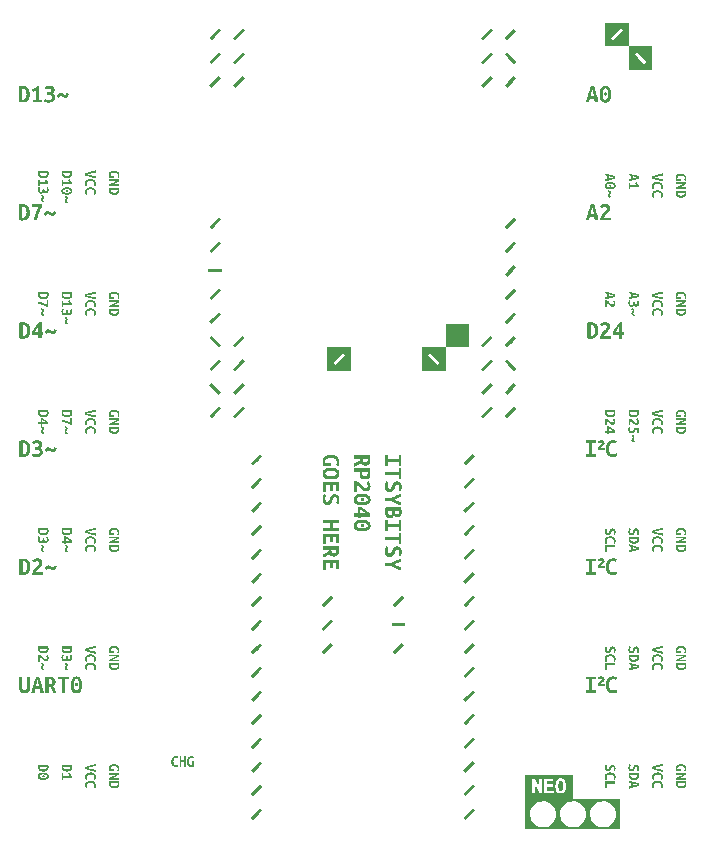
<source format=gbr>
G04 This is an RS-274x file exported by *
G04 gerbv version 2.7.0 *
G04 More information is available about gerbv at *
G04 http://gerbv.geda-project.org/ *
G04 --End of header info--*
%MOIN*%
%FSLAX36Y36*%
%IPPOS*%
G04 --Define apertures--*
%ADD10C,0.0139*%
G04 --Start main section--*
G54D10*
G36*
G01X-1128003Y0303779D02*
G01X-1129803Y0303779D01*
G01X-1131403Y0303879D01*
G01X-1132803Y0304079D01*
G01X-1134303Y0304379D01*
G01X-1135603Y0304679D01*
G01X-1136803Y0305179D01*
G01X-1138003Y0305679D01*
G01X-1139003Y0306279D01*
G01X-1139903Y0306979D01*
G01X-1140903Y0307679D01*
G01X-1141703Y0308379D01*
G01X-1142303Y0309379D01*
G01X-1143003Y0310279D01*
G01X-1143603Y0311279D01*
G01X-1144103Y0312379D01*
G01X-1144603Y0313379D01*
G01X-1145003Y0314579D01*
G01X-1145303Y0315879D01*
G01X-1145503Y0317079D01*
G01X-1145803Y0318479D01*
G01X-1145903Y0319879D01*
G01X-1146003Y0321279D01*
G01X-1146103Y0322779D01*
G01X-1146103Y0324379D01*
G01X-1146103Y0358479D01*
G01X-1135403Y0358479D01*
G01X-1135403Y0324979D01*
G01X-1135403Y0323879D01*
G01X-1135403Y0322879D01*
G01X-1135303Y0321879D01*
G01X-1135303Y0320979D01*
G01X-1135203Y0320079D01*
G01X-1135103Y0319379D01*
G01X-1135103Y0318579D01*
G01X-1134903Y0317879D01*
G01X-1134703Y0317279D01*
G01X-1134503Y0316679D01*
G01X-1134303Y0316179D01*
G01X-1134003Y0315679D01*
G01X-1133703Y0315279D01*
G01X-1133403Y0314779D01*
G01X-1133003Y0314479D01*
G01X-1132703Y0314179D01*
G01X-1132203Y0313879D01*
G01X-1131703Y0313779D01*
G01X-1131203Y0313579D01*
G01X-1130603Y0313379D01*
G01X-1130003Y0313379D01*
G01X-1129403Y0313279D01*
G01X-1128703Y0313179D01*
G01X-1127903Y0313179D01*
G01X-1127103Y0313179D01*
G01X-1126403Y0313279D01*
G01X-1125803Y0313379D01*
G01X-1125203Y0313379D01*
G01X-1124603Y0313579D01*
G01X-1124203Y0313779D01*
G01X-1123703Y0313979D01*
G01X-1123203Y0314279D01*
G01X-1122803Y0314579D01*
G01X-1122403Y0314979D01*
G01X-1122103Y0315379D01*
G01X-1121803Y0315879D01*
G01X-1121503Y0316379D01*
G01X-1121303Y0316879D01*
G01X-1121103Y0317479D01*
G01X-1120903Y0318179D01*
G01X-1120703Y0318879D01*
G01X-1120503Y0319579D01*
G01X-1120403Y0320379D01*
G01X-1120303Y0321279D01*
G01X-1120303Y0322179D01*
G01X-1120303Y0323179D01*
G01X-1120303Y0324179D01*
G01X-1120303Y0325279D01*
G01X-1120303Y0358779D01*
G01X-1109603Y0358779D01*
G01X-1109603Y0324579D01*
G01X-1109603Y0323079D01*
G01X-1109603Y0321579D01*
G01X-1109803Y0320179D01*
G01X-1109903Y0318779D01*
G01X-1110103Y0317379D01*
G01X-1110403Y0316179D01*
G01X-1110703Y0314879D01*
G01X-1111103Y0313679D01*
G01X-1111603Y0312579D01*
G01X-1112103Y0311479D01*
G01X-1112703Y0310479D01*
G01X-1113503Y0309579D01*
G01X-1114203Y0308679D01*
G01X-1115103Y0307879D01*
G01X-1116003Y0307179D01*
G01X-1116903Y0306479D01*
G01X-1118003Y0305879D01*
G01X-1119203Y0305479D01*
G01X-1120303Y0304979D01*
G01X-1121703Y0304579D01*
G01X-1123203Y0304279D01*
G01X-1124703Y0303979D01*
G01X-1126303Y0303779D01*
G01X-1128003Y0303779D01*
G01X-1128003Y0303779D01*
G37*
G36*
G01X-1075103Y0304879D02*
G01X-1077603Y0317279D01*
G01X-1091903Y0317279D01*
G01X-1094303Y0304879D01*
G01X-1105403Y0304879D01*
G01X-1104203Y0310179D01*
G01X-1102903Y0315179D01*
G01X-1101603Y0319979D01*
G01X-1100303Y0324779D01*
G01X-1098903Y0329379D01*
G01X-1097603Y0333779D01*
G01X-1096303Y0338179D01*
G01X-1095003Y0342379D01*
G01X-1093803Y0346479D01*
G01X-1092503Y0350579D01*
G01X-1091303Y0354579D01*
G01X-1090103Y0358479D01*
G01X-1078503Y0358479D01*
G01X-1077203Y0354579D01*
G01X-1076003Y0350479D01*
G01X-1074703Y0346279D01*
G01X-1073403Y0342179D01*
G01X-1072103Y0337879D01*
G01X-1070803Y0333479D01*
G01X-1069603Y0329079D01*
G01X-1068303Y0324579D01*
G01X-1067103Y0319779D01*
G01X-1065903Y0314979D01*
G01X-1064603Y0309979D01*
G01X-1063503Y0304879D01*
G01X-1075103Y0304879D01*
G01X-1075103Y0304879D01*
G37*
%LPC*%
G36*
G01X-1084703Y0348079D02*
G01X-1085003Y0347079D01*
G01X-1085303Y0346079D01*
G01X-1085503Y0345179D01*
G01X-1085803Y0344179D01*
G01X-1086103Y0343279D01*
G01X-1086403Y0342379D01*
G01X-1086703Y0341479D01*
G01X-1086903Y0340579D01*
G01X-1087103Y0339679D01*
G01X-1087303Y0338779D01*
G01X-1087603Y0337879D01*
G01X-1087803Y0336979D01*
G01X-1088003Y0336079D01*
G01X-1088203Y0335179D01*
G01X-1088403Y0334379D01*
G01X-1088603Y0333479D01*
G01X-1088803Y0332579D01*
G01X-1089003Y0331679D01*
G01X-1089203Y0330779D01*
G01X-1089403Y0329879D01*
G01X-1089603Y0328979D01*
G01X-1089703Y0328079D01*
G01X-1089903Y0327079D01*
G01X-1090103Y0326179D01*
G01X-1079703Y0326179D01*
G01X-1079803Y0327079D01*
G01X-1080003Y0328079D01*
G01X-1080203Y0328979D01*
G01X-1080403Y0329879D01*
G01X-1080503Y0330779D01*
G01X-1080703Y0331679D01*
G01X-1080803Y0332579D01*
G01X-1081003Y0333479D01*
G01X-1081203Y0334379D01*
G01X-1081403Y0335279D01*
G01X-1081603Y0336179D01*
G01X-1081803Y0336979D01*
G01X-1082003Y0337779D01*
G01X-1082203Y0338679D01*
G01X-1082403Y0339579D01*
G01X-1082703Y0340579D01*
G01X-1082903Y0341479D01*
G01X-1083203Y0342379D01*
G01X-1083403Y0343279D01*
G01X-1083603Y0344179D01*
G01X-1083903Y0345179D01*
G01X-1084203Y0346179D01*
G01X-1084403Y0347079D01*
G01X-1084703Y0348079D01*
G01X-1084703Y0348079D01*
G37*
%LPD*%
G36*
G01X-1044403Y0359179D02*
G01X-1042903Y0359179D01*
G01X-1041403Y0359079D01*
G01X-1040103Y0358979D01*
G01X-1038703Y0358779D01*
G01X-1037403Y0358579D01*
G01X-1036103Y0358179D01*
G01X-1034903Y0357879D01*
G01X-1033703Y0357379D01*
G01X-1032603Y0356879D01*
G01X-1031603Y0356379D01*
G01X-1030603Y0355679D01*
G01X-1029703Y0354979D01*
G01X-1028803Y0354379D01*
G01X-1028003Y0353479D01*
G01X-1027303Y0352579D01*
G01X-1026603Y0351579D01*
G01X-1026003Y0350579D01*
G01X-1025503Y0349479D01*
G01X-1025103Y0348379D01*
G01X-1024703Y0347179D01*
G01X-1024503Y0345879D01*
G01X-1024303Y0344579D01*
G01X-1024203Y0343179D01*
G01X-1024203Y0341679D01*
G01X-1024203Y0340179D01*
G01X-1024303Y0338679D01*
G01X-1024703Y0337279D01*
G01X-1025003Y0335779D01*
G01X-1025503Y0334479D01*
G01X-1026103Y0333179D01*
G01X-1026703Y0331979D01*
G01X-1027603Y0330879D01*
G01X-1028603Y0329879D01*
G01X-1029703Y0328879D01*
G01X-1031003Y0328079D01*
G01X-1032503Y0327379D01*
G01X-1032003Y0326579D01*
G01X-1031503Y0325779D01*
G01X-1031003Y0324979D01*
G01X-1030403Y0324179D01*
G01X-1029903Y0323279D01*
G01X-1029403Y0322379D01*
G01X-1028903Y0321479D01*
G01X-1028403Y0320579D01*
G01X-1027803Y0319579D01*
G01X-1027303Y0318679D01*
G01X-1026703Y0317679D01*
G01X-1026203Y0316679D01*
G01X-1025803Y0315679D01*
G01X-1025203Y0314679D01*
G01X-1024703Y0313679D01*
G01X-1024203Y0312679D01*
G01X-1023703Y0311679D01*
G01X-1023303Y0310679D01*
G01X-1022803Y0309779D01*
G01X-1022403Y0308779D01*
G01X-1022003Y0307779D01*
G01X-1021603Y0306879D01*
G01X-1021203Y0305879D01*
G01X-1020803Y0304979D01*
G01X-1031903Y0304979D01*
G01X-1032603Y0306779D01*
G01X-1033403Y0308479D01*
G01X-1034103Y0310179D01*
G01X-1034903Y0311779D01*
G01X-1035703Y0313379D01*
G01X-1036503Y0314979D01*
G01X-1037403Y0316579D01*
G01X-1038303Y0318179D01*
G01X-1039303Y0319879D01*
G01X-1040203Y0321479D01*
G01X-1041203Y0323079D01*
G01X-1042203Y0324779D01*
G01X-1047803Y0324779D01*
G01X-1047803Y0304979D01*
G01X-1058203Y0304979D01*
G01X-1058203Y0357779D01*
G01X-1057703Y0357979D01*
G01X-1057103Y0358079D01*
G01X-1056603Y0358179D01*
G01X-1056003Y0358279D01*
G01X-1055303Y0358379D01*
G01X-1054703Y0358479D01*
G01X-1054103Y0358679D01*
G01X-1053503Y0358779D01*
G01X-1052803Y0358779D01*
G01X-1052203Y0358879D01*
G01X-1051603Y0358879D01*
G01X-1051003Y0358879D01*
G01X-1050303Y0358979D01*
G01X-1049703Y0358979D01*
G01X-1049103Y0359079D01*
G01X-1048503Y0359079D01*
G01X-1047903Y0359079D01*
G01X-1047403Y0359179D01*
G01X-1046803Y0359279D01*
G01X-1046303Y0359279D01*
G01X-1045803Y0359279D01*
G01X-1045303Y0359179D01*
G01X-1044903Y0359179D01*
G01X-1044403Y0359179D01*
G01X-1044403Y0359179D01*
G37*
%LPC*%
G36*
G01X-1035003Y0341679D02*
G01X-1035003Y0343079D01*
G01X-1035203Y0344279D01*
G01X-1035603Y0345379D01*
G01X-1036103Y0346379D01*
G01X-1036703Y0347279D01*
G01X-1037603Y0347979D01*
G01X-1038503Y0348679D01*
G01X-1039503Y0349079D01*
G01X-1040603Y0349479D01*
G01X-1041803Y0349779D01*
G01X-1043003Y0349879D01*
G01X-1044403Y0349879D01*
G01X-1044603Y0349879D01*
G01X-1044903Y0349879D01*
G01X-1045103Y0349879D01*
G01X-1045303Y0349879D01*
G01X-1045603Y0349879D01*
G01X-1046003Y0349879D01*
G01X-1046303Y0349879D01*
G01X-1046603Y0349879D01*
G01X-1046803Y0349779D01*
G01X-1047103Y0349779D01*
G01X-1047403Y0349679D01*
G01X-1047603Y0349579D01*
G01X-1047603Y0333479D01*
G01X-1045303Y0333479D01*
G01X-1043503Y0333479D01*
G01X-1041903Y0333679D01*
G01X-1040603Y0333979D01*
G01X-1039303Y0334379D01*
G01X-1038203Y0334879D01*
G01X-1037403Y0335579D01*
G01X-1036603Y0336379D01*
G01X-1036003Y0337179D01*
G01X-1035603Y0338179D01*
G01X-1035203Y0339179D01*
G01X-1035003Y0340379D01*
G01X-1035003Y0341679D01*
G01X-1035003Y0341679D01*
G37*
%LPD*%
G36*
G01X-978503Y0358479D02*
G01X-978503Y0349579D01*
G01X-992603Y0349579D01*
G01X-992603Y0304879D01*
G01X-1003303Y0304879D01*
G01X-1003303Y0349579D01*
G01X-1017503Y0349579D01*
G01X-1017503Y0358479D01*
G01X-978503Y0358479D01*
G01X-978503Y0358479D01*
G37*
G36*
G01X-936103Y0331879D02*
G01X-936103Y0327079D01*
G01X-936503Y0322979D01*
G01X-937303Y0319479D01*
G01X-938003Y0315879D01*
G01X-939203Y0312979D01*
G01X-940803Y0310679D01*
G01X-942403Y0308379D01*
G01X-944403Y0306679D01*
G01X-946703Y0305579D01*
G01X-949003Y0304379D01*
G01X-951703Y0303779D01*
G01X-954703Y0303779D01*
G01X-957803Y0303779D01*
G01X-960403Y0304379D01*
G01X-962803Y0305579D01*
G01X-965103Y0306679D01*
G01X-967003Y0308379D01*
G01X-968603Y0310679D01*
G01X-970203Y0312979D01*
G01X-971403Y0315879D01*
G01X-972203Y0319479D01*
G01X-972903Y0322979D01*
G01X-973303Y0327079D01*
G01X-973303Y0331879D01*
G01X-973303Y0336479D01*
G01X-972903Y0340579D01*
G01X-972103Y0344079D01*
G01X-971303Y0347579D01*
G01X-970103Y0350479D01*
G01X-968503Y0352779D01*
G01X-966903Y0355079D01*
G01X-964903Y0356879D01*
G01X-962603Y0357979D01*
G01X-960303Y0359179D01*
G01X-957703Y0359779D01*
G01X-954703Y0359779D01*
G01X-951703Y0359779D01*
G01X-949003Y0359179D01*
G01X-946703Y0357979D01*
G01X-944403Y0356879D01*
G01X-942403Y0355079D01*
G01X-940803Y0352779D01*
G01X-939203Y0350479D01*
G01X-938003Y0347679D01*
G01X-937303Y0344179D01*
G01X-936503Y0340679D01*
G01X-936103Y0336579D01*
G01X-936103Y0331879D01*
G01X-936103Y0331879D01*
G37*
%LPC*%
G36*
G01X-945703Y0331879D02*
G01X-945703Y0334879D01*
G01X-945903Y0337579D01*
G01X-946303Y0339979D01*
G01X-946703Y0342279D01*
G01X-947303Y0344279D01*
G01X-948003Y0345879D01*
G01X-948803Y0347479D01*
G01X-949703Y0348679D01*
G01X-950903Y0349479D01*
G01X-952003Y0350279D01*
G01X-953303Y0350679D01*
G01X-954703Y0350679D01*
G01X-956203Y0350679D01*
G01X-957503Y0350279D01*
G01X-958603Y0349479D01*
G01X-959703Y0348679D01*
G01X-960603Y0347479D01*
G01X-961403Y0345879D01*
G01X-962103Y0344279D01*
G01X-962703Y0342279D01*
G01X-963103Y0339979D01*
G01X-963503Y0337579D01*
G01X-963703Y0334879D01*
G01X-963703Y0331879D01*
G01X-963703Y0328679D01*
G01X-963503Y0325979D01*
G01X-963103Y0323679D01*
G01X-962703Y0321379D01*
G01X-962103Y0319379D01*
G01X-961403Y0317779D01*
G01X-960603Y0316179D01*
G01X-959703Y0314979D01*
G01X-958603Y0314179D01*
G01X-957503Y0313379D01*
G01X-956203Y0312979D01*
G01X-954703Y0312979D01*
G01X-953303Y0312979D01*
G01X-952003Y0313379D01*
G01X-950903Y0314179D01*
G01X-949703Y0314979D01*
G01X-948803Y0316179D01*
G01X-948003Y0317779D01*
G01X-947203Y0319379D01*
G01X-946603Y0321379D01*
G01X-946203Y0323679D01*
G01X-945903Y0326079D01*
G01X-945703Y0328779D01*
G01X-945703Y0331879D01*
G01X-945703Y0331879D01*
G37*
%LPD*%
G36*
G01X-949903Y0332679D02*
G01X-949903Y0331879D01*
G01X-950003Y0331179D01*
G01X-950203Y0330479D01*
G01X-950403Y0329779D01*
G01X-950803Y0329179D01*
G01X-951203Y0328679D01*
G01X-951703Y0328079D01*
G01X-952203Y0327679D01*
G01X-952803Y0327379D01*
G01X-953403Y0327079D01*
G01X-954003Y0326979D01*
G01X-954703Y0326979D01*
G01X-955503Y0326979D01*
G01X-956103Y0327079D01*
G01X-956703Y0327379D01*
G01X-957303Y0327679D01*
G01X-957803Y0328079D01*
G01X-958303Y0328679D01*
G01X-958703Y0329179D01*
G01X-959103Y0329779D01*
G01X-959303Y0330479D01*
G01X-959503Y0331179D01*
G01X-959603Y0331879D01*
G01X-959603Y0332679D01*
G01X-959603Y0333379D01*
G01X-959503Y0334179D01*
G01X-959303Y0334879D01*
G01X-959103Y0335479D01*
G01X-958703Y0336179D01*
G01X-958303Y0336679D01*
G01X-957903Y0337279D01*
G01X-957403Y0337679D01*
G01X-956803Y0337979D01*
G01X-956203Y0338179D01*
G01X-955503Y0338379D01*
G01X-954703Y0338379D01*
G01X-954003Y0338379D01*
G01X-953403Y0338179D01*
G01X-952803Y0337979D01*
G01X-952203Y0337679D01*
G01X-951703Y0337279D01*
G01X-951203Y0336679D01*
G01X-950803Y0336179D01*
G01X-950403Y0335579D01*
G01X-950203Y0334879D01*
G01X-950003Y0334179D01*
G01X-949903Y0333479D01*
G01X-949903Y0332679D01*
G01X-949903Y0332679D01*
G37*
G36*
G01X-118303Y0460179D02*
G01X-118303Y0460179D01*
G01X-106003Y0472479D01*
G01X-098503Y0464979D01*
G01X-110803Y0452679D01*
G01X-110803Y0452679D01*
G01X-118103Y0445479D01*
G01X-118103Y0445479D01*
G01X-130403Y0433079D01*
G01X-137903Y0440579D01*
G01X-125603Y0452979D01*
G01X-125603Y0452979D01*
G01X-118303Y0460179D01*
G01X-118303Y0460179D01*
G37*
G36*
G01X-118303Y0617479D02*
G01X-118303Y0617479D01*
G01X-106003Y0629879D01*
G01X-098503Y0622379D01*
G01X-110803Y0609979D01*
G01X-110803Y0609979D01*
G01X-118103Y0602779D01*
G01X-118103Y0602779D01*
G01X-130403Y0590479D01*
G01X-137903Y0597979D01*
G01X-125603Y0610279D01*
G01X-125603Y0610279D01*
G01X-118303Y0617479D01*
G01X-118303Y0617479D01*
G37*
G36*
G01X-354603Y0617479D02*
G01X-354603Y0617479D01*
G01X-342203Y0629879D01*
G01X-334703Y0622379D01*
G01X-347103Y0609979D01*
G01X-347103Y0609979D01*
G01X-354303Y0602779D01*
G01X-354303Y0602779D01*
G01X-366703Y0590479D01*
G01X-374203Y0597979D01*
G01X-361703Y0610479D01*
G01X-361703Y0610479D01*
G01X-354603Y0617479D01*
G01X-354603Y0617479D01*
G37*
G36*
G01X-354603Y0696279D02*
G01X-354603Y0696279D01*
G01X-342203Y0708679D01*
G01X-334703Y0701179D01*
G01X-347103Y0688779D01*
G01X-347103Y0688779D01*
G01X-354303Y0681579D01*
G01X-354303Y0681579D01*
G01X-366703Y0669179D01*
G01X-374203Y0676679D01*
G01X-361803Y0689079D01*
G01X-361803Y0689079D01*
G01X-354603Y0696279D01*
G01X-354603Y0696279D01*
G37*
G36*
G01X-354603Y0774979D02*
G01X-354603Y0774979D01*
G01X-342203Y0787379D01*
G01X-334703Y0779879D01*
G01X-347103Y0767479D01*
G01X-347103Y0767479D01*
G01X-354303Y0760279D01*
G01X-354303Y0760279D01*
G01X-366703Y0747979D01*
G01X-374203Y0755479D01*
G01X-361803Y0767779D01*
G01X-361803Y0767779D01*
G01X-354603Y0774979D01*
G01X-354603Y0774979D01*
G37*
G36*
G01X-354603Y0853779D02*
G01X-354603Y0853779D01*
G01X-342203Y0866179D01*
G01X-334703Y0858679D01*
G01X-347103Y0846279D01*
G01X-347103Y0846279D01*
G01X-354303Y0839079D01*
G01X-354303Y0839079D01*
G01X-366703Y0826679D01*
G01X-374203Y0834179D01*
G01X-361803Y0846579D01*
G01X-361803Y0846579D01*
G01X-354603Y0853779D01*
G01X-354603Y0853779D01*
G37*
G36*
G01X-354603Y0932479D02*
G01X-354603Y0932479D01*
G01X-342203Y0944879D01*
G01X-334703Y0937379D01*
G01X-347103Y0924979D01*
G01X-347103Y0924979D01*
G01X-354303Y0917779D01*
G01X-354303Y0917779D01*
G01X-366703Y0905479D01*
G01X-374203Y0912979D01*
G01X-361803Y0925279D01*
G01X-361803Y0925279D01*
G01X-354603Y0932479D01*
G01X-354603Y0932479D01*
G37*
G36*
G01X-354603Y1011279D02*
G01X-354603Y1011279D01*
G01X-342203Y1023679D01*
G01X-334703Y1016179D01*
G01X-347103Y1003779D01*
G01X-347103Y1003779D01*
G01X-354303Y0996579D01*
G01X-354303Y0996579D01*
G01X-366703Y0984179D01*
G01X-374203Y0991679D01*
G01X-361803Y1004079D01*
G01X-361803Y1004079D01*
G01X-354603Y1011279D01*
G01X-354603Y1011279D01*
G37*
G36*
G01X-354603Y1089979D02*
G01X-354603Y1089979D01*
G01X-342203Y1102379D01*
G01X-334703Y1094879D01*
G01X-347103Y1082479D01*
G01X-347103Y1082479D01*
G01X-354303Y1075279D01*
G01X-354303Y1075279D01*
G01X-366703Y1062979D01*
G01X-374203Y1070479D01*
G01X-361803Y1082779D01*
G01X-361803Y1082779D01*
G01X-354603Y1089979D01*
G01X-354603Y1089979D01*
G37*
G36*
G01X-413603Y1247479D02*
G01X-413603Y1247479D01*
G01X-401203Y1259879D01*
G01X-393703Y1252379D01*
G01X-406103Y1239979D01*
G01X-406103Y1239979D01*
G01X-413303Y1232779D01*
G01X-413303Y1232779D01*
G01X-425703Y1220479D01*
G01X-433203Y1227979D01*
G01X-420803Y1240279D01*
G01X-420803Y1240279D01*
G01X-413603Y1247479D01*
G01X-413603Y1247479D01*
G37*
G36*
G01X-413603Y1326279D02*
G01X-413603Y1326279D01*
G01X-401203Y1338679D01*
G01X-393703Y1331179D01*
G01X-406103Y1318779D01*
G01X-406103Y1318779D01*
G01X-413303Y1311579D01*
G01X-413303Y1311579D01*
G01X-425703Y1299179D01*
G01X-433203Y1306679D01*
G01X-420803Y1319079D01*
G01X-420803Y1319079D01*
G01X-413603Y1326279D01*
G01X-413603Y1326279D01*
G37*
G36*
G01X-413703Y1404979D02*
G01X-413703Y1404979D01*
G01X-401403Y1417379D01*
G01X-393903Y1409879D01*
G01X-406203Y1397479D01*
G01X-406203Y1397479D01*
G01X-413503Y1390279D01*
G01X-413503Y1390279D01*
G01X-425803Y1377979D01*
G01X-433303Y1385479D01*
G01X-421003Y1397779D01*
G01X-421003Y1397779D01*
G01X-413703Y1404979D01*
G01X-413703Y1404979D01*
G37*
G36*
G01X-413703Y1483779D02*
G01X-413703Y1483779D01*
G01X-401403Y1496079D01*
G01X-393903Y1488579D01*
G01X-406203Y1476279D01*
G01X-406203Y1476279D01*
G01X-413503Y1469079D01*
G01X-413503Y1469079D01*
G01X-425803Y1456679D01*
G01X-433303Y1464179D01*
G01X-421003Y1476579D01*
G01X-421003Y1476579D01*
G01X-413703Y1483779D01*
G01X-413703Y1483779D01*
G37*
G36*
G01X0484697Y1397479D02*
G01X0484697Y1397479D01*
G01X0472397Y1409879D01*
G01X0479897Y1417379D01*
G01X0492197Y1404979D01*
G01X0492197Y1404979D01*
G01X0499397Y1397779D01*
G01X0499397Y1397779D01*
G01X0511797Y1385479D01*
G01X0504297Y1377979D01*
G01X0491897Y1390279D01*
G01X0491897Y1390279D01*
G01X0484697Y1397479D01*
G01X0484697Y1397479D01*
G37*
G36*
G01X0413197Y1404979D02*
G01X0413197Y1404979D01*
G01X0425597Y1417379D01*
G01X0433097Y1409879D01*
G01X0420697Y1397479D01*
G01X0420697Y1397479D01*
G01X0413497Y1390279D01*
G01X0413497Y1390279D01*
G01X0401097Y1377979D01*
G01X0393597Y1385479D01*
G01X0405997Y1397779D01*
G01X0405997Y1397779D01*
G01X0413197Y1404979D01*
G01X0413197Y1404979D01*
G37*
G36*
G01X0491897Y1483779D02*
G01X0491897Y1483779D01*
G01X0504297Y1496079D01*
G01X0511797Y1488579D01*
G01X0499397Y1476079D01*
G01X0499397Y1476079D01*
G01X0492197Y1468879D01*
G01X0492197Y1468879D01*
G01X0479897Y1456579D01*
G01X0472397Y1464079D01*
G01X0484697Y1476379D01*
G01X0484697Y1476379D01*
G01X0491897Y1483779D01*
G01X0491897Y1483779D01*
G37*
G36*
G01X0491897Y1562479D02*
G01X0491897Y1562479D01*
G01X0504297Y1574879D01*
G01X0511797Y1567379D01*
G01X0499397Y1554879D01*
G01X0499397Y1554879D01*
G01X0492197Y1547679D01*
G01X0492197Y1547679D01*
G01X0479897Y1535279D01*
G01X0472397Y1542779D01*
G01X0484697Y1555179D01*
G01X0484697Y1555179D01*
G01X0491897Y1562479D01*
G01X0491897Y1562479D01*
G37*
G36*
G01X0491897Y1641079D02*
G01X0491897Y1641079D01*
G01X0504297Y1653479D01*
G01X0511797Y1645979D01*
G01X0499397Y1633579D01*
G01X0499397Y1633579D01*
G01X0492197Y1626379D01*
G01X0492197Y1626379D01*
G01X0479897Y1614079D01*
G01X0472397Y1621579D01*
G01X0484697Y1633879D01*
G01X0484697Y1633879D01*
G01X0491897Y1641079D01*
G01X0491897Y1641079D01*
G37*
G36*
G01X0491897Y1719879D02*
G01X0491897Y1719879D01*
G01X0504297Y1732279D01*
G01X0511797Y1724779D01*
G01X0499397Y1712379D01*
G01X0499397Y1712379D01*
G01X0492197Y1705179D01*
G01X0492197Y1705179D01*
G01X0479897Y1692779D01*
G01X0472397Y1700279D01*
G01X0484697Y1712679D01*
G01X0484697Y1712679D01*
G01X0491897Y1719879D01*
G01X0491897Y1719879D01*
G37*
G36*
G01X0491897Y1798579D02*
G01X0491897Y1798579D01*
G01X0504297Y1810979D01*
G01X0511797Y1803479D01*
G01X0499397Y1791079D01*
G01X0499397Y1791079D01*
G01X0492197Y1783879D01*
G01X0492197Y1783879D01*
G01X0479897Y1771579D01*
G01X0472397Y1779079D01*
G01X0484697Y1791379D01*
G01X0484697Y1791379D01*
G01X0491897Y1798579D01*
G01X0491897Y1798579D01*
G37*
G36*
G01X0491897Y1877379D02*
G01X0491897Y1877379D01*
G01X0504297Y1889779D01*
G01X0511797Y1882279D01*
G01X0499397Y1869879D01*
G01X0499397Y1869879D01*
G01X0492197Y1862679D01*
G01X0492197Y1862679D01*
G01X0479897Y1850279D01*
G01X0472397Y1857779D01*
G01X0484697Y1870179D01*
G01X0484697Y1870179D01*
G01X0491897Y1877379D01*
G01X0491897Y1877379D01*
G37*
G36*
G01X-413003Y2335179D02*
G01X-413003Y2335179D01*
G01X-425403Y2322779D01*
G01X-432903Y2330279D01*
G01X-420503Y2342679D01*
G01X-420503Y2342679D01*
G01X-413303Y2349879D01*
G01X-413303Y2349879D01*
G01X-401003Y2362279D01*
G01X-393503Y2354779D01*
G01X-405803Y2342379D01*
G01X-405803Y2342379D01*
G01X-413003Y2335179D01*
G01X-413003Y2335179D01*
G37*
G36*
G01X-413303Y2428579D02*
G01X-413303Y2428579D01*
G01X-401003Y2440979D01*
G01X-393503Y2433479D01*
G01X-405803Y2421079D01*
G01X-405803Y2421079D01*
G01X-413003Y2413879D01*
G01X-413003Y2413879D01*
G01X-425403Y2401579D01*
G01X-432903Y2409079D01*
G01X-420503Y2421379D01*
G01X-420503Y2421379D01*
G01X-413303Y2428579D01*
G01X-413303Y2428579D01*
G37*
G36*
G01X-413003Y2492679D02*
G01X-413003Y2492679D01*
G01X-425403Y2480279D01*
G01X-432903Y2487779D01*
G01X-420503Y2500179D01*
G01X-420503Y2500179D01*
G01X-413303Y2507379D01*
G01X-413303Y2507379D01*
G01X-401003Y2519779D01*
G01X-393503Y2512279D01*
G01X-405803Y2499879D01*
G01X-405803Y2499879D01*
G01X-413003Y2492679D01*
G01X-413003Y2492679D01*
G37*
G36*
G01X0491897Y2349879D02*
G01X0491897Y2349879D01*
G01X0504297Y2362279D01*
G01X0511797Y2354779D01*
G01X0499397Y2342379D01*
G01X0499397Y2342379D01*
G01X0492197Y2335179D01*
G01X0492197Y2335179D01*
G01X0479897Y2322779D01*
G01X0472397Y2330279D01*
G01X0484697Y2342679D01*
G01X0484697Y2342679D01*
G01X0491897Y2349879D01*
G01X0491897Y2349879D01*
G37*
G36*
G01X0413197Y2349879D02*
G01X0413197Y2349879D01*
G01X0425597Y2362279D01*
G01X0433097Y2354779D01*
G01X0420697Y2342379D01*
G01X0420697Y2342379D01*
G01X0413497Y2335179D01*
G01X0413497Y2335179D01*
G01X0401097Y2322779D01*
G01X0393597Y2330279D01*
G01X0405997Y2342679D01*
G01X0405997Y2342679D01*
G01X0413197Y2349879D01*
G01X0413197Y2349879D01*
G37*
G36*
G01X0413197Y2428579D02*
G01X0413197Y2428579D01*
G01X0425597Y2440979D01*
G01X0433097Y2433479D01*
G01X0420697Y2421079D01*
G01X0420697Y2421079D01*
G01X0413497Y2413879D01*
G01X0413497Y2413879D01*
G01X0401097Y2401579D01*
G01X0393597Y2409079D01*
G01X0405997Y2421379D01*
G01X0405997Y2421379D01*
G01X0413197Y2428579D01*
G01X0413197Y2428579D01*
G37*
G36*
G01X0413197Y2507379D02*
G01X0413197Y2507379D01*
G01X0425597Y2519779D01*
G01X0433097Y2512279D01*
G01X0420697Y2499879D01*
G01X0420697Y2499879D01*
G01X0413497Y2492679D01*
G01X0413497Y2492679D01*
G01X0401097Y2480279D01*
G01X0393597Y2487779D01*
G01X0405997Y2500179D01*
G01X0405997Y2500179D01*
G01X0413197Y2507379D01*
G01X0413197Y2507379D01*
G37*
G36*
G01X0499397Y2421279D02*
G01X0499397Y2421279D01*
G01X0511797Y2408879D01*
G01X0504297Y2401379D01*
G01X0491897Y2413779D01*
G01X0491897Y2413779D01*
G01X0484697Y2420979D01*
G01X0484697Y2420979D01*
G01X0472397Y2433379D01*
G01X0479897Y2440879D01*
G01X0492197Y2428479D01*
G01X0492197Y2428479D01*
G01X0499397Y2421279D01*
G01X0499397Y2421279D01*
G37*
G36*
G01X0491897Y2506979D02*
G01X0491897Y2506979D01*
G01X0504297Y2519279D01*
G01X0511797Y2511779D01*
G01X0499397Y2499479D01*
G01X0499397Y2499479D01*
G01X0492197Y2492279D01*
G01X0492197Y2492279D01*
G01X0479897Y2479879D01*
G01X0472397Y2487379D01*
G01X0484697Y2499779D01*
G01X0484697Y2499779D01*
G01X0491897Y2506979D01*
G01X0491897Y2506979D01*
G37*
G36*
G01X0413197Y1483779D02*
G01X0413197Y1483779D01*
G01X0425597Y1496079D01*
G01X0433097Y1488579D01*
G01X0420697Y1476279D01*
G01X0420697Y1476279D01*
G01X0413497Y1469079D01*
G01X0413497Y1469079D01*
G01X0401097Y1456679D01*
G01X0393597Y1464179D01*
G01X0405997Y1476579D01*
G01X0405997Y1476579D01*
G01X0413197Y1483779D01*
G01X0413197Y1483779D01*
G37*
G36*
G01X0491897Y1247479D02*
G01X0491897Y1247479D01*
G01X0504297Y1259879D01*
G01X0511797Y1252379D01*
G01X0499397Y1239979D01*
G01X0499397Y1239979D01*
G01X0492197Y1232779D01*
G01X0492197Y1232779D01*
G01X0479897Y1220479D01*
G01X0472397Y1227979D01*
G01X0484697Y1240279D01*
G01X0484697Y1240279D01*
G01X0491897Y1247479D01*
G01X0491897Y1247479D01*
G37*
G36*
G01X0413197Y1247479D02*
G01X0413197Y1247479D01*
G01X0425597Y1259879D01*
G01X0433097Y1252379D01*
G01X0420697Y1239979D01*
G01X0420697Y1239979D01*
G01X0413497Y1232779D01*
G01X0413497Y1232779D01*
G01X0401097Y1220479D01*
G01X0393597Y1227979D01*
G01X0405997Y1240279D01*
G01X0405997Y1240279D01*
G01X0413197Y1247479D01*
G01X0413197Y1247479D01*
G37*
G36*
G01X0491897Y1326279D02*
G01X0491897Y1326279D01*
G01X0504297Y1338679D01*
G01X0511797Y1331179D01*
G01X0499397Y1318779D01*
G01X0499397Y1318779D01*
G01X0492197Y1311579D01*
G01X0492197Y1311579D01*
G01X0479897Y1299179D01*
G01X0472397Y1306679D01*
G01X0484697Y1319079D01*
G01X0484697Y1319079D01*
G01X0491897Y1326279D01*
G01X0491897Y1326279D01*
G37*
G36*
G01X0413197Y1326279D02*
G01X0413197Y1326279D01*
G01X0425597Y1338679D01*
G01X0433097Y1331179D01*
G01X0420697Y1318779D01*
G01X0420697Y1318779D01*
G01X0413497Y1311579D01*
G01X0413497Y1311579D01*
G01X0401097Y1299179D01*
G01X0393597Y1306679D01*
G01X0405997Y1319079D01*
G01X0405997Y1319079D01*
G01X0413197Y1326279D01*
G01X0413197Y1326279D01*
G37*
G36*
G01X-354603Y0538779D02*
G01X-354603Y0538779D01*
G01X-342203Y0551179D01*
G01X-334703Y0543679D01*
G01X-346903Y0531279D01*
G01X-346903Y0531279D01*
G01X-354203Y0524079D01*
G01X-354203Y0524079D01*
G01X-366503Y0511679D01*
G01X-374003Y0519179D01*
G01X-361703Y0531579D01*
G01X-361703Y0531579D01*
G01X-354603Y0538779D01*
G01X-354603Y0538779D01*
G37*
G36*
G01X-354603Y0460179D02*
G01X-354603Y0460179D01*
G01X-342203Y0472479D01*
G01X-334703Y0464979D01*
G01X-347103Y0452679D01*
G01X-347103Y0452679D01*
G01X-354303Y0445479D01*
G01X-354303Y0445479D01*
G01X-366703Y0433079D01*
G01X-374203Y0440579D01*
G01X-361803Y0452979D01*
G01X-361803Y0452979D01*
G01X-354603Y0460179D01*
G01X-354603Y0460179D01*
G37*
G36*
G01X-354603Y0381379D02*
G01X-354603Y0381379D01*
G01X-342203Y0393779D01*
G01X-334703Y0386279D01*
G01X-347103Y0373879D01*
G01X-347103Y0373879D01*
G01X-354303Y0366679D01*
G01X-354303Y0366679D01*
G01X-366703Y0354379D01*
G01X-374203Y0361879D01*
G01X-361803Y0374179D01*
G01X-361803Y0374179D01*
G01X-354603Y0381379D01*
G01X-354603Y0381379D01*
G37*
G36*
G01X-354603Y0302679D02*
G01X-354603Y0302679D01*
G01X-342203Y0314979D01*
G01X-334703Y0307479D01*
G01X-347103Y0295179D01*
G01X-347103Y0295179D01*
G01X-354303Y0287979D01*
G01X-354303Y0287979D01*
G01X-366703Y0275579D01*
G01X-374203Y0283079D01*
G01X-361803Y0295479D01*
G01X-361803Y0295479D01*
G01X-354603Y0302679D01*
G01X-354603Y0302679D01*
G37*
G36*
G01X-354603Y0223879D02*
G01X-354603Y0223879D01*
G01X-342203Y0236279D01*
G01X-334703Y0228779D01*
G01X-347103Y0216379D01*
G01X-347103Y0216379D01*
G01X-354303Y0209179D01*
G01X-354303Y0209179D01*
G01X-366703Y0196879D01*
G01X-374203Y0204379D01*
G01X-361803Y0216679D01*
G01X-361803Y0216679D01*
G01X-354603Y0223879D01*
G01X-354603Y0223879D01*
G37*
G36*
G01X-354603Y0145179D02*
G01X-354603Y0145179D01*
G01X-342203Y0157479D01*
G01X-334703Y0149979D01*
G01X-347103Y0137679D01*
G01X-347103Y0137679D01*
G01X-354303Y0130479D01*
G01X-354303Y0130479D01*
G01X-366703Y0118079D01*
G01X-374203Y0125579D01*
G01X-361803Y0137979D01*
G01X-361803Y0137979D01*
G01X-354603Y0145179D01*
G01X-354603Y0145179D01*
G37*
G36*
G01X-354603Y0066379D02*
G01X-354603Y0066379D01*
G01X-342203Y0078779D01*
G01X-334703Y0071279D01*
G01X-347103Y0058879D01*
G01X-347103Y0058879D01*
G01X-354303Y0051679D01*
G01X-354303Y0051679D01*
G01X-366703Y0039379D01*
G01X-374203Y0046879D01*
G01X-361803Y0059179D01*
G01X-361803Y0059179D01*
G01X-354603Y0066379D01*
G01X-354603Y0066379D01*
G37*
G36*
G01X-354603Y-012321D02*
G01X-354603Y-012321D01*
G01X-342203Y-000021D01*
G01X-334703Y-007521D01*
G01X-347103Y-019821D01*
G01X-347103Y-019821D01*
G01X-354303Y-027021D01*
G01X-354303Y-027021D01*
G01X-366703Y-039421D01*
G01X-374203Y-031921D01*
G01X-361803Y-019521D01*
G01X-361803Y-019521D01*
G01X-354603Y-012321D01*
G01X-354603Y-012321D01*
G37*
G36*
G01X-354603Y-091121D02*
G01X-354603Y-091121D01*
G01X-342203Y-078721D01*
G01X-334703Y-086221D01*
G01X-347103Y-098621D01*
G01X-347103Y-098621D01*
G01X-354303Y-105821D01*
G01X-354303Y-105821D01*
G01X-366703Y-118121D01*
G01X-374203Y-110621D01*
G01X-361803Y-098321D01*
G01X-361803Y-098321D01*
G01X-354603Y-091121D01*
G01X-354603Y-091121D01*
G37*
G36*
G01X0354197Y0617479D02*
G01X0354197Y0617479D01*
G01X0366497Y0629879D01*
G01X0373997Y0622379D01*
G01X0361697Y0609979D01*
G01X0361697Y0609979D01*
G01X0354397Y0602779D01*
G01X0354397Y0602779D01*
G01X0342097Y0590479D01*
G01X0334597Y0597979D01*
G01X0346897Y0610279D01*
G01X0346897Y0610279D01*
G01X0354197Y0617479D01*
G01X0354197Y0617479D01*
G37*
G36*
G01X0354197Y0696279D02*
G01X0354197Y0696279D01*
G01X0366497Y0708679D01*
G01X0373997Y0701179D01*
G01X0361697Y0688779D01*
G01X0361697Y0688779D01*
G01X0354397Y0681579D01*
G01X0354397Y0681579D01*
G01X0342097Y0669179D01*
G01X0334597Y0676679D01*
G01X0346897Y0689079D01*
G01X0346897Y0689079D01*
G01X0354197Y0696279D01*
G01X0354197Y0696279D01*
G37*
G36*
G01X0354197Y0774979D02*
G01X0354197Y0774979D01*
G01X0366497Y0787379D01*
G01X0373997Y0779879D01*
G01X0361697Y0767479D01*
G01X0361697Y0767479D01*
G01X0354397Y0760279D01*
G01X0354397Y0760279D01*
G01X0342097Y0747979D01*
G01X0334597Y0755479D01*
G01X0346897Y0767779D01*
G01X0346897Y0767779D01*
G01X0354197Y0774979D01*
G01X0354197Y0774979D01*
G37*
G36*
G01X0354197Y0853779D02*
G01X0354197Y0853779D01*
G01X0366497Y0866179D01*
G01X0373997Y0858679D01*
G01X0361697Y0846279D01*
G01X0361697Y0846279D01*
G01X0354397Y0839079D01*
G01X0354397Y0839079D01*
G01X0342097Y0826679D01*
G01X0334597Y0834179D01*
G01X0346897Y0846579D01*
G01X0346897Y0846579D01*
G01X0354197Y0853779D01*
G01X0354197Y0853779D01*
G37*
G36*
G01X0354197Y0932479D02*
G01X0354197Y0932479D01*
G01X0366497Y0944879D01*
G01X0373997Y0937379D01*
G01X0361697Y0924979D01*
G01X0361697Y0924979D01*
G01X0354397Y0917779D01*
G01X0354397Y0917779D01*
G01X0342097Y0905479D01*
G01X0334597Y0912979D01*
G01X0346897Y0925279D01*
G01X0346897Y0925279D01*
G01X0354197Y0932479D01*
G01X0354197Y0932479D01*
G37*
G36*
G01X0354197Y1011279D02*
G01X0354197Y1011279D01*
G01X0366497Y1023679D01*
G01X0373997Y1016179D01*
G01X0361697Y1003779D01*
G01X0361697Y1003779D01*
G01X0354397Y0996579D01*
G01X0354397Y0996579D01*
G01X0342097Y0984179D01*
G01X0334597Y0991679D01*
G01X0346897Y1004079D01*
G01X0346897Y1004079D01*
G01X0354197Y1011279D01*
G01X0354197Y1011279D01*
G37*
G36*
G01X0354197Y1089979D02*
G01X0354197Y1089979D01*
G01X0366497Y1102379D01*
G01X0373997Y1094879D01*
G01X0361697Y1082479D01*
G01X0361697Y1082479D01*
G01X0354397Y1075279D01*
G01X0354397Y1075279D01*
G01X0342097Y1062979D01*
G01X0334597Y1070479D01*
G01X0346897Y1082779D01*
G01X0346897Y1082779D01*
G01X0354197Y1089979D01*
G01X0354197Y1089979D01*
G37*
G36*
G01X0354197Y0538779D02*
G01X0354197Y0538779D01*
G01X0366497Y0551179D01*
G01X0373997Y0543679D01*
G01X0361697Y0531279D01*
G01X0361697Y0531279D01*
G01X0354397Y0524079D01*
G01X0354397Y0524079D01*
G01X0342097Y0511679D01*
G01X0334597Y0519179D01*
G01X0346897Y0531579D01*
G01X0346897Y0531579D01*
G01X0354197Y0538779D01*
G01X0354197Y0538779D01*
G37*
G36*
G01X0354197Y0460179D02*
G01X0354197Y0460179D01*
G01X0366497Y0472479D01*
G01X0373997Y0464979D01*
G01X0361697Y0452679D01*
G01X0361697Y0452679D01*
G01X0354397Y0445479D01*
G01X0354397Y0445479D01*
G01X0342097Y0433079D01*
G01X0334597Y0440579D01*
G01X0346897Y0452979D01*
G01X0346897Y0452979D01*
G01X0354197Y0460179D01*
G01X0354197Y0460179D01*
G37*
G36*
G01X0354197Y0381379D02*
G01X0354197Y0381379D01*
G01X0366497Y0393779D01*
G01X0373997Y0386279D01*
G01X0361697Y0373879D01*
G01X0361697Y0373879D01*
G01X0354397Y0366679D01*
G01X0354397Y0366679D01*
G01X0342097Y0354379D01*
G01X0334597Y0361879D01*
G01X0346897Y0374179D01*
G01X0346897Y0374179D01*
G01X0354197Y0381379D01*
G01X0354197Y0381379D01*
G37*
G36*
G01X0354197Y0302679D02*
G01X0354197Y0302679D01*
G01X0366497Y0314979D01*
G01X0373997Y0307479D01*
G01X0361697Y0295179D01*
G01X0361697Y0295179D01*
G01X0354397Y0287979D01*
G01X0354397Y0287979D01*
G01X0342097Y0275579D01*
G01X0334597Y0283079D01*
G01X0346897Y0295479D01*
G01X0346897Y0295479D01*
G01X0354197Y0302679D01*
G01X0354197Y0302679D01*
G37*
G36*
G01X0354197Y0223879D02*
G01X0354197Y0223879D01*
G01X0366497Y0236279D01*
G01X0373997Y0228779D01*
G01X0361697Y0216379D01*
G01X0361697Y0216379D01*
G01X0354397Y0209179D01*
G01X0354397Y0209179D01*
G01X0342097Y0196879D01*
G01X0334597Y0204379D01*
G01X0346897Y0216679D01*
G01X0346897Y0216679D01*
G01X0354197Y0223879D01*
G01X0354197Y0223879D01*
G37*
G36*
G01X0354197Y0145179D02*
G01X0354197Y0145179D01*
G01X0366497Y0157479D01*
G01X0373997Y0149979D01*
G01X0361697Y0137679D01*
G01X0361697Y0137679D01*
G01X0354397Y0130479D01*
G01X0354397Y0130479D01*
G01X0342097Y0118079D01*
G01X0334597Y0125579D01*
G01X0346897Y0137979D01*
G01X0346897Y0137979D01*
G01X0354197Y0145179D01*
G01X0354197Y0145179D01*
G37*
G36*
G01X0354197Y0066379D02*
G01X0354197Y0066379D01*
G01X0366497Y0078779D01*
G01X0373997Y0071279D01*
G01X0361697Y0058879D01*
G01X0361697Y0058879D01*
G01X0354397Y0051679D01*
G01X0354397Y0051679D01*
G01X0342097Y0039379D01*
G01X0334597Y0046879D01*
G01X0346897Y0059179D01*
G01X0346897Y0059179D01*
G01X0354197Y0066379D01*
G01X0354197Y0066379D01*
G37*
G36*
G01X0354197Y-012321D02*
G01X0354197Y-012321D01*
G01X0366497Y-000021D01*
G01X0373997Y-007521D01*
G01X0361697Y-019821D01*
G01X0361697Y-019821D01*
G01X0354397Y-027021D01*
G01X0354397Y-027021D01*
G01X0342097Y-039421D01*
G01X0334597Y-031921D01*
G01X0346897Y-019521D01*
G01X0346897Y-019521D01*
G01X0354197Y-012321D01*
G01X0354197Y-012321D01*
G37*
G36*
G01X0354197Y-091121D02*
G01X0354197Y-091121D01*
G01X0366497Y-078721D01*
G01X0373997Y-086221D01*
G01X0361697Y-098621D01*
G01X0361697Y-098621D01*
G01X0354397Y-105821D01*
G01X0354397Y-105821D01*
G01X0342097Y-118121D01*
G01X0334597Y-110621D01*
G01X0346897Y-098321D01*
G01X0346897Y-098321D01*
G01X0354197Y-091121D01*
G01X0354197Y-091121D01*
G37*
G36*
G01X-118303Y0538779D02*
G01X-118303Y0538779D01*
G01X-106003Y0551179D01*
G01X-098503Y0543679D01*
G01X-110803Y0531279D01*
G01X-110803Y0531279D01*
G01X-118103Y0524079D01*
G01X-118103Y0524079D01*
G01X-130403Y0511679D01*
G01X-137903Y0519179D01*
G01X-125603Y0531579D01*
G01X-125603Y0531579D01*
G01X-118303Y0538779D01*
G01X-118303Y0538779D01*
G37*
G36*
G01X0117897Y0460179D02*
G01X0117897Y0460179D01*
G01X0130297Y0472479D01*
G01X0137797Y0464979D01*
G01X0125397Y0452679D01*
G01X0125397Y0452679D01*
G01X0118197Y0445479D01*
G01X0118197Y0445479D01*
G01X0105797Y0433079D01*
G01X0098297Y0440579D01*
G01X0110697Y0452979D01*
G01X0110697Y0452979D01*
G01X0117897Y0460179D01*
G01X0117897Y0460179D01*
G37*
G36*
G01X0123197Y0536879D02*
G01X0123197Y0536879D01*
G01X0140697Y0536879D01*
G01X0140697Y0526179D01*
G01X0123197Y0526179D01*
G01X0123197Y0526179D01*
G01X0113097Y0526179D01*
G01X0113097Y0526179D01*
G01X0095597Y0526179D01*
G01X0095597Y0536879D01*
G01X0113097Y0536879D01*
G01X0113097Y0536879D01*
G01X0123197Y0536879D01*
G01X0123197Y0536879D01*
G37*
G36*
G01X0117897Y0617479D02*
G01X0117897Y0617479D01*
G01X0130297Y0629879D01*
G01X0137797Y0622379D01*
G01X0125397Y0609979D01*
G01X0125397Y0609979D01*
G01X0118197Y0602779D01*
G01X0118197Y0602779D01*
G01X0105797Y0590479D01*
G01X0098297Y0597979D01*
G01X0110697Y0610279D01*
G01X0110697Y0610279D01*
G01X0117897Y0617479D01*
G01X0117897Y0617479D01*
G37*
G36*
G01X0807097Y2539279D02*
G01X0807097Y2460579D01*
G01X0885797Y2460579D01*
G01X0885797Y2539279D01*
G01X0807097Y2539279D01*
G01X0807097Y2539279D01*
G37*
%LPC*%
G36*
G01X0853697Y2499779D02*
G01X0846697Y2492679D01*
G01X0834297Y2480279D01*
G01X0826797Y2487779D01*
G01X0839197Y2500179D01*
G01X0846397Y2507379D01*
G01X0858697Y2519779D01*
G01X0866197Y2512279D01*
G01X0853697Y2499779D01*
G01X0853697Y2499779D01*
G37*
%LPD*%
G36*
G01X-118103Y1456679D02*
G01X-118103Y1377979D01*
G01X-039303Y1377979D01*
G01X-039303Y1456679D01*
G01X-118103Y1456679D01*
G01X-118103Y1456679D01*
G37*
%LPC*%
G36*
G01X-071403Y1417079D02*
G01X-078603Y1409879D01*
G01X-091003Y1397479D01*
G01X-098503Y1404979D01*
G01X-086103Y1417379D01*
G01X-078903Y1424579D01*
G01X-066503Y1436979D01*
G01X-059003Y1429479D01*
G01X-071403Y1417079D01*
G01X-071403Y1417079D01*
G37*
%LPD*%
G36*
G01X0196797Y1377979D02*
G01X0275597Y1377979D01*
G01X0275597Y1456679D01*
G01X0196797Y1456679D01*
G01X0196797Y1377979D01*
G01X0196797Y1377979D01*
G37*
%LPC*%
G36*
G01X0236397Y1424579D02*
G01X0243597Y1417379D01*
G01X0255997Y1404979D01*
G01X0248497Y1397479D01*
G01X0236097Y1409879D01*
G01X0228897Y1417079D01*
G01X0216497Y1429479D01*
G01X0223997Y1436979D01*
G01X0236397Y1424579D01*
G01X0236397Y1424579D01*
G37*
%LPD*%
G36*
G01X-492403Y1247479D02*
G01X-492403Y1247479D01*
G01X-480003Y1259879D01*
G01X-472503Y1252379D01*
G01X-484903Y1239979D01*
G01X-484903Y1239979D01*
G01X-492103Y1232779D01*
G01X-492103Y1232779D01*
G01X-504403Y1220479D01*
G01X-511903Y1227979D01*
G01X-499603Y1240279D01*
G01X-499603Y1240279D01*
G01X-492403Y1247479D01*
G01X-492403Y1247479D01*
G37*
G36*
G01X-484903Y1319079D02*
G01X-484903Y1319079D01*
G01X-472503Y1306679D01*
G01X-480003Y1299179D01*
G01X-492403Y1311579D01*
G01X-492403Y1311579D01*
G01X-499603Y1318779D01*
G01X-499603Y1318779D01*
G01X-511903Y1331179D01*
G01X-504403Y1338679D01*
G01X-492103Y1326279D01*
G01X-492103Y1326279D01*
G01X-484903Y1319079D01*
G01X-484903Y1319079D01*
G37*
G36*
G01X-492503Y1404979D02*
G01X-492503Y1404979D01*
G01X-480103Y1417379D01*
G01X-472603Y1409879D01*
G01X-485003Y1397479D01*
G01X-485003Y1397479D01*
G01X-492203Y1390279D01*
G01X-492203Y1390279D01*
G01X-504603Y1377979D01*
G01X-512103Y1385479D01*
G01X-499703Y1397779D01*
G01X-499703Y1397779D01*
G01X-492503Y1404979D01*
G01X-492503Y1404979D01*
G37*
G36*
G01X-485003Y1476579D02*
G01X-485003Y1476579D01*
G01X-472603Y1464179D01*
G01X-480103Y1456679D01*
G01X-492503Y1469079D01*
G01X-492503Y1469079D01*
G01X-499703Y1476279D01*
G01X-499703Y1476279D01*
G01X-512103Y1488579D01*
G01X-504603Y1496079D01*
G01X-492203Y1483779D01*
G01X-492203Y1483779D01*
G01X-485003Y1476579D01*
G01X-485003Y1476579D01*
G37*
G36*
G01X-492503Y1562479D02*
G01X-492503Y1562479D01*
G01X-480103Y1574879D01*
G01X-472603Y1567379D01*
G01X-485003Y1554979D01*
G01X-485003Y1554979D01*
G01X-492203Y1547779D01*
G01X-492203Y1547779D01*
G01X-504603Y1535479D01*
G01X-512103Y1542979D01*
G01X-499703Y1555279D01*
G01X-499703Y1555279D01*
G01X-492503Y1562479D01*
G01X-492503Y1562479D01*
G37*
G36*
G01X-492503Y1641079D02*
G01X-492503Y1641079D01*
G01X-480103Y1653479D01*
G01X-472603Y1645979D01*
G01X-485003Y1633579D01*
G01X-485003Y1633579D01*
G01X-492203Y1626379D01*
G01X-492203Y1626379D01*
G01X-504603Y1614079D01*
G01X-512103Y1621579D01*
G01X-499703Y1633879D01*
G01X-499703Y1633879D01*
G01X-492503Y1641079D01*
G01X-492503Y1641079D01*
G37*
G36*
G01X-487203Y1717979D02*
G01X-487203Y1717979D01*
G01X-469703Y1717979D01*
G01X-469703Y1707279D01*
G01X-487203Y1707279D01*
G01X-487203Y1707279D01*
G01X-497403Y1707279D01*
G01X-497403Y1707279D01*
G01X-514903Y1707279D01*
G01X-514903Y1717979D01*
G01X-497403Y1717979D01*
G01X-497403Y1717979D01*
G01X-487203Y1717979D01*
G01X-487203Y1717979D01*
G37*
G36*
G01X-492503Y1798579D02*
G01X-492503Y1798579D01*
G01X-480103Y1810979D01*
G01X-472603Y1803479D01*
G01X-485003Y1791079D01*
G01X-485003Y1791079D01*
G01X-492203Y1783879D01*
G01X-492203Y1783879D01*
G01X-504603Y1771579D01*
G01X-512103Y1779079D01*
G01X-499703Y1791379D01*
G01X-499703Y1791379D01*
G01X-492503Y1798579D01*
G01X-492503Y1798579D01*
G37*
G36*
G01X-492503Y1877379D02*
G01X-492503Y1877379D01*
G01X-480103Y1889779D01*
G01X-472603Y1882279D01*
G01X-485003Y1869879D01*
G01X-485003Y1869879D01*
G01X-492203Y1862679D01*
G01X-492203Y1862679D01*
G01X-504603Y1850279D01*
G01X-512103Y1857779D01*
G01X-499703Y1870179D01*
G01X-499703Y1870179D01*
G01X-492503Y1877379D01*
G01X-492503Y1877379D01*
G37*
G36*
G01X-492503Y2349879D02*
G01X-492503Y2349879D01*
G01X-480103Y2362279D01*
G01X-472603Y2354779D01*
G01X-485003Y2342379D01*
G01X-485003Y2342379D01*
G01X-492203Y2335179D01*
G01X-492203Y2335179D01*
G01X-504603Y2322779D01*
G01X-512103Y2330279D01*
G01X-499703Y2342679D01*
G01X-499703Y2342679D01*
G01X-492503Y2349879D01*
G01X-492503Y2349879D01*
G37*
G36*
G01X-492503Y2428579D02*
G01X-492503Y2428579D01*
G01X-480103Y2440979D01*
G01X-472603Y2433479D01*
G01X-485003Y2421079D01*
G01X-485003Y2421079D01*
G01X-492203Y2413879D01*
G01X-492203Y2413879D01*
G01X-504603Y2401579D01*
G01X-512103Y2409079D01*
G01X-499703Y2421379D01*
G01X-499703Y2421379D01*
G01X-492503Y2428579D01*
G01X-492503Y2428579D01*
G37*
G36*
G01X-492103Y2492679D02*
G01X-492103Y2492679D01*
G01X-504403Y2480279D01*
G01X-511903Y2487779D01*
G01X-499603Y2500179D01*
G01X-499603Y2500179D01*
G01X-492403Y2507379D01*
G01X-492403Y2507379D01*
G01X-480003Y2519779D01*
G01X-472503Y2512279D01*
G01X-484903Y2499879D01*
G01X-484903Y2499879D01*
G01X-492103Y2492679D01*
G01X-492103Y2492679D01*
G37*
G36*
G01X-1065403Y0436279D02*
G01X-1067003Y0436279D01*
G01X-1068503Y0436379D01*
G01X-1069803Y0436579D01*
G01X-1071203Y0436779D01*
G01X-1072403Y0437079D01*
G01X-1073603Y0437479D01*
G01X-1074703Y0437979D01*
G01X-1075703Y0438379D01*
G01X-1076603Y0438979D01*
G01X-1077503Y0439579D01*
G01X-1078303Y0440179D01*
G01X-1079003Y0440879D01*
G01X-1079703Y0441579D01*
G01X-1080303Y0442279D01*
G01X-1080903Y0443179D01*
G01X-1081403Y0443979D01*
G01X-1081803Y0444879D01*
G01X-1082103Y0445879D01*
G01X-1082403Y0446879D01*
G01X-1082703Y0447879D01*
G01X-1082803Y0448879D01*
G01X-1083003Y0449979D01*
G01X-1083003Y0451079D01*
G01X-1083003Y0452279D01*
G01X-1083003Y0452879D01*
G01X-1083003Y0453479D01*
G01X-1083003Y0454079D01*
G01X-1083003Y0454679D01*
G01X-1083003Y0455279D01*
G01X-1082903Y0455879D01*
G01X-1082803Y0456479D01*
G01X-1082803Y0457079D01*
G01X-1082703Y0457679D01*
G01X-1082603Y0458279D01*
G01X-1082403Y0458879D01*
G01X-1082203Y0459579D01*
G01X-1048603Y0459579D01*
G01X-1048503Y0458879D01*
G01X-1048303Y0458079D01*
G01X-1048203Y0457379D01*
G01X-1048103Y0456579D01*
G01X-1048003Y0455879D01*
G01X-1047903Y0455179D01*
G01X-1047803Y0454479D01*
G01X-1047803Y0453779D01*
G01X-1047803Y0453179D01*
G01X-1047803Y0452479D01*
G01X-1047803Y0451879D01*
G01X-1047803Y0451279D01*
G01X-1047803Y0450179D01*
G01X-1047803Y0449079D01*
G01X-1048003Y0448079D01*
G01X-1048103Y0446979D01*
G01X-1048403Y0445979D01*
G01X-1048703Y0444979D01*
G01X-1049103Y0444079D01*
G01X-1049503Y0443279D01*
G01X-1050003Y0442479D01*
G01X-1050503Y0441679D01*
G01X-1051203Y0440879D01*
G01X-1051903Y0440279D01*
G01X-1052703Y0439679D01*
G01X-1053503Y0439079D01*
G01X-1054403Y0438579D01*
G01X-1055303Y0438079D01*
G01X-1056203Y0437579D01*
G01X-1057403Y0437279D01*
G01X-1058503Y0436979D01*
G01X-1059803Y0436679D01*
G01X-1061103Y0436579D01*
G01X-1062503Y0436379D01*
G01X-1063903Y0436279D01*
G01X-1065403Y0436279D01*
G01X-1065403Y0436279D01*
G37*
%LPC*%
G36*
G01X-1077103Y0452779D02*
G01X-1077103Y0452779D01*
G01X-1077103Y0452579D01*
G01X-1077103Y0452479D01*
G01X-1077103Y0452379D01*
G01X-1077103Y0452279D01*
G01X-1077103Y0452279D01*
G01X-1077103Y0452079D01*
G01X-1077103Y0451979D01*
G01X-1077103Y0451879D01*
G01X-1077103Y0451879D01*
G01X-1077103Y0451779D01*
G01X-1077103Y0451679D01*
G01X-1077103Y0450879D01*
G01X-1077003Y0450179D01*
G01X-1076903Y0449579D01*
G01X-1076703Y0448879D01*
G01X-1076503Y0448279D01*
G01X-1076203Y0447779D01*
G01X-1076003Y0447279D01*
G01X-1075603Y0446779D01*
G01X-1075203Y0446379D01*
G01X-1074803Y0445879D01*
G01X-1074303Y0445579D01*
G01X-1073703Y0445279D01*
G01X-1073303Y0444979D01*
G01X-1072703Y0444679D01*
G01X-1072103Y0444479D01*
G01X-1071403Y0444179D01*
G01X-1070803Y0444079D01*
G01X-1070003Y0443879D01*
G01X-1069303Y0443779D01*
G01X-1068503Y0443679D01*
G01X-1067703Y0443579D01*
G01X-1066903Y0443579D01*
G01X-1066103Y0443479D01*
G01X-1065303Y0443479D01*
G01X-1064503Y0443479D01*
G01X-1063803Y0443579D01*
G01X-1063103Y0443579D01*
G01X-1062403Y0443679D01*
G01X-1061703Y0443679D01*
G01X-1061003Y0443779D01*
G01X-1060303Y0443879D01*
G01X-1059603Y0444079D01*
G01X-1059003Y0444179D01*
G01X-1058403Y0444379D01*
G01X-1057803Y0444579D01*
G01X-1057203Y0444879D01*
G01X-1056703Y0445179D01*
G01X-1056203Y0445479D01*
G01X-1055703Y0445879D01*
G01X-1055303Y0446179D01*
G01X-1054903Y0446579D01*
G01X-1054603Y0447079D01*
G01X-1054203Y0447579D01*
G01X-1054003Y0448179D01*
G01X-1053803Y0448779D01*
G01X-1053703Y0449379D01*
G01X-1053603Y0450079D01*
G01X-1053603Y0450879D01*
G01X-1053603Y0450979D01*
G01X-1053603Y0451179D01*
G01X-1053603Y0451279D01*
G01X-1053603Y0451479D01*
G01X-1053603Y0451579D01*
G01X-1053603Y0451879D01*
G01X-1053603Y0452079D01*
G01X-1053603Y0452179D01*
G01X-1053603Y0452379D01*
G01X-1053603Y0452479D01*
G01X-1053703Y0452679D01*
G01X-1053703Y0452779D01*
G01X-1077103Y0452779D01*
G01X-1077103Y0452779D01*
G37*
%LPD*%
G36*
G01X-1057403Y0410679D02*
G01X-1058003Y0410679D01*
G01X-1058603Y0410779D01*
G01X-1059103Y0410879D01*
G01X-1059703Y0411079D01*
G01X-1060303Y0411179D01*
G01X-1060803Y0411379D01*
G01X-1061403Y0411579D01*
G01X-1061903Y0411879D01*
G01X-1062503Y0412179D01*
G01X-1063003Y0412479D01*
G01X-1063503Y0412779D01*
G01X-1064003Y0413179D01*
G01X-1064503Y0413579D01*
G01X-1065003Y0413979D01*
G01X-1065503Y0414379D01*
G01X-1066103Y0414779D01*
G01X-1066603Y0415279D01*
G01X-1067103Y0415679D01*
G01X-1067603Y0416179D01*
G01X-1068003Y0416679D01*
G01X-1068503Y0417079D01*
G01X-1069003Y0417579D01*
G01X-1069403Y0417979D01*
G01X-1069903Y0418479D01*
G01X-1070103Y0418779D01*
G01X-1070303Y0419079D01*
G01X-1070603Y0419379D01*
G01X-1070803Y0419579D01*
G01X-1071103Y0419879D01*
G01X-1071403Y0420179D01*
G01X-1071703Y0420479D01*
G01X-1072003Y0420779D01*
G01X-1072303Y0421079D01*
G01X-1072603Y0421379D01*
G01X-1073003Y0421679D01*
G01X-1073303Y0421979D01*
G01X-1073703Y0422279D01*
G01X-1074003Y0422479D01*
G01X-1074303Y0422679D01*
G01X-1074603Y0422979D01*
G01X-1074903Y0423179D01*
G01X-1075303Y0423379D01*
G01X-1075603Y0423579D01*
G01X-1075903Y0423679D01*
G01X-1076203Y0423779D01*
G01X-1076503Y0423879D01*
G01X-1076803Y0423879D01*
G01X-1077103Y0423879D01*
G01X-1077103Y0409179D01*
G01X-1082603Y0409179D01*
G01X-1082603Y0431679D01*
G01X-1082403Y0431779D01*
G01X-1082203Y0431779D01*
G01X-1082003Y0431779D01*
G01X-1081803Y0431879D01*
G01X-1081503Y0431879D01*
G01X-1081203Y0431879D01*
G01X-1081003Y0431879D01*
G01X-1080703Y0431879D01*
G01X-1080503Y0431879D01*
G01X-1080303Y0431879D01*
G01X-1080203Y0431879D01*
G01X-1080103Y0431879D01*
G01X-1079203Y0431879D01*
G01X-1078303Y0431779D01*
G01X-1077503Y0431579D01*
G01X-1076603Y0431479D01*
G01X-1075803Y0431179D01*
G01X-1075003Y0430879D01*
G01X-1074203Y0430479D01*
G01X-1073503Y0430079D01*
G01X-1072703Y0429679D01*
G01X-1072003Y0429279D01*
G01X-1071303Y0428779D01*
G01X-1070703Y0428179D01*
G01X-1070103Y0427679D01*
G01X-1069403Y0427079D01*
G01X-1068803Y0426579D01*
G01X-1068203Y0425979D01*
G01X-1067603Y0425479D01*
G01X-1067103Y0424879D01*
G01X-1066503Y0424279D01*
G01X-1066003Y0423679D01*
G01X-1065403Y0423079D01*
G01X-1064903Y0422579D01*
G01X-1064403Y0422079D01*
G01X-1063903Y0421579D01*
G01X-1063403Y0421079D01*
G01X-1062903Y0420579D01*
G01X-1062403Y0420079D01*
G01X-1061803Y0419679D01*
G01X-1061303Y0419279D01*
G01X-1060803Y0418879D01*
G01X-1060303Y0418579D01*
G01X-1059903Y0418279D01*
G01X-1059403Y0418179D01*
G01X-1058903Y0417979D01*
G01X-1058403Y0417979D01*
G01X-1057903Y0417979D01*
G01X-1057203Y0417979D01*
G01X-1056603Y0418079D01*
G01X-1056003Y0418279D01*
G01X-1055503Y0418479D01*
G01X-1055103Y0418779D01*
G01X-1054703Y0419179D01*
G01X-1054403Y0419579D01*
G01X-1054103Y0420079D01*
G01X-1053903Y0420679D01*
G01X-1053703Y0421179D01*
G01X-1053603Y0421779D01*
G01X-1053603Y0422379D01*
G01X-1053603Y0422979D01*
G01X-1053703Y0423479D01*
G01X-1053803Y0424079D01*
G01X-1053903Y0424579D01*
G01X-1054203Y0425179D01*
G01X-1054403Y0425679D01*
G01X-1054703Y0426379D01*
G01X-1055103Y0426979D01*
G01X-1055503Y0427479D01*
G01X-1055903Y0428079D01*
G01X-1056403Y0428679D01*
G01X-1057103Y0429179D01*
G01X-1052403Y0432479D01*
G01X-1051603Y0431779D01*
G01X-1050903Y0430979D01*
G01X-1050403Y0430079D01*
G01X-1049803Y0429279D01*
G01X-1049303Y0428379D01*
G01X-1048903Y0427379D01*
G01X-1048503Y0426379D01*
G01X-1048303Y0425479D01*
G01X-1048103Y0424479D01*
G01X-1047903Y0423479D01*
G01X-1047803Y0422479D01*
G01X-1047803Y0421579D01*
G01X-1047803Y0420879D01*
G01X-1047803Y0420179D01*
G01X-1047903Y0419479D01*
G01X-1048003Y0418779D01*
G01X-1048203Y0418179D01*
G01X-1048303Y0417479D01*
G01X-1048503Y0416879D01*
G01X-1048803Y0416279D01*
G01X-1049103Y0415679D01*
G01X-1049403Y0415079D01*
G01X-1049703Y0414579D01*
G01X-1050103Y0414079D01*
G01X-1050503Y0413579D01*
G01X-1051003Y0413079D01*
G01X-1051503Y0412679D01*
G01X-1052003Y0412279D01*
G01X-1052603Y0411979D01*
G01X-1053203Y0411679D01*
G01X-1053803Y0411379D01*
G01X-1054403Y0411179D01*
G01X-1055103Y0410979D01*
G01X-1055803Y0410779D01*
G01X-1056503Y0410679D01*
G01X-1057403Y0410679D01*
G01X-1057403Y0410679D01*
G37*
G36*
G01X-1073203Y0387979D02*
G01X-1073203Y0388379D01*
G01X-1073103Y0388879D01*
G01X-1073103Y0389379D01*
G01X-1073003Y0389879D01*
G01X-1072803Y0390279D01*
G01X-1072603Y0390679D01*
G01X-1072403Y0391179D01*
G01X-1072203Y0391579D01*
G01X-1072003Y0391979D01*
G01X-1071803Y0392379D01*
G01X-1071603Y0392779D01*
G01X-1071403Y0393179D01*
G01X-1071203Y0393679D01*
G01X-1070903Y0394079D01*
G01X-1070703Y0394479D01*
G01X-1070503Y0394879D01*
G01X-1070303Y0395279D01*
G01X-1070103Y0395579D01*
G01X-1070003Y0395879D01*
G01X-1069903Y0396279D01*
G01X-1069703Y0396679D01*
G01X-1069603Y0397079D01*
G01X-1069603Y0397479D01*
G01X-1069603Y0397779D01*
G01X-1069603Y0397979D01*
G01X-1069603Y0398079D01*
G01X-1069603Y0398179D01*
G01X-1069603Y0398379D01*
G01X-1069603Y0398479D01*
G01X-1069703Y0398679D01*
G01X-1069803Y0398779D01*
G01X-1069903Y0398879D01*
G01X-1069903Y0399079D01*
G01X-1070003Y0399179D01*
G01X-1070103Y0399379D01*
G01X-1070103Y0399479D01*
G01X-1070303Y0399579D01*
G01X-1070403Y0399779D01*
G01X-1070603Y0399879D01*
G01X-1070803Y0399979D01*
G01X-1071003Y0400079D01*
G01X-1071203Y0400179D01*
G01X-1071403Y0400279D01*
G01X-1071703Y0400379D01*
G01X-1072103Y0400479D01*
G01X-1072403Y0400579D01*
G01X-1072803Y0400679D01*
G01X-1073203Y0400879D01*
G01X-1071803Y0405879D01*
G01X-1071303Y0405779D01*
G01X-1070803Y0405679D01*
G01X-1070303Y0405579D01*
G01X-1069903Y0405379D01*
G01X-1069403Y0405279D01*
G01X-1068903Y0404979D01*
G01X-1068403Y0404779D01*
G01X-1067903Y0404579D01*
G01X-1067403Y0404379D01*
G01X-1067003Y0404079D01*
G01X-1066503Y0403879D01*
G01X-1066103Y0403479D01*
G01X-1065703Y0403179D01*
G01X-1065303Y0402779D01*
G01X-1065003Y0402379D01*
G01X-1064603Y0402079D01*
G01X-1064303Y0401579D01*
G01X-1064003Y0401179D01*
G01X-1063703Y0400679D01*
G01X-1063503Y0400179D01*
G01X-1063403Y0399579D01*
G01X-1063303Y0398979D01*
G01X-1063203Y0398379D01*
G01X-1063203Y0397779D01*
G01X-1063203Y0397279D01*
G01X-1063203Y0396879D01*
G01X-1063303Y0396379D01*
G01X-1063403Y0395879D01*
G01X-1063503Y0395479D01*
G01X-1063703Y0394979D01*
G01X-1063903Y0394579D01*
G01X-1064203Y0394179D01*
G01X-1064403Y0393779D01*
G01X-1064603Y0393379D01*
G01X-1064803Y0392979D01*
G01X-1065003Y0392479D01*
G01X-1065203Y0392079D01*
G01X-1065403Y0391679D01*
G01X-1065703Y0391379D01*
G01X-1065903Y0390979D01*
G01X-1066103Y0390579D01*
G01X-1066203Y0390179D01*
G01X-1066403Y0389779D01*
G01X-1066603Y0389479D01*
G01X-1066703Y0389079D01*
G01X-1066803Y0388679D01*
G01X-1066803Y0388279D01*
G01X-1066803Y0387979D01*
G01X-1066803Y0387779D01*
G01X-1066803Y0387679D01*
G01X-1066803Y0387479D01*
G01X-1066803Y0387379D01*
G01X-1066703Y0387279D01*
G01X-1066703Y0387079D01*
G01X-1066603Y0386979D01*
G01X-1066503Y0386879D01*
G01X-1066403Y0386679D01*
G01X-1066303Y0386579D01*
G01X-1066203Y0386379D01*
G01X-1066103Y0386279D01*
G01X-1066003Y0386179D01*
G01X-1065803Y0385979D01*
G01X-1065603Y0385879D01*
G01X-1065403Y0385779D01*
G01X-1065203Y0385679D01*
G01X-1065003Y0385579D01*
G01X-1064803Y0385479D01*
G01X-1064503Y0385379D01*
G01X-1064203Y0385279D01*
G01X-1063803Y0385179D01*
G01X-1063503Y0384979D01*
G01X-1063003Y0384879D01*
G01X-1064403Y0379879D01*
G01X-1064903Y0379979D01*
G01X-1065403Y0380079D01*
G01X-1065903Y0380179D01*
G01X-1066403Y0380379D01*
G01X-1066903Y0380479D01*
G01X-1067403Y0380679D01*
G01X-1067803Y0380879D01*
G01X-1068303Y0381179D01*
G01X-1068803Y0381379D01*
G01X-1069303Y0381579D01*
G01X-1069703Y0381879D01*
G01X-1070103Y0382279D01*
G01X-1070503Y0382579D01*
G01X-1070903Y0382979D01*
G01X-1071303Y0383279D01*
G01X-1071703Y0383679D01*
G01X-1072003Y0384079D01*
G01X-1072403Y0384579D01*
G01X-1072603Y0384979D01*
G01X-1072803Y0385479D01*
G01X-1073003Y0386079D01*
G01X-1073103Y0386579D01*
G01X-1073203Y0387279D01*
G01X-1073203Y0387979D01*
G01X-1073203Y0387979D01*
G37*
G36*
G01X-986703Y0436279D02*
G01X-988303Y0436279D01*
G01X-989703Y0436379D01*
G01X-991103Y0436579D01*
G01X-992403Y0436779D01*
G01X-993703Y0437079D01*
G01X-994903Y0437479D01*
G01X-996003Y0437979D01*
G01X-997003Y0438379D01*
G01X-997903Y0438979D01*
G01X-998803Y0439579D01*
G01X-999603Y0440179D01*
G01X-1000303Y0440879D01*
G01X-1001003Y0441579D01*
G01X-1001603Y0442279D01*
G01X-1002103Y0443179D01*
G01X-1002603Y0443979D01*
G01X-1003003Y0444879D01*
G01X-1003303Y0445879D01*
G01X-1003703Y0446879D01*
G01X-1003903Y0447879D01*
G01X-1004103Y0448879D01*
G01X-1004203Y0449979D01*
G01X-1004303Y0451079D01*
G01X-1004303Y0452279D01*
G01X-1004303Y0452879D01*
G01X-1004303Y0453479D01*
G01X-1004303Y0454079D01*
G01X-1004303Y0454679D01*
G01X-1004203Y0455279D01*
G01X-1004203Y0455879D01*
G01X-1004103Y0456479D01*
G01X-1004003Y0457079D01*
G01X-1003903Y0457679D01*
G01X-1003803Y0458279D01*
G01X-1003703Y0458879D01*
G01X-1003503Y0459579D01*
G01X-969903Y0459579D01*
G01X-969703Y0458879D01*
G01X-969603Y0458079D01*
G01X-969503Y0457379D01*
G01X-969303Y0456579D01*
G01X-969203Y0455879D01*
G01X-969203Y0455179D01*
G01X-969103Y0454479D01*
G01X-969103Y0453779D01*
G01X-969003Y0453179D01*
G01X-969003Y0452479D01*
G01X-969003Y0451879D01*
G01X-969003Y0451279D01*
G01X-969003Y0450179D01*
G01X-969103Y0449079D01*
G01X-969203Y0448079D01*
G01X-969403Y0446979D01*
G01X-969603Y0445979D01*
G01X-970003Y0444979D01*
G01X-970303Y0444079D01*
G01X-970803Y0443279D01*
G01X-971303Y0442479D01*
G01X-971803Y0441679D01*
G01X-972403Y0440879D01*
G01X-973203Y0440279D01*
G01X-973903Y0439679D01*
G01X-974703Y0439079D01*
G01X-975603Y0438579D01*
G01X-976503Y0438079D01*
G01X-977503Y0437579D01*
G01X-978603Y0437279D01*
G01X-979803Y0436979D01*
G01X-981003Y0436679D01*
G01X-982403Y0436579D01*
G01X-983703Y0436379D01*
G01X-985103Y0436279D01*
G01X-986703Y0436279D01*
G01X-986703Y0436279D01*
G37*
%LPC*%
G36*
G01X-998303Y0452779D02*
G01X-998303Y0452779D01*
G01X-998303Y0452579D01*
G01X-998303Y0452479D01*
G01X-998303Y0452379D01*
G01X-998303Y0452279D01*
G01X-998303Y0452279D01*
G01X-998303Y0452079D01*
G01X-998303Y0451979D01*
G01X-998303Y0451879D01*
G01X-998303Y0451879D01*
G01X-998303Y0451779D01*
G01X-998303Y0451679D01*
G01X-998303Y0450879D01*
G01X-998303Y0450179D01*
G01X-998103Y0449579D01*
G01X-998003Y0448879D01*
G01X-997803Y0448279D01*
G01X-997503Y0447779D01*
G01X-997203Y0447279D01*
G01X-996903Y0446779D01*
G01X-996403Y0446379D01*
G01X-996003Y0445879D01*
G01X-995503Y0445579D01*
G01X-995003Y0445279D01*
G01X-994503Y0444979D01*
G01X-993903Y0444679D01*
G01X-993303Y0444479D01*
G01X-992703Y0444179D01*
G01X-992003Y0444079D01*
G01X-991203Y0443879D01*
G01X-990503Y0443779D01*
G01X-989803Y0443679D01*
G01X-989003Y0443579D01*
G01X-988203Y0443579D01*
G01X-987403Y0443479D01*
G01X-986503Y0443479D01*
G01X-985803Y0443479D01*
G01X-985003Y0443579D01*
G01X-984303Y0443579D01*
G01X-983603Y0443679D01*
G01X-982903Y0443679D01*
G01X-982203Y0443779D01*
G01X-981503Y0443879D01*
G01X-980903Y0444079D01*
G01X-980203Y0444179D01*
G01X-979603Y0444379D01*
G01X-979003Y0444579D01*
G01X-978503Y0444879D01*
G01X-977903Y0445179D01*
G01X-977403Y0445479D01*
G01X-977003Y0445879D01*
G01X-976603Y0446179D01*
G01X-976203Y0446579D01*
G01X-975803Y0447079D01*
G01X-975503Y0447579D01*
G01X-975203Y0448179D01*
G01X-975103Y0448779D01*
G01X-974903Y0449379D01*
G01X-974903Y0450079D01*
G01X-974903Y0450879D01*
G01X-974903Y0450979D01*
G01X-974903Y0451179D01*
G01X-974903Y0451279D01*
G01X-974903Y0451479D01*
G01X-974903Y0451579D01*
G01X-974903Y0451879D01*
G01X-974903Y0452079D01*
G01X-974903Y0452179D01*
G01X-974903Y0452379D01*
G01X-974903Y0452479D01*
G01X-974903Y0452679D01*
G01X-975003Y0452779D01*
G01X-998303Y0452779D01*
G01X-998303Y0452779D01*
G37*
%LPD*%
G36*
G01X-1004703Y0422979D02*
G01X-1004703Y0423379D01*
G01X-1004703Y0423779D01*
G01X-1004703Y0424279D01*
G01X-1004703Y0424679D01*
G01X-1004603Y0425179D01*
G01X-1004603Y0425579D01*
G01X-1004503Y0426079D01*
G01X-1004403Y0426479D01*
G01X-1004403Y0426979D01*
G01X-1004303Y0427379D01*
G01X-1004203Y0427879D01*
G01X-1004203Y0428379D01*
G01X-1004103Y0428879D01*
G01X-1004003Y0429279D01*
G01X-1003903Y0429679D01*
G01X-1003803Y0429979D01*
G01X-1003703Y0430379D01*
G01X-1003603Y0430679D01*
G01X-1003503Y0431079D01*
G01X-1003403Y0431379D01*
G01X-1003303Y0431679D01*
G01X-1003203Y0431979D01*
G01X-1003103Y0432179D01*
G01X-1003003Y0432379D01*
G01X-997403Y0430979D01*
G01X-997603Y0430579D01*
G01X-997703Y0430079D01*
G01X-997903Y0429579D01*
G01X-998103Y0428979D01*
G01X-998303Y0428379D01*
G01X-998503Y0427679D01*
G01X-998703Y0426979D01*
G01X-998803Y0426279D01*
G01X-998903Y0425479D01*
G01X-999003Y0424679D01*
G01X-999003Y0423779D01*
G01X-999003Y0422779D01*
G01X-999003Y0421579D01*
G01X-998903Y0420579D01*
G01X-998603Y0419779D01*
G01X-998403Y0418979D01*
G01X-998003Y0418379D01*
G01X-997503Y0417979D01*
G01X-997003Y0417479D01*
G01X-996403Y0417079D01*
G01X-995803Y0416879D01*
G01X-995203Y0416679D01*
G01X-994503Y0416579D01*
G01X-993703Y0416579D01*
G01X-992803Y0416579D01*
G01X-992103Y0416679D01*
G01X-991403Y0417079D01*
G01X-990803Y0417479D01*
G01X-990303Y0417979D01*
G01X-990003Y0418779D01*
G01X-989603Y0419479D01*
G01X-989403Y0420279D01*
G01X-989203Y0421279D01*
G01X-989003Y0422179D01*
G01X-988903Y0423179D01*
G01X-988903Y0424379D01*
G01X-988903Y0426379D01*
G01X-983203Y0426379D01*
G01X-983203Y0423879D01*
G01X-983203Y0423579D01*
G01X-983103Y0423179D01*
G01X-983103Y0422879D01*
G01X-983003Y0422479D01*
G01X-983003Y0422179D01*
G01X-982903Y0421879D01*
G01X-982803Y0421479D01*
G01X-982703Y0421179D01*
G01X-982603Y0420779D01*
G01X-982503Y0420479D01*
G01X-982403Y0420179D01*
G01X-982203Y0419879D01*
G01X-982103Y0419579D01*
G01X-981903Y0419379D01*
G01X-981603Y0419179D01*
G01X-981403Y0418879D01*
G01X-981103Y0418679D01*
G01X-980803Y0418479D01*
G01X-980503Y0418279D01*
G01X-980203Y0418179D01*
G01X-979903Y0418079D01*
G01X-979503Y0417979D01*
G01X-979203Y0417979D01*
G01X-978703Y0417979D01*
G01X-978103Y0417979D01*
G01X-977603Y0418079D01*
G01X-977103Y0418279D01*
G01X-976603Y0418379D01*
G01X-976203Y0418679D01*
G01X-975803Y0419079D01*
G01X-975503Y0419379D01*
G01X-975203Y0419879D01*
G01X-975003Y0420379D01*
G01X-974803Y0420879D01*
G01X-974703Y0421579D01*
G01X-974703Y0422279D01*
G01X-974703Y0422879D01*
G01X-974803Y0423579D01*
G01X-974903Y0424179D01*
G01X-975003Y0424879D01*
G01X-975203Y0425479D01*
G01X-975403Y0426179D01*
G01X-975603Y0426779D01*
G01X-975903Y0427379D01*
G01X-976103Y0427879D01*
G01X-976403Y0428479D01*
G01X-976703Y0428979D01*
G01X-976903Y0429479D01*
G01X-971903Y0431979D01*
G01X-971603Y0431479D01*
G01X-971203Y0430879D01*
G01X-970903Y0430179D01*
G01X-970503Y0429579D01*
G01X-970203Y0428779D01*
G01X-969903Y0427979D01*
G01X-969503Y0427079D01*
G01X-969303Y0426279D01*
G01X-969103Y0425279D01*
G01X-968903Y0424379D01*
G01X-968903Y0423379D01*
G01X-968903Y0422379D01*
G01X-968903Y0421379D01*
G01X-968903Y0420479D01*
G01X-969103Y0419679D01*
G01X-969203Y0418879D01*
G01X-969403Y0418079D01*
G01X-969603Y0417379D01*
G01X-969803Y0416679D01*
G01X-970103Y0416079D01*
G01X-970403Y0415479D01*
G01X-970803Y0414879D01*
G01X-971203Y0414379D01*
G01X-971703Y0413879D01*
G01X-972103Y0413479D01*
G01X-972603Y0413079D01*
G01X-973103Y0412679D01*
G01X-973603Y0412379D01*
G01X-974203Y0412079D01*
G01X-974703Y0411879D01*
G01X-975303Y0411579D01*
G01X-975903Y0411479D01*
G01X-976603Y0411279D01*
G01X-977203Y0411179D01*
G01X-977903Y0411179D01*
G01X-978603Y0411179D01*
G01X-979303Y0411179D01*
G01X-980003Y0411279D01*
G01X-980603Y0411479D01*
G01X-981203Y0411579D01*
G01X-981903Y0411879D01*
G01X-982503Y0412279D01*
G01X-983103Y0412679D01*
G01X-983703Y0413079D01*
G01X-984203Y0413579D01*
G01X-984603Y0414079D01*
G01X-985103Y0414679D01*
G01X-985403Y0415279D01*
G01X-985803Y0414379D01*
G01X-986203Y0413579D01*
G01X-986803Y0412879D01*
G01X-987303Y0412179D01*
G01X-988003Y0411579D01*
G01X-988703Y0411179D01*
G01X-989403Y0410679D01*
G01X-990203Y0410279D01*
G01X-991103Y0409979D01*
G01X-992003Y0409779D01*
G01X-992903Y0409579D01*
G01X-993903Y0409579D01*
G01X-994603Y0409579D01*
G01X-995403Y0409679D01*
G01X-996203Y0409779D01*
G01X-996903Y0409979D01*
G01X-997603Y0410179D01*
G01X-998303Y0410479D01*
G01X-999003Y0410679D01*
G01X-999603Y0411079D01*
G01X-1000203Y0411379D01*
G01X-1000803Y0411779D01*
G01X-1001303Y0412279D01*
G01X-1001803Y0412779D01*
G01X-1002303Y0413379D01*
G01X-1002703Y0413979D01*
G01X-1003103Y0414679D01*
G01X-1003503Y0415379D01*
G01X-1003803Y0416179D01*
G01X-1004003Y0416979D01*
G01X-1004203Y0417879D01*
G01X-1004403Y0418779D01*
G01X-1004503Y0419779D01*
G01X-1004603Y0420779D01*
G01X-1004703Y0421879D01*
G01X-1004703Y0422979D01*
G01X-1004703Y0422979D01*
G37*
G36*
G01X-994403Y0387979D02*
G01X-994403Y0388379D01*
G01X-994403Y0388879D01*
G01X-994303Y0389379D01*
G01X-994203Y0389879D01*
G01X-994103Y0390279D01*
G01X-993903Y0390679D01*
G01X-993703Y0391179D01*
G01X-993503Y0391579D01*
G01X-993303Y0391979D01*
G01X-993003Y0392379D01*
G01X-992803Y0392779D01*
G01X-992603Y0393179D01*
G01X-992403Y0393679D01*
G01X-992203Y0394079D01*
G01X-992003Y0394479D01*
G01X-991703Y0394879D01*
G01X-991503Y0395279D01*
G01X-991403Y0395579D01*
G01X-991203Y0395879D01*
G01X-991103Y0396279D01*
G01X-991003Y0396679D01*
G01X-990903Y0397079D01*
G01X-990803Y0397479D01*
G01X-990803Y0397779D01*
G01X-990803Y0397979D01*
G01X-990803Y0398079D01*
G01X-990803Y0398179D01*
G01X-990903Y0398379D01*
G01X-990903Y0398479D01*
G01X-991003Y0398679D01*
G01X-991003Y0398779D01*
G01X-991103Y0398879D01*
G01X-991203Y0399079D01*
G01X-991203Y0399179D01*
G01X-991303Y0399379D01*
G01X-991403Y0399479D01*
G01X-991503Y0399579D01*
G01X-991703Y0399779D01*
G01X-991803Y0399879D01*
G01X-992003Y0399979D01*
G01X-992203Y0400079D01*
G01X-992503Y0400179D01*
G01X-992703Y0400279D01*
G01X-993003Y0400379D01*
G01X-993303Y0400479D01*
G01X-993603Y0400579D01*
G01X-994003Y0400679D01*
G01X-994403Y0400879D01*
G01X-993003Y0405879D01*
G01X-992603Y0405779D01*
G01X-992103Y0405679D01*
G01X-991603Y0405579D01*
G01X-991103Y0405379D01*
G01X-990603Y0405279D01*
G01X-990103Y0404979D01*
G01X-989603Y0404779D01*
G01X-989203Y0404579D01*
G01X-988703Y0404379D01*
G01X-988203Y0404079D01*
G01X-987803Y0403879D01*
G01X-987403Y0403479D01*
G01X-986903Y0403179D01*
G01X-986603Y0402779D01*
G01X-986203Y0402379D01*
G01X-985903Y0402079D01*
G01X-985503Y0401579D01*
G01X-985303Y0401179D01*
G01X-985003Y0400679D01*
G01X-984803Y0400179D01*
G01X-984603Y0399579D01*
G01X-984503Y0398979D01*
G01X-984403Y0398379D01*
G01X-984403Y0397779D01*
G01X-984403Y0397279D01*
G01X-984503Y0396879D01*
G01X-984603Y0396379D01*
G01X-984603Y0395879D01*
G01X-984803Y0395479D01*
G01X-985003Y0394979D01*
G01X-985203Y0394579D01*
G01X-985403Y0394179D01*
G01X-985603Y0393779D01*
G01X-985803Y0393379D01*
G01X-986003Y0392979D01*
G01X-986203Y0392479D01*
G01X-986403Y0392079D01*
G01X-986703Y0391679D01*
G01X-986903Y0391379D01*
G01X-987103Y0390979D01*
G01X-987403Y0390579D01*
G01X-987503Y0390179D01*
G01X-987703Y0389779D01*
G01X-987803Y0389479D01*
G01X-987903Y0389079D01*
G01X-988003Y0388679D01*
G01X-988003Y0388279D01*
G01X-988003Y0387979D01*
G01X-988003Y0387779D01*
G01X-988003Y0387679D01*
G01X-988003Y0387479D01*
G01X-988003Y0387379D01*
G01X-988003Y0387279D01*
G01X-987903Y0387079D01*
G01X-987803Y0386979D01*
G01X-987803Y0386879D01*
G01X-987703Y0386679D01*
G01X-987603Y0386579D01*
G01X-987503Y0386379D01*
G01X-987403Y0386279D01*
G01X-987203Y0386179D01*
G01X-987003Y0385979D01*
G01X-986803Y0385879D01*
G01X-986703Y0385779D01*
G01X-986403Y0385679D01*
G01X-986203Y0385579D01*
G01X-986003Y0385479D01*
G01X-985803Y0385379D01*
G01X-985403Y0385279D01*
G01X-985103Y0385179D01*
G01X-984703Y0384979D01*
G01X-984303Y0384879D01*
G01X-985703Y0379879D01*
G01X-986203Y0379979D01*
G01X-986703Y0380079D01*
G01X-987103Y0380179D01*
G01X-987603Y0380379D01*
G01X-988103Y0380479D01*
G01X-988603Y0380679D01*
G01X-989103Y0380879D01*
G01X-989603Y0381179D01*
G01X-990003Y0381379D01*
G01X-990503Y0381579D01*
G01X-991003Y0381879D01*
G01X-991403Y0382279D01*
G01X-991803Y0382579D01*
G01X-992203Y0382979D01*
G01X-992503Y0383279D01*
G01X-992903Y0383679D01*
G01X-993303Y0384079D01*
G01X-993603Y0384579D01*
G01X-993903Y0384979D01*
G01X-994103Y0385479D01*
G01X-994203Y0386079D01*
G01X-994403Y0386579D01*
G01X-994403Y0387279D01*
G01X-994403Y0387979D01*
G01X-994403Y0387979D01*
G37*
G36*
G01X-925103Y0452279D02*
G01X-923903Y0452679D01*
G01X-922503Y0453079D01*
G01X-921103Y0453579D01*
G01X-919603Y0454079D01*
G01X-918103Y0454579D01*
G01X-916503Y0454979D01*
G01X-914903Y0455479D01*
G01X-913303Y0455979D01*
G01X-911703Y0456479D01*
G01X-910103Y0456979D01*
G01X-908503Y0457379D01*
G01X-906903Y0457779D01*
G01X-905303Y0458179D01*
G01X-903803Y0458679D01*
G01X-902303Y0459079D01*
G01X-900803Y0459479D01*
G01X-899303Y0459779D01*
G01X-897903Y0460179D01*
G01X-896403Y0460479D01*
G01X-895203Y0460779D01*
G01X-894003Y0461079D01*
G01X-892903Y0461379D01*
G01X-891903Y0461579D01*
G01X-891003Y0461679D01*
G01X-891003Y0454479D01*
G01X-891903Y0454379D01*
G01X-892803Y0454179D01*
G01X-893903Y0454079D01*
G01X-894903Y0453879D01*
G01X-896003Y0453679D01*
G01X-897203Y0453479D01*
G01X-898403Y0453279D01*
G01X-899603Y0453079D01*
G01X-900803Y0452779D01*
G01X-902003Y0452479D01*
G01X-903203Y0452279D01*
G01X-904403Y0451979D01*
G01X-905703Y0451679D01*
G01X-906903Y0451379D01*
G01X-908203Y0451179D01*
G01X-909403Y0450879D01*
G01X-910603Y0450579D01*
G01X-911803Y0450279D01*
G01X-913003Y0449979D01*
G01X-914103Y0449679D01*
G01X-915203Y0449379D01*
G01X-916303Y0449079D01*
G01X-917403Y0448779D01*
G01X-918303Y0448479D01*
G01X-917403Y0448179D01*
G01X-916303Y0447979D01*
G01X-915303Y0447679D01*
G01X-914203Y0447379D01*
G01X-913003Y0447079D01*
G01X-911803Y0446679D01*
G01X-910603Y0446379D01*
G01X-909403Y0446179D01*
G01X-908203Y0445879D01*
G01X-906903Y0445579D01*
G01X-905703Y0445279D01*
G01X-904403Y0444979D01*
G01X-903203Y0444779D01*
G01X-901903Y0444479D01*
G01X-900703Y0444279D01*
G01X-899503Y0444079D01*
G01X-898303Y0443879D01*
G01X-897103Y0443679D01*
G01X-895903Y0443379D01*
G01X-894803Y0443179D01*
G01X-893703Y0442979D01*
G01X-892703Y0442879D01*
G01X-891703Y0442679D01*
G01X-890803Y0442479D01*
G01X-890803Y0435279D01*
G01X-891903Y0435479D01*
G01X-893103Y0435779D01*
G01X-894403Y0436079D01*
G01X-895603Y0436279D01*
G01X-896903Y0436579D01*
G01X-898303Y0436979D01*
G01X-899703Y0437279D01*
G01X-901103Y0437679D01*
G01X-902503Y0437979D01*
G01X-903903Y0438379D01*
G01X-905403Y0438779D01*
G01X-906903Y0439179D01*
G01X-908503Y0439579D01*
G01X-910003Y0440079D01*
G01X-911503Y0440479D01*
G01X-913003Y0440979D01*
G01X-914603Y0441479D01*
G01X-916103Y0441979D01*
G01X-917703Y0442479D01*
G01X-919203Y0442979D01*
G01X-920703Y0443479D01*
G01X-922203Y0443979D01*
G01X-923703Y0444579D01*
G01X-925103Y0444979D01*
G01X-925103Y0452279D01*
G01X-925103Y0452279D01*
G37*
G36*
G01X-926003Y0418379D02*
G01X-926003Y0420779D01*
G01X-925603Y0422979D01*
G01X-924803Y0424779D01*
G01X-924003Y0426679D01*
G01X-922803Y0428179D01*
G01X-921203Y0429479D01*
G01X-919703Y0430679D01*
G01X-917803Y0431679D01*
G01X-915603Y0432379D01*
G01X-913403Y0432979D01*
G01X-910803Y0433379D01*
G01X-907903Y0433379D01*
G01X-906403Y0433379D01*
G01X-905103Y0433279D01*
G01X-903803Y0433079D01*
G01X-902603Y0432879D01*
G01X-901403Y0432579D01*
G01X-900303Y0432279D01*
G01X-899203Y0431879D01*
G01X-898103Y0431379D01*
G01X-897203Y0430879D01*
G01X-896203Y0430379D01*
G01X-895303Y0429779D01*
G01X-894603Y0429079D01*
G01X-893803Y0428379D01*
G01X-893103Y0427579D01*
G01X-892603Y0426779D01*
G01X-892003Y0425879D01*
G01X-891503Y0424979D01*
G01X-891103Y0424079D01*
G01X-890703Y0423079D01*
G01X-890403Y0422079D01*
G01X-890203Y0421079D01*
G01X-890003Y0419979D01*
G01X-889903Y0418879D01*
G01X-889903Y0417779D01*
G01X-889903Y0417179D01*
G01X-889903Y0416579D01*
G01X-889903Y0416079D01*
G01X-890003Y0415479D01*
G01X-890103Y0414979D01*
G01X-890103Y0414479D01*
G01X-890203Y0413979D01*
G01X-890303Y0413579D01*
G01X-890403Y0413079D01*
G01X-890503Y0412679D01*
G01X-890703Y0412279D01*
G01X-890803Y0411879D01*
G01X-891003Y0411479D01*
G01X-891103Y0411179D01*
G01X-891203Y0410779D01*
G01X-891403Y0410479D01*
G01X-891503Y0410279D01*
G01X-891703Y0409979D01*
G01X-891803Y0409779D01*
G01X-891903Y0409579D01*
G01X-892103Y0409379D01*
G01X-892203Y0409179D01*
G01X-892303Y0409079D01*
G01X-892403Y0408879D01*
G01X-897803Y0410679D01*
G01X-897503Y0411179D01*
G01X-897203Y0411579D01*
G01X-897003Y0412179D01*
G01X-896803Y0412679D01*
G01X-896603Y0413179D01*
G01X-896403Y0413779D01*
G01X-896203Y0414379D01*
G01X-896003Y0415079D01*
G01X-895903Y0415779D01*
G01X-895903Y0416479D01*
G01X-895803Y0417179D01*
G01X-895803Y0417979D01*
G01X-895803Y0418479D01*
G01X-895903Y0418979D01*
G01X-895903Y0419579D01*
G01X-896003Y0420079D01*
G01X-896203Y0420579D01*
G01X-896403Y0421179D01*
G01X-896603Y0421679D01*
G01X-896803Y0422179D01*
G01X-897103Y0422579D01*
G01X-897503Y0423079D01*
G01X-897803Y0423479D01*
G01X-898303Y0423879D01*
G01X-898803Y0424379D01*
G01X-899303Y0424679D01*
G01X-899903Y0424979D01*
G01X-900503Y0425279D01*
G01X-901203Y0425579D01*
G01X-901903Y0425879D01*
G01X-902703Y0426179D01*
G01X-903603Y0426279D01*
G01X-904503Y0426379D01*
G01X-905503Y0426479D01*
G01X-906503Y0426579D01*
G01X-907603Y0426579D01*
G01X-909603Y0426579D01*
G01X-911303Y0426379D01*
G01X-912803Y0426079D01*
G01X-914303Y0425679D01*
G01X-915603Y0425179D01*
G01X-916703Y0424479D01*
G01X-917703Y0423779D01*
G01X-918503Y0422879D01*
G01X-919003Y0421779D01*
G01X-919603Y0420679D01*
G01X-919903Y0419379D01*
G01X-919903Y0417779D01*
G01X-919903Y0416879D01*
G01X-919803Y0416079D01*
G01X-919703Y0415379D01*
G01X-919603Y0414679D01*
G01X-919503Y0413979D01*
G01X-919303Y0413379D01*
G01X-919103Y0412779D01*
G01X-918903Y0412179D01*
G01X-918703Y0411779D01*
G01X-918503Y0411279D01*
G01X-918303Y0410879D01*
G01X-918003Y0410579D01*
G01X-923503Y0408879D01*
G01X-923703Y0409379D01*
G01X-924003Y0409979D01*
G01X-924303Y0410579D01*
G01X-924603Y0411279D01*
G01X-924903Y0411979D01*
G01X-925103Y0412779D01*
G01X-925403Y0413579D01*
G01X-925603Y0414479D01*
G01X-925803Y0415379D01*
G01X-925903Y0416279D01*
G01X-926003Y0417279D01*
G01X-926003Y0418379D01*
G01X-926003Y0418379D01*
G37*
G36*
G01X-926003Y0390579D02*
G01X-926003Y0392979D01*
G01X-925603Y0395179D01*
G01X-924803Y0396979D01*
G01X-924003Y0398879D01*
G01X-922803Y0400479D01*
G01X-921203Y0401679D01*
G01X-919703Y0402979D01*
G01X-917803Y0403879D01*
G01X-915603Y0404579D01*
G01X-913403Y0405279D01*
G01X-910803Y0405579D01*
G01X-907903Y0405579D01*
G01X-906403Y0405579D01*
G01X-905103Y0405479D01*
G01X-903803Y0405279D01*
G01X-902603Y0405079D01*
G01X-901403Y0404779D01*
G01X-900303Y0404479D01*
G01X-899203Y0404079D01*
G01X-898103Y0403579D01*
G01X-897203Y0403079D01*
G01X-896203Y0402579D01*
G01X-895303Y0401979D01*
G01X-894603Y0401279D01*
G01X-893803Y0400579D01*
G01X-893103Y0399779D01*
G01X-892603Y0398979D01*
G01X-892003Y0398179D01*
G01X-891503Y0397279D01*
G01X-891103Y0396279D01*
G01X-890703Y0395279D01*
G01X-890403Y0394279D01*
G01X-890203Y0393279D01*
G01X-890003Y0392179D01*
G01X-889903Y0391179D01*
G01X-889903Y0389979D01*
G01X-889903Y0389379D01*
G01X-889903Y0388779D01*
G01X-889903Y0388279D01*
G01X-890003Y0387679D01*
G01X-890103Y0387179D01*
G01X-890103Y0386679D01*
G01X-890203Y0386179D01*
G01X-890303Y0385779D01*
G01X-890403Y0385279D01*
G01X-890503Y0384879D01*
G01X-890703Y0384479D01*
G01X-890803Y0384079D01*
G01X-891003Y0383679D01*
G01X-891103Y0383379D01*
G01X-891203Y0383079D01*
G01X-891403Y0382779D01*
G01X-891503Y0382479D01*
G01X-891703Y0382279D01*
G01X-891803Y0382079D01*
G01X-891903Y0381879D01*
G01X-892103Y0381679D01*
G01X-892203Y0381479D01*
G01X-892303Y0381279D01*
G01X-892403Y0381179D01*
G01X-897803Y0382979D01*
G01X-897503Y0383379D01*
G01X-897203Y0383879D01*
G01X-897003Y0384379D01*
G01X-896803Y0384879D01*
G01X-896603Y0385479D01*
G01X-896403Y0385979D01*
G01X-896203Y0386579D01*
G01X-896003Y0387279D01*
G01X-895903Y0387979D01*
G01X-895903Y0388679D01*
G01X-895803Y0389379D01*
G01X-895803Y0390179D01*
G01X-895803Y0390679D01*
G01X-895903Y0391279D01*
G01X-895903Y0391779D01*
G01X-896003Y0392279D01*
G01X-896203Y0392779D01*
G01X-896403Y0393379D01*
G01X-896603Y0393879D01*
G01X-896803Y0394379D01*
G01X-897103Y0394879D01*
G01X-897503Y0395279D01*
G01X-897803Y0395679D01*
G01X-898303Y0396179D01*
G01X-898803Y0396579D01*
G01X-899303Y0396879D01*
G01X-899903Y0397179D01*
G01X-900503Y0397479D01*
G01X-901203Y0397779D01*
G01X-901903Y0398079D01*
G01X-902703Y0398379D01*
G01X-903603Y0398579D01*
G01X-904503Y0398679D01*
G01X-905503Y0398779D01*
G01X-906503Y0398779D01*
G01X-907603Y0398779D01*
G01X-909603Y0398779D01*
G01X-911303Y0398579D01*
G01X-912803Y0398279D01*
G01X-914303Y0397879D01*
G01X-915603Y0397379D01*
G01X-916703Y0396679D01*
G01X-917703Y0395979D01*
G01X-918503Y0395079D01*
G01X-919003Y0393979D01*
G01X-919603Y0392879D01*
G01X-919903Y0391579D01*
G01X-919903Y0389979D01*
G01X-919903Y0389079D01*
G01X-919803Y0388279D01*
G01X-919703Y0387579D01*
G01X-919603Y0386879D01*
G01X-919503Y0386179D01*
G01X-919303Y0385579D01*
G01X-919103Y0384979D01*
G01X-918903Y0384479D01*
G01X-918703Y0383979D01*
G01X-918503Y0383579D01*
G01X-918303Y0383179D01*
G01X-918003Y0382779D01*
G01X-923503Y0381179D01*
G01X-923703Y0381579D01*
G01X-924003Y0382179D01*
G01X-924303Y0382779D01*
G01X-924603Y0383479D01*
G01X-924903Y0384179D01*
G01X-925103Y0384979D01*
G01X-925403Y0385779D01*
G01X-925603Y0386679D01*
G01X-925803Y0387579D01*
G01X-925903Y0388579D01*
G01X-926003Y0389579D01*
G01X-926003Y0390579D01*
G01X-926003Y0390579D01*
G37*
G36*
G01X-817203Y0445279D02*
G01X-817203Y0446179D01*
G01X-817303Y0446879D01*
G01X-817403Y0447579D01*
G01X-817603Y0448279D01*
G01X-817803Y0448879D01*
G01X-818003Y0449479D01*
G01X-818303Y0449979D01*
G01X-818703Y0450579D01*
G01X-819103Y0450979D01*
G01X-819503Y0451479D01*
G01X-820003Y0451879D01*
G01X-820503Y0452279D01*
G01X-821103Y0452579D01*
G01X-821703Y0452879D01*
G01X-822303Y0453179D01*
G01X-822903Y0453379D01*
G01X-823603Y0453679D01*
G01X-824303Y0453779D01*
G01X-825003Y0453879D01*
G01X-825803Y0453979D01*
G01X-826603Y0454079D01*
G01X-827403Y0454179D01*
G01X-828303Y0454179D01*
G01X-829203Y0454179D01*
G01X-831203Y0454179D01*
G01X-833003Y0453979D01*
G01X-834503Y0453679D01*
G01X-836003Y0453379D01*
G01X-837203Y0452879D01*
G01X-838203Y0452279D01*
G01X-839203Y0451579D01*
G01X-839903Y0450779D01*
G01X-840403Y0449879D01*
G01X-840903Y0448879D01*
G01X-841103Y0447779D01*
G01X-841103Y0446579D01*
G01X-841103Y0446379D01*
G01X-841103Y0446179D01*
G01X-841103Y0445879D01*
G01X-841103Y0445679D01*
G01X-841103Y0445479D01*
G01X-841103Y0445179D01*
G01X-841103Y0444879D01*
G01X-841103Y0444679D01*
G01X-841003Y0444379D01*
G01X-841003Y0444179D01*
G01X-841003Y0443979D01*
G01X-841003Y0443779D01*
G01X-828503Y0443779D01*
G01X-828503Y0436979D01*
G01X-845703Y0436979D01*
G01X-845803Y0437379D01*
G01X-846003Y0437879D01*
G01X-846203Y0438579D01*
G01X-846303Y0439179D01*
G01X-846503Y0439879D01*
G01X-846703Y0440679D01*
G01X-846903Y0441579D01*
G01X-847003Y0442479D01*
G01X-847103Y0443579D01*
G01X-847203Y0444579D01*
G01X-847203Y0445679D01*
G01X-847203Y0446979D01*
G01X-847203Y0447979D01*
G01X-847103Y0448979D01*
G01X-846903Y0449979D01*
G01X-846703Y0450979D01*
G01X-846403Y0451879D01*
G01X-846103Y0452779D01*
G01X-845803Y0453679D01*
G01X-845303Y0454479D01*
G01X-844703Y0455179D01*
G01X-844103Y0455879D01*
G01X-843503Y0456579D01*
G01X-842803Y0457279D01*
G01X-842003Y0457879D01*
G01X-841203Y0458379D01*
G01X-840303Y0458879D01*
G01X-839303Y0459379D01*
G01X-838303Y0459779D01*
G01X-837203Y0459979D01*
G01X-836103Y0460379D01*
G01X-834903Y0460579D01*
G01X-833603Y0460779D01*
G01X-832303Y0460879D01*
G01X-830903Y0460979D01*
G01X-829403Y0460979D01*
G01X-828003Y0460979D01*
G01X-826603Y0460879D01*
G01X-825303Y0460679D01*
G01X-824003Y0460479D01*
G01X-822803Y0460279D01*
G01X-821703Y0459879D01*
G01X-820503Y0459479D01*
G01X-819503Y0458979D01*
G01X-818503Y0458479D01*
G01X-817603Y0457979D01*
G01X-816703Y0457379D01*
G01X-816003Y0456679D01*
G01X-815203Y0455979D01*
G01X-814503Y0455279D01*
G01X-814003Y0454479D01*
G01X-813403Y0453679D01*
G01X-812903Y0452879D01*
G01X-812503Y0451979D01*
G01X-812103Y0451079D01*
G01X-811903Y0450079D01*
G01X-811703Y0449179D01*
G01X-811503Y0448179D01*
G01X-811403Y0447179D01*
G01X-811403Y0446179D01*
G01X-811403Y0445479D01*
G01X-811403Y0444779D01*
G01X-811503Y0444179D01*
G01X-811503Y0443679D01*
G01X-811603Y0443079D01*
G01X-811703Y0442479D01*
G01X-811703Y0441979D01*
G01X-811803Y0441479D01*
G01X-812003Y0441079D01*
G01X-812103Y0440579D01*
G01X-812203Y0440179D01*
G01X-812403Y0439779D01*
G01X-812503Y0439379D01*
G01X-812603Y0438979D01*
G01X-812803Y0438679D01*
G01X-812903Y0438379D01*
G01X-813003Y0438079D01*
G01X-813203Y0437779D01*
G01X-813303Y0437479D01*
G01X-813503Y0437279D01*
G01X-813603Y0437179D01*
G01X-813703Y0436979D01*
G01X-813803Y0436879D01*
G01X-813903Y0436679D01*
G01X-819303Y0438479D01*
G01X-819003Y0438879D01*
G01X-818803Y0439379D01*
G01X-818503Y0439879D01*
G01X-818303Y0440379D01*
G01X-818103Y0440879D01*
G01X-817903Y0441579D01*
G01X-817703Y0442179D01*
G01X-817503Y0442779D01*
G01X-817403Y0443379D01*
G01X-817303Y0444079D01*
G01X-817203Y0444679D01*
G01X-817203Y0445279D01*
G01X-817203Y0445279D01*
G37*
G36*
G01X-846503Y0415179D02*
G01X-844603Y0415879D01*
G01X-842703Y0416679D01*
G01X-840803Y0417579D01*
G01X-838903Y0418379D01*
G01X-837003Y0419379D01*
G01X-835103Y0420279D01*
G01X-833303Y0421179D01*
G01X-831303Y0422179D01*
G01X-829403Y0423179D01*
G01X-827503Y0424079D01*
G01X-825603Y0425179D01*
G01X-823703Y0426279D01*
G01X-846503Y0426279D01*
G01X-846503Y0432379D01*
G01X-812103Y0432379D01*
G01X-812103Y0426879D01*
G01X-812903Y0426279D01*
G01X-813703Y0425779D01*
G01X-814603Y0425279D01*
G01X-815503Y0424779D01*
G01X-816403Y0424279D01*
G01X-817403Y0423779D01*
G01X-818303Y0423279D01*
G01X-819303Y0422779D01*
G01X-820203Y0422279D01*
G01X-821103Y0421679D01*
G01X-822103Y0421179D01*
G01X-823003Y0420679D01*
G01X-824003Y0420279D01*
G01X-825003Y0419779D01*
G01X-825903Y0419279D01*
G01X-826803Y0418779D01*
G01X-827703Y0418379D01*
G01X-828603Y0417979D01*
G01X-829503Y0417479D01*
G01X-830303Y0417179D01*
G01X-831103Y0416779D01*
G01X-831903Y0416479D01*
G01X-832603Y0416179D01*
G01X-833303Y0415879D01*
G01X-812203Y0415879D01*
G01X-812203Y0409779D01*
G01X-846703Y0409779D01*
G01X-846703Y0415179D01*
G01X-846503Y0415179D01*
G37*
G36*
G01X-829303Y0380679D02*
G01X-830903Y0380679D01*
G01X-832403Y0380779D01*
G01X-833703Y0381079D01*
G01X-835103Y0381279D01*
G01X-836303Y0381579D01*
G01X-837503Y0381979D01*
G01X-838603Y0382379D01*
G01X-839603Y0382879D01*
G01X-840503Y0383379D01*
G01X-841403Y0383979D01*
G01X-842203Y0384579D01*
G01X-842903Y0385279D01*
G01X-843603Y0385979D01*
G01X-844203Y0386779D01*
G01X-844703Y0387579D01*
G01X-845303Y0388379D01*
G01X-845703Y0389379D01*
G01X-846003Y0390279D01*
G01X-846303Y0391279D01*
G01X-846603Y0392279D01*
G01X-846703Y0393379D01*
G01X-846903Y0394379D01*
G01X-846903Y0395479D01*
G01X-846903Y0396679D01*
G01X-846903Y0397279D01*
G01X-846903Y0397879D01*
G01X-846903Y0398479D01*
G01X-846903Y0399079D01*
G01X-846903Y0399679D01*
G01X-846803Y0400279D01*
G01X-846703Y0400879D01*
G01X-846703Y0401479D01*
G01X-846603Y0402079D01*
G01X-846403Y0402779D01*
G01X-846303Y0403379D01*
G01X-846103Y0404079D01*
G01X-812503Y0404079D01*
G01X-812403Y0403279D01*
G01X-812203Y0402479D01*
G01X-812103Y0401779D01*
G01X-812003Y0401079D01*
G01X-811903Y0400279D01*
G01X-811803Y0399579D01*
G01X-811703Y0398879D01*
G01X-811703Y0398279D01*
G01X-811703Y0397579D01*
G01X-811703Y0396979D01*
G01X-811703Y0396379D01*
G01X-811703Y0395679D01*
G01X-811703Y0394579D01*
G01X-811703Y0393579D01*
G01X-811903Y0392479D01*
G01X-812003Y0391479D01*
G01X-812303Y0390479D01*
G01X-812603Y0389479D01*
G01X-813003Y0388579D01*
G01X-813403Y0387679D01*
G01X-813903Y0386879D01*
G01X-814403Y0386079D01*
G01X-815103Y0385379D01*
G01X-815803Y0384779D01*
G01X-816503Y0384079D01*
G01X-817303Y0383579D01*
G01X-818203Y0382979D01*
G01X-819103Y0382479D01*
G01X-820103Y0382079D01*
G01X-821203Y0381679D01*
G01X-822403Y0381379D01*
G01X-823603Y0381079D01*
G01X-824903Y0380979D01*
G01X-826203Y0380779D01*
G01X-827703Y0380679D01*
G01X-829303Y0380679D01*
G01X-829303Y0380679D01*
G37*
%LPC*%
G36*
G01X-841003Y0397279D02*
G01X-841003Y0397179D01*
G01X-841003Y0397079D01*
G01X-841003Y0396979D01*
G01X-841003Y0396879D01*
G01X-841003Y0396779D01*
G01X-841003Y0396679D01*
G01X-841003Y0396579D01*
G01X-841003Y0396479D01*
G01X-841003Y0396379D01*
G01X-841003Y0396279D01*
G01X-841003Y0396179D01*
G01X-841003Y0396179D01*
G01X-841003Y0395379D01*
G01X-840903Y0394679D01*
G01X-840803Y0393979D01*
G01X-840603Y0393279D01*
G01X-840403Y0392779D01*
G01X-840103Y0392279D01*
G01X-839903Y0391779D01*
G01X-839503Y0391279D01*
G01X-839103Y0390879D01*
G01X-838703Y0390379D01*
G01X-838203Y0389979D01*
G01X-837603Y0389779D01*
G01X-837103Y0389379D01*
G01X-836603Y0389079D01*
G01X-836003Y0388879D01*
G01X-835303Y0388679D01*
G01X-834603Y0388479D01*
G01X-833903Y0388379D01*
G01X-833203Y0388179D01*
G01X-832403Y0388079D01*
G01X-831603Y0388079D01*
G01X-830803Y0387979D01*
G01X-830003Y0387979D01*
G01X-829203Y0387979D01*
G01X-828403Y0387979D01*
G01X-827703Y0387979D01*
G01X-827003Y0387979D01*
G01X-826203Y0388079D01*
G01X-825503Y0388179D01*
G01X-824903Y0388179D01*
G01X-824203Y0388379D01*
G01X-823503Y0388479D01*
G01X-822903Y0388679D01*
G01X-822203Y0388879D01*
G01X-821703Y0389079D01*
G01X-821103Y0389379D01*
G01X-820503Y0389579D01*
G01X-820103Y0389879D01*
G01X-819603Y0390279D01*
G01X-819203Y0390679D01*
G01X-818803Y0391079D01*
G01X-818503Y0391579D01*
G01X-818103Y0392079D01*
G01X-817903Y0392579D01*
G01X-817703Y0393179D01*
G01X-817603Y0393879D01*
G01X-817503Y0394579D01*
G01X-817503Y0395279D01*
G01X-817503Y0395479D01*
G01X-817503Y0395579D01*
G01X-817503Y0395779D01*
G01X-817503Y0395979D01*
G01X-817503Y0396179D01*
G01X-817503Y0396279D01*
G01X-817503Y0396479D01*
G01X-817503Y0396679D01*
G01X-817503Y0396779D01*
G01X-817503Y0396979D01*
G01X-817603Y0397079D01*
G01X-817603Y0397279D01*
G01X-841003Y0397279D01*
G01X-841003Y0397279D01*
G37*
%LPD*%
G36*
G01X-1108603Y0725479D02*
G01X-1108603Y0722979D01*
G01X-1108703Y0720679D01*
G01X-1109003Y0718579D01*
G01X-1109303Y0716479D01*
G01X-1109803Y0714579D01*
G01X-1110403Y0712779D01*
G01X-1111003Y0711079D01*
G01X-1111803Y0709479D01*
G01X-1112603Y0707979D01*
G01X-1113503Y0706579D01*
G01X-1114403Y0705279D01*
G01X-1115503Y0704179D01*
G01X-1116703Y0703079D01*
G01X-1117903Y0702179D01*
G01X-1119203Y0701379D01*
G01X-1120503Y0700579D01*
G01X-1121903Y0699879D01*
G01X-1123303Y0699279D01*
G01X-1124903Y0698879D01*
G01X-1126603Y0698579D01*
G01X-1128203Y0698279D01*
G01X-1129903Y0698079D01*
G01X-1131703Y0697979D01*
G01X-1133503Y0697979D01*
G01X-1134403Y0697979D01*
G01X-1135403Y0697979D01*
G01X-1136303Y0697979D01*
G01X-1137203Y0698079D01*
G01X-1138103Y0698179D01*
G01X-1139003Y0698179D01*
G01X-1139903Y0698279D01*
G01X-1140903Y0698379D01*
G01X-1141803Y0698579D01*
G01X-1142803Y0698779D01*
G01X-1143803Y0698979D01*
G01X-1144803Y0699179D01*
G01X-1144803Y0751579D01*
G01X-1143703Y0751779D01*
G01X-1142503Y0752079D01*
G01X-1141303Y0752179D01*
G01X-1140203Y0752379D01*
G01X-1139103Y0752479D01*
G01X-1138003Y0752479D01*
G01X-1137003Y0752579D01*
G01X-1136003Y0752679D01*
G01X-1135003Y0752679D01*
G01X-1133903Y0752779D01*
G01X-1133003Y0752779D01*
G01X-1132103Y0752779D01*
G01X-1130303Y0752779D01*
G01X-1128603Y0752679D01*
G01X-1127003Y0752379D01*
G01X-1125403Y0752179D01*
G01X-1123803Y0751779D01*
G01X-1122303Y0751279D01*
G01X-1120903Y0750779D01*
G01X-1119503Y0750079D01*
G01X-1118303Y0749279D01*
G01X-1117103Y0748479D01*
G01X-1116003Y0747479D01*
G01X-1115003Y0746379D01*
G01X-1113903Y0745279D01*
G01X-1113003Y0743979D01*
G01X-1112303Y0742579D01*
G01X-1111503Y0741179D01*
G01X-1110803Y0739579D01*
G01X-1110303Y0737979D01*
G01X-1109703Y0736179D01*
G01X-1109303Y0734279D01*
G01X-1109003Y0732179D01*
G01X-1108703Y0730079D01*
G01X-1108603Y0727879D01*
G01X-1108603Y0725479D01*
G01X-1108603Y0725479D01*
G37*
%LPC*%
G36*
G01X-1134203Y0707279D02*
G01X-1134003Y0707279D01*
G01X-1133903Y0707179D01*
G01X-1133703Y0707179D01*
G01X-1133603Y0707179D01*
G01X-1133403Y0707079D01*
G01X-1133203Y0707079D01*
G01X-1133003Y0707079D01*
G01X-1132803Y0707079D01*
G01X-1132603Y0707079D01*
G01X-1132503Y0707079D01*
G01X-1132303Y0707079D01*
G01X-1132203Y0707079D01*
G01X-1131003Y0707079D01*
G01X-1129903Y0707179D01*
G01X-1128903Y0707479D01*
G01X-1127903Y0707679D01*
G01X-1126903Y0707979D01*
G01X-1126103Y0708479D01*
G01X-1125303Y0708979D01*
G01X-1124503Y0709579D01*
G01X-1123903Y0710179D01*
G01X-1123203Y0710779D01*
G01X-1122603Y0711479D01*
G01X-1122103Y0712279D01*
G01X-1121503Y0712979D01*
G01X-1121103Y0713879D01*
G01X-1120803Y0714879D01*
G01X-1120403Y0715779D01*
G01X-1120103Y0716879D01*
G01X-1119803Y0718079D01*
G01X-1119603Y0719279D01*
G01X-1119403Y0720479D01*
G01X-1119303Y0721679D01*
G01X-1119203Y0722879D01*
G01X-1119203Y0724079D01*
G01X-1119203Y0725479D01*
G01X-1119203Y0726579D01*
G01X-1119203Y0727779D01*
G01X-1119303Y0728879D01*
G01X-1119403Y0729979D01*
G01X-1119503Y0731179D01*
G01X-1119703Y0732279D01*
G01X-1119803Y0733379D01*
G01X-1120103Y0734379D01*
G01X-1120403Y0735379D01*
G01X-1120703Y0736379D01*
G01X-1121103Y0737279D01*
G01X-1121503Y0738079D01*
G01X-1121903Y0738879D01*
G01X-1122503Y0739679D01*
G01X-1123103Y0740379D01*
G01X-1123703Y0741079D01*
G01X-1124403Y0741579D01*
G01X-1125103Y0742079D01*
G01X-1125903Y0742579D01*
G01X-1126803Y0742979D01*
G01X-1127703Y0743279D01*
G01X-1128703Y0743479D01*
G01X-1129803Y0743679D01*
G01X-1131003Y0743679D01*
G01X-1131203Y0743679D01*
G01X-1131403Y0743679D01*
G01X-1131703Y0743679D01*
G01X-1131903Y0743679D01*
G01X-1132203Y0743679D01*
G01X-1132503Y0743679D01*
G01X-1132803Y0743679D01*
G01X-1133003Y0743579D01*
G01X-1133303Y0743579D01*
G01X-1133603Y0743479D01*
G01X-1133803Y0743379D01*
G01X-1134003Y0743379D01*
G01X-1134003Y0707279D01*
G01X-1134203Y0707279D01*
G37*
%LPD*%
G36*
G01X-1068603Y0738079D02*
G01X-1068603Y0737179D01*
G01X-1068703Y0736279D01*
G01X-1068803Y0735379D01*
G01X-1069003Y0734479D01*
G01X-1069203Y0733679D01*
G01X-1069603Y0732779D01*
G01X-1069903Y0731979D01*
G01X-1070303Y0731179D01*
G01X-1070803Y0730279D01*
G01X-1071303Y0729479D01*
G01X-1071803Y0728679D01*
G01X-1072403Y0727779D01*
G01X-1072903Y0726979D01*
G01X-1073503Y0726179D01*
G01X-1074203Y0725379D01*
G01X-1074803Y0724579D01*
G01X-1075503Y0723879D01*
G01X-1076203Y0723079D01*
G01X-1076903Y0722279D01*
G01X-1077703Y0721579D01*
G01X-1078403Y0720879D01*
G01X-1079203Y0720179D01*
G01X-1079903Y0719479D01*
G01X-1080703Y0718779D01*
G01X-1081003Y0718379D01*
G01X-1081403Y0718079D01*
G01X-1081903Y0717579D01*
G01X-1082303Y0717179D01*
G01X-1082803Y0716779D01*
G01X-1083303Y0716279D01*
G01X-1083803Y0715779D01*
G01X-1084303Y0715279D01*
G01X-1084803Y0714779D01*
G01X-1085203Y0714279D01*
G01X-1085703Y0713879D01*
G01X-1086103Y0713379D01*
G01X-1086503Y0712879D01*
G01X-1086903Y0712379D01*
G01X-1087303Y0711779D01*
G01X-1087703Y0711279D01*
G01X-1088003Y0710779D01*
G01X-1088303Y0710279D01*
G01X-1088603Y0709779D01*
G01X-1088803Y0709279D01*
G01X-1089003Y0708779D01*
G01X-1089203Y0708279D01*
G01X-1089303Y0707879D01*
G01X-1089303Y0707379D01*
G01X-1066203Y0707379D01*
G01X-1066203Y0698479D01*
G01X-1101203Y0698479D01*
G01X-1101303Y0698779D01*
G01X-1101403Y0699079D01*
G01X-1101403Y0699479D01*
G01X-1101503Y0699779D01*
G01X-1101503Y0700279D01*
G01X-1101503Y0700679D01*
G01X-1101503Y0701179D01*
G01X-1101503Y0701479D01*
G01X-1101503Y0701779D01*
G01X-1101503Y0702179D01*
G01X-1101503Y0702379D01*
G01X-1101503Y0702479D01*
G01X-1101503Y0703979D01*
G01X-1101403Y0705379D01*
G01X-1101103Y0706679D01*
G01X-1100803Y0707979D01*
G01X-1100403Y0709279D01*
G01X-1099803Y0710479D01*
G01X-1099303Y0711579D01*
G01X-1098703Y0712779D01*
G01X-1098003Y0713879D01*
G01X-1097403Y0714979D01*
G01X-1096703Y0716079D01*
G01X-1095803Y0717079D01*
G01X-1095003Y0718179D01*
G01X-1094103Y0719079D01*
G01X-1093203Y0720079D01*
G01X-1092303Y0720979D01*
G01X-1091403Y0721879D01*
G01X-1090503Y0722779D01*
G01X-1089603Y0723679D01*
G01X-1088703Y0724579D01*
G01X-1087903Y0725379D01*
G01X-1087003Y0726279D01*
G01X-1086103Y0727079D01*
G01X-1085303Y0727779D01*
G01X-1084403Y0728679D01*
G01X-1083703Y0729479D01*
G01X-1083003Y0730179D01*
G01X-1082303Y0730979D01*
G01X-1081703Y0731779D01*
G01X-1081203Y0732479D01*
G01X-1080703Y0733279D01*
G01X-1080303Y0734079D01*
G01X-1080003Y0734779D01*
G01X-1079703Y0735579D01*
G01X-1079603Y0736379D01*
G01X-1079603Y0737079D01*
G01X-1079603Y0738179D01*
G01X-1079703Y0739179D01*
G01X-1080103Y0740079D01*
G01X-1080403Y0740879D01*
G01X-1080903Y0741579D01*
G01X-1081503Y0742279D01*
G01X-1082203Y0742779D01*
G01X-1083003Y0743279D01*
G01X-1083803Y0743579D01*
G01X-1084603Y0743879D01*
G01X-1085503Y0744079D01*
G01X-1086503Y0744079D01*
G01X-1087303Y0744079D01*
G01X-1088203Y0743979D01*
G01X-1089103Y0743779D01*
G01X-1090003Y0743579D01*
G01X-1090903Y0743179D01*
G01X-1091803Y0742779D01*
G01X-1092703Y0742379D01*
G01X-1093603Y0741779D01*
G01X-1094503Y0741179D01*
G01X-1095403Y0740479D01*
G01X-1096303Y0739679D01*
G01X-1097203Y0738779D01*
G01X-1102503Y0746279D01*
G01X-1101303Y0747479D01*
G01X-1100103Y0748479D01*
G01X-1098703Y0749379D01*
G01X-1097403Y0750279D01*
G01X-1096003Y0751079D01*
G01X-1094403Y0751679D01*
G01X-1092903Y0752279D01*
G01X-1091403Y0752779D01*
G01X-1089903Y0753079D01*
G01X-1088403Y0753379D01*
G01X-1086903Y0753479D01*
G01X-1085403Y0753479D01*
G01X-1084303Y0753479D01*
G01X-1083203Y0753379D01*
G01X-1082203Y0753279D01*
G01X-1081103Y0753079D01*
G01X-1080103Y0752879D01*
G01X-1079003Y0752479D01*
G01X-1078003Y0752179D01*
G01X-1077003Y0751779D01*
G01X-1076203Y0751279D01*
G01X-1075303Y0750779D01*
G01X-1074403Y0750279D01*
G01X-1073603Y0749579D01*
G01X-1072803Y0748979D01*
G01X-1072103Y0748279D01*
G01X-1071503Y0747479D01*
G01X-1070903Y0746579D01*
G01X-1070303Y0745679D01*
G01X-1069903Y0744779D01*
G01X-1069503Y0743879D01*
G01X-1069203Y0742879D01*
G01X-1069003Y0741679D01*
G01X-1068703Y0740579D01*
G01X-1068603Y0739379D01*
G01X-1068603Y0738079D01*
G01X-1068603Y0738079D01*
G37*
G36*
G01X-1033003Y0713479D02*
G01X-1033803Y0713479D01*
G01X-1034603Y0713579D01*
G01X-1035303Y0713679D01*
G01X-1036003Y0713879D01*
G01X-1036703Y0714079D01*
G01X-1037403Y0714279D01*
G01X-1038003Y0714579D01*
G01X-1038703Y0714879D01*
G01X-1039303Y0715279D01*
G01X-1040003Y0715579D01*
G01X-1040603Y0715979D01*
G01X-1041203Y0716379D01*
G01X-1041903Y0716779D01*
G01X-1042503Y0717079D01*
G01X-1043103Y0717479D01*
G01X-1043703Y0717779D01*
G01X-1044403Y0718179D01*
G01X-1045003Y0718479D01*
G01X-1045503Y0718779D01*
G01X-1046103Y0718979D01*
G01X-1046703Y0719179D01*
G01X-1047303Y0719379D01*
G01X-1047903Y0719479D01*
G01X-1048503Y0719479D01*
G01X-1048703Y0719479D01*
G01X-1048903Y0719479D01*
G01X-1049203Y0719479D01*
G01X-1049403Y0719479D01*
G01X-1049603Y0719379D01*
G01X-1049903Y0719279D01*
G01X-1050103Y0719279D01*
G01X-1050303Y0719179D01*
G01X-1050503Y0719079D01*
G01X-1050703Y0718879D01*
G01X-1050903Y0718779D01*
G01X-1051103Y0718679D01*
G01X-1051303Y0718379D01*
G01X-1051503Y0718179D01*
G01X-1051703Y0717879D01*
G01X-1051903Y0717579D01*
G01X-1052103Y0717279D01*
G01X-1052203Y0716979D01*
G01X-1052403Y0716579D01*
G01X-1052503Y0716179D01*
G01X-1052703Y0715679D01*
G01X-1052903Y0715079D01*
G01X-1053103Y0714579D01*
G01X-1053303Y0713879D01*
G01X-1061203Y0716179D01*
G01X-1061103Y0716779D01*
G01X-1060903Y0717579D01*
G01X-1060703Y0718279D01*
G01X-1060503Y0719079D01*
G01X-1060303Y0719879D01*
G01X-1060003Y0720679D01*
G01X-1059703Y0721479D01*
G01X-1059403Y0722279D01*
G01X-1059003Y0722979D01*
G01X-1058603Y0723679D01*
G01X-1058103Y0724379D01*
G01X-1057603Y0724979D01*
G01X-1057103Y0725679D01*
G01X-1056603Y0726379D01*
G01X-1056003Y0726879D01*
G01X-1055403Y0727479D01*
G01X-1054703Y0727979D01*
G01X-1054003Y0728379D01*
G01X-1053303Y0728779D01*
G01X-1052503Y0729079D01*
G01X-1051703Y0729379D01*
G01X-1050803Y0729579D01*
G01X-1049903Y0729779D01*
G01X-1048903Y0729779D01*
G01X-1048103Y0729779D01*
G01X-1047403Y0729679D01*
G01X-1046703Y0729479D01*
G01X-1046003Y0729379D01*
G01X-1045303Y0729079D01*
G01X-1044603Y0728779D01*
G01X-1043903Y0728479D01*
G01X-1043203Y0728179D01*
G01X-1042603Y0727879D01*
G01X-1041903Y0727479D01*
G01X-1041303Y0727079D01*
G01X-1040703Y0726679D01*
G01X-1040103Y0726379D01*
G01X-1039403Y0725979D01*
G01X-1038803Y0725679D01*
G01X-1038203Y0725279D01*
G01X-1037603Y0724979D01*
G01X-1037103Y0724579D01*
G01X-1036503Y0724279D01*
G01X-1035903Y0724079D01*
G01X-1035303Y0723879D01*
G01X-1034703Y0723779D01*
G01X-1034203Y0723679D01*
G01X-1033603Y0723679D01*
G01X-1033403Y0723679D01*
G01X-1033103Y0723679D01*
G01X-1032903Y0723679D01*
G01X-1032703Y0723679D01*
G01X-1032403Y0723679D01*
G01X-1032203Y0723779D01*
G01X-1032003Y0723879D01*
G01X-1031803Y0723979D01*
G01X-1031603Y0724079D01*
G01X-1031403Y0724179D01*
G01X-1031203Y0724379D01*
G01X-1031003Y0724579D01*
G01X-1030803Y0724779D01*
G01X-1030503Y0725079D01*
G01X-1030403Y0725379D01*
G01X-1030203Y0725579D01*
G01X-1030003Y0725879D01*
G01X-1029903Y0726279D01*
G01X-1029603Y0726579D01*
G01X-1029503Y0727079D01*
G01X-1029303Y0727579D01*
G01X-1029103Y0728079D01*
G01X-1028903Y0728679D01*
G01X-1028703Y0729279D01*
G01X-1020803Y0727079D01*
G01X-1021003Y0726379D01*
G01X-1021103Y0725679D01*
G01X-1021303Y0724879D01*
G01X-1021603Y0724179D01*
G01X-1021803Y0723379D01*
G01X-1022103Y0722479D01*
G01X-1022403Y0721779D01*
G01X-1022703Y0720979D01*
G01X-1023003Y0720279D01*
G01X-1023403Y0719479D01*
G01X-1023903Y0718779D01*
G01X-1024403Y0718079D01*
G01X-1025003Y0717379D01*
G01X-1025503Y0716779D01*
G01X-1026103Y0716179D01*
G01X-1026703Y0715679D01*
G01X-1027403Y0715179D01*
G01X-1028003Y0714779D01*
G01X-1028703Y0714279D01*
G01X-1029503Y0713979D01*
G01X-1030303Y0713779D01*
G01X-1031103Y0713579D01*
G01X-1032003Y0713479D01*
G01X-1033003Y0713479D01*
G01X-1033003Y0713479D01*
G37*
G36*
G01X-1065403Y0829979D02*
G01X-1067003Y0829979D01*
G01X-1068503Y0830079D01*
G01X-1069803Y0830379D01*
G01X-1071203Y0830579D01*
G01X-1072403Y0830879D01*
G01X-1073603Y0831279D01*
G01X-1074703Y0831679D01*
G01X-1075703Y0832179D01*
G01X-1076603Y0832779D01*
G01X-1077503Y0833279D01*
G01X-1078303Y0833879D01*
G01X-1079003Y0834579D01*
G01X-1079703Y0835279D01*
G01X-1080303Y0836079D01*
G01X-1080903Y0836879D01*
G01X-1081403Y0837779D01*
G01X-1081803Y0838679D01*
G01X-1082103Y0839579D01*
G01X-1082403Y0840579D01*
G01X-1082703Y0841579D01*
G01X-1082803Y0842679D01*
G01X-1083003Y0843679D01*
G01X-1083003Y0844779D01*
G01X-1083003Y0845979D01*
G01X-1083003Y0846579D01*
G01X-1083003Y0847179D01*
G01X-1083003Y0847779D01*
G01X-1083003Y0848379D01*
G01X-1083003Y0848979D01*
G01X-1082903Y0849579D01*
G01X-1082803Y0850279D01*
G01X-1082803Y0850779D01*
G01X-1082703Y0851379D01*
G01X-1082603Y0852079D01*
G01X-1082403Y0852679D01*
G01X-1082203Y0853379D01*
G01X-1048603Y0853379D01*
G01X-1048503Y0852579D01*
G01X-1048303Y0851779D01*
G01X-1048203Y0851079D01*
G01X-1048103Y0850379D01*
G01X-1048003Y0849579D01*
G01X-1047903Y0848879D01*
G01X-1047803Y0848179D01*
G01X-1047803Y0847579D01*
G01X-1047803Y0846879D01*
G01X-1047803Y0846279D01*
G01X-1047803Y0845679D01*
G01X-1047803Y0844979D01*
G01X-1047803Y0843879D01*
G01X-1047803Y0842879D01*
G01X-1048003Y0841779D01*
G01X-1048103Y0840779D01*
G01X-1048403Y0839779D01*
G01X-1048703Y0838779D01*
G01X-1049103Y0837879D01*
G01X-1049503Y0836979D01*
G01X-1050003Y0836179D01*
G01X-1050503Y0835379D01*
G01X-1051203Y0834679D01*
G01X-1051903Y0834079D01*
G01X-1052603Y0833379D01*
G01X-1053403Y0832879D01*
G01X-1054303Y0832279D01*
G01X-1055203Y0831779D01*
G01X-1056203Y0831379D01*
G01X-1057403Y0830979D01*
G01X-1058503Y0830679D01*
G01X-1059703Y0830379D01*
G01X-1061103Y0830279D01*
G01X-1062403Y0830079D01*
G01X-1063903Y0829979D01*
G01X-1065403Y0829979D01*
G01X-1065403Y0829979D01*
G37*
%LPC*%
G36*
G01X-1077103Y0846379D02*
G01X-1077103Y0846379D01*
G01X-1077103Y0846279D01*
G01X-1077103Y0846179D01*
G01X-1077103Y0845979D01*
G01X-1077103Y0845879D01*
G01X-1077103Y0845879D01*
G01X-1077103Y0845679D01*
G01X-1077103Y0845579D01*
G01X-1077103Y0845479D01*
G01X-1077103Y0845479D01*
G01X-1077103Y0845379D01*
G01X-1077103Y0845279D01*
G01X-1077103Y0844579D01*
G01X-1077003Y0843779D01*
G01X-1076903Y0843179D01*
G01X-1076703Y0842479D01*
G01X-1076503Y0841879D01*
G01X-1076203Y0841379D01*
G01X-1076003Y0840879D01*
G01X-1075603Y0840479D01*
G01X-1075203Y0839979D01*
G01X-1074803Y0839579D01*
G01X-1074303Y0839179D01*
G01X-1073703Y0838879D01*
G01X-1073303Y0838579D01*
G01X-1072703Y0838279D01*
G01X-1072103Y0838079D01*
G01X-1071403Y0837879D01*
G01X-1070803Y0837679D01*
G01X-1070003Y0837479D01*
G01X-1069303Y0837379D01*
G01X-1068503Y0837279D01*
G01X-1067703Y0837179D01*
G01X-1066903Y0837179D01*
G01X-1066103Y0837079D01*
G01X-1065303Y0837079D01*
G01X-1064503Y0837079D01*
G01X-1063803Y0837179D01*
G01X-1063103Y0837179D01*
G01X-1062403Y0837279D01*
G01X-1061703Y0837279D01*
G01X-1061003Y0837379D01*
G01X-1060303Y0837479D01*
G01X-1059603Y0837679D01*
G01X-1059003Y0837879D01*
G01X-1058403Y0837979D01*
G01X-1057803Y0838179D01*
G01X-1057203Y0838479D01*
G01X-1056703Y0838779D01*
G01X-1056203Y0839079D01*
G01X-1055703Y0839479D01*
G01X-1055303Y0839779D01*
G01X-1054903Y0840279D01*
G01X-1054603Y0840679D01*
G01X-1054203Y0841179D01*
G01X-1054003Y0841779D01*
G01X-1053803Y0842379D01*
G01X-1053703Y0842979D01*
G01X-1053603Y0843679D01*
G01X-1053603Y0844479D01*
G01X-1053603Y0844579D01*
G01X-1053603Y0844779D01*
G01X-1053603Y0844979D01*
G01X-1053603Y0845079D01*
G01X-1053603Y0845279D01*
G01X-1053603Y0845479D01*
G01X-1053603Y0845679D01*
G01X-1053603Y0845779D01*
G01X-1053603Y0845979D01*
G01X-1053603Y0846179D01*
G01X-1053703Y0846279D01*
G01X-1053703Y0846379D01*
G01X-1077103Y0846379D01*
G01X-1077103Y0846379D01*
G37*
%LPD*%
G36*
G01X-1083503Y0816679D02*
G01X-1083503Y0817079D01*
G01X-1083503Y0817579D01*
G01X-1083403Y0817979D01*
G01X-1083403Y0818479D01*
G01X-1083403Y0818879D01*
G01X-1083303Y0819279D01*
G01X-1083303Y0819779D01*
G01X-1083203Y0820179D01*
G01X-1083103Y0820679D01*
G01X-1083003Y0821179D01*
G01X-1083003Y0821579D01*
G01X-1082903Y0822079D01*
G01X-1082803Y0822579D01*
G01X-1082703Y0822979D01*
G01X-1082603Y0823379D01*
G01X-1082503Y0823779D01*
G01X-1082403Y0824079D01*
G01X-1082303Y0824479D01*
G01X-1082203Y0824779D01*
G01X-1082103Y0825079D01*
G01X-1082003Y0825379D01*
G01X-1081903Y0825679D01*
G01X-1081903Y0825879D01*
G01X-1081803Y0826179D01*
G01X-1076103Y0824779D01*
G01X-1076303Y0824279D01*
G01X-1076503Y0823879D01*
G01X-1076703Y0823279D01*
G01X-1076803Y0822779D01*
G01X-1077003Y0822079D01*
G01X-1077203Y0821379D01*
G01X-1077403Y0820679D01*
G01X-1077603Y0819979D01*
G01X-1077603Y0819179D01*
G01X-1077703Y0818379D01*
G01X-1077803Y0817479D01*
G01X-1077803Y0816579D01*
G01X-1077803Y0815379D01*
G01X-1077603Y0814379D01*
G01X-1077403Y0813579D01*
G01X-1077103Y0812779D01*
G01X-1076703Y0812079D01*
G01X-1076203Y0811679D01*
G01X-1075803Y0811179D01*
G01X-1075203Y0810879D01*
G01X-1074603Y0810679D01*
G01X-1073903Y0810379D01*
G01X-1073303Y0810279D01*
G01X-1072503Y0810279D01*
G01X-1071603Y0810279D01*
G01X-1070803Y0810479D01*
G01X-1070203Y0810879D01*
G01X-1069603Y0811179D01*
G01X-1069103Y0811779D01*
G01X-1068703Y0812479D01*
G01X-1068403Y0813179D01*
G01X-1068103Y0814079D01*
G01X-1067903Y0814979D01*
G01X-1067703Y0815879D01*
G01X-1067603Y0816979D01*
G01X-1067603Y0818079D01*
G01X-1067603Y0820179D01*
G01X-1061903Y0820179D01*
G01X-1061903Y0817679D01*
G01X-1061903Y0817279D01*
G01X-1061903Y0816979D01*
G01X-1061803Y0816579D01*
G01X-1061803Y0816279D01*
G01X-1061703Y0815879D01*
G01X-1061703Y0815579D01*
G01X-1061603Y0815279D01*
G01X-1061503Y0814879D01*
G01X-1061403Y0814579D01*
G01X-1061203Y0814179D01*
G01X-1061103Y0813879D01*
G01X-1061003Y0813679D01*
G01X-1060803Y0813379D01*
G01X-1060603Y0813079D01*
G01X-1060403Y0812879D01*
G01X-1060103Y0812679D01*
G01X-1059903Y0812479D01*
G01X-1059603Y0812279D01*
G01X-1059303Y0812079D01*
G01X-1059003Y0811879D01*
G01X-1058603Y0811779D01*
G01X-1058303Y0811679D01*
G01X-1057903Y0811679D01*
G01X-1057503Y0811679D01*
G01X-1056903Y0811679D01*
G01X-1056303Y0811779D01*
G01X-1055803Y0811979D01*
G01X-1055303Y0812179D01*
G01X-1054903Y0812479D01*
G01X-1054603Y0812779D01*
G01X-1054203Y0813179D01*
G01X-1053903Y0813579D01*
G01X-1053803Y0814179D01*
G01X-1053603Y0814679D01*
G01X-1053503Y0815279D01*
G01X-1053503Y0815979D01*
G01X-1053503Y0816579D01*
G01X-1053503Y0817279D01*
G01X-1053703Y0817979D01*
G01X-1053803Y0818579D01*
G01X-1053903Y0819279D01*
G01X-1054203Y0819879D01*
G01X-1054403Y0820479D01*
G01X-1054603Y0821079D01*
G01X-1054903Y0821679D01*
G01X-1055103Y0822179D01*
G01X-1055403Y0822779D01*
G01X-1055703Y0823179D01*
G01X-1050703Y0825679D01*
G01X-1050303Y0825279D01*
G01X-1050003Y0824679D01*
G01X-1049603Y0823979D01*
G01X-1049303Y0823279D01*
G01X-1048903Y0822479D01*
G01X-1048603Y0821679D01*
G01X-1048303Y0820879D01*
G01X-1048003Y0819979D01*
G01X-1047903Y0819079D01*
G01X-1047703Y0818179D01*
G01X-1047603Y0817179D01*
G01X-1047603Y0816179D01*
G01X-1047603Y0815179D01*
G01X-1047703Y0814279D01*
G01X-1047803Y0813379D01*
G01X-1047903Y0812579D01*
G01X-1048103Y0811779D01*
G01X-1048303Y0811179D01*
G01X-1048503Y0810479D01*
G01X-1048803Y0809779D01*
G01X-1049203Y0809179D01*
G01X-1049503Y0808579D01*
G01X-1049903Y0808079D01*
G01X-1050403Y0807679D01*
G01X-1050803Y0807179D01*
G01X-1051303Y0806779D01*
G01X-1051803Y0806379D01*
G01X-1052403Y0806079D01*
G01X-1052903Y0805779D01*
G01X-1053503Y0805579D01*
G01X-1054003Y0805379D01*
G01X-1054603Y0805179D01*
G01X-1055303Y0805079D01*
G01X-1056003Y0804979D01*
G01X-1056703Y0804879D01*
G01X-1057403Y0804879D01*
G01X-1058003Y0804879D01*
G01X-1058703Y0804979D01*
G01X-1059303Y0805179D01*
G01X-1060003Y0805379D01*
G01X-1060603Y0805679D01*
G01X-1061203Y0805979D01*
G01X-1061903Y0806379D01*
G01X-1062403Y0806879D01*
G01X-1062903Y0807379D01*
G01X-1063403Y0807879D01*
G01X-1063803Y0808379D01*
G01X-1064203Y0809079D01*
G01X-1064503Y0808179D01*
G01X-1065003Y0807379D01*
G01X-1065503Y0806679D01*
G01X-1066103Y0805979D01*
G01X-1066703Y0805379D01*
G01X-1067503Y0804879D01*
G01X-1068303Y0804379D01*
G01X-1069103Y0803979D01*
G01X-1069903Y0803779D01*
G01X-1070803Y0803479D01*
G01X-1071703Y0803379D01*
G01X-1072603Y0803379D01*
G01X-1073403Y0803379D01*
G01X-1074203Y0803379D01*
G01X-1074903Y0803579D01*
G01X-1075603Y0803679D01*
G01X-1076403Y0803879D01*
G01X-1077103Y0804179D01*
G01X-1077803Y0804479D01*
G01X-1078403Y0804779D01*
G01X-1079003Y0805179D01*
G01X-1079503Y0805579D01*
G01X-1080103Y0805979D01*
G01X-1080503Y0806579D01*
G01X-1081003Y0807079D01*
G01X-1081503Y0807779D01*
G01X-1081903Y0808379D01*
G01X-1082203Y0809079D01*
G01X-1082603Y0809879D01*
G01X-1082803Y0810679D01*
G01X-1083003Y0811579D01*
G01X-1083103Y0812479D01*
G01X-1083303Y0813479D01*
G01X-1083403Y0814479D01*
G01X-1083503Y0815479D01*
G01X-1083503Y0816679D01*
G01X-1083503Y0816679D01*
G37*
G36*
G01X-1073203Y0781579D02*
G01X-1073203Y0782079D01*
G01X-1073103Y0782479D01*
G01X-1073103Y0782979D01*
G01X-1073003Y0783479D01*
G01X-1072803Y0783879D01*
G01X-1072603Y0784279D01*
G01X-1072403Y0784779D01*
G01X-1072203Y0785179D01*
G01X-1072003Y0785579D01*
G01X-1071803Y0785979D01*
G01X-1071603Y0786379D01*
G01X-1071403Y0786779D01*
G01X-1071203Y0787279D01*
G01X-1070903Y0787679D01*
G01X-1070703Y0788079D01*
G01X-1070503Y0788479D01*
G01X-1070303Y0788879D01*
G01X-1070103Y0789179D01*
G01X-1070003Y0789579D01*
G01X-1069903Y0789879D01*
G01X-1069703Y0790279D01*
G01X-1069603Y0790679D01*
G01X-1069603Y0791079D01*
G01X-1069603Y0791379D01*
G01X-1069603Y0791579D01*
G01X-1069603Y0791679D01*
G01X-1069603Y0791779D01*
G01X-1069603Y0791979D01*
G01X-1069603Y0792079D01*
G01X-1069703Y0792279D01*
G01X-1069803Y0792379D01*
G01X-1069903Y0792479D01*
G01X-1069903Y0792679D01*
G01X-1070003Y0792779D01*
G01X-1070103Y0792979D01*
G01X-1070103Y0793079D01*
G01X-1070303Y0793179D01*
G01X-1070403Y0793379D01*
G01X-1070603Y0793479D01*
G01X-1070803Y0793579D01*
G01X-1071003Y0793679D01*
G01X-1071203Y0793779D01*
G01X-1071403Y0793879D01*
G01X-1071703Y0793979D01*
G01X-1072103Y0794079D01*
G01X-1072403Y0794179D01*
G01X-1072803Y0794279D01*
G01X-1073203Y0794479D01*
G01X-1071803Y0799479D01*
G01X-1071303Y0799379D01*
G01X-1070803Y0799279D01*
G01X-1070303Y0799179D01*
G01X-1069903Y0798979D01*
G01X-1069403Y0798879D01*
G01X-1068903Y0798679D01*
G01X-1068403Y0798379D01*
G01X-1067903Y0798179D01*
G01X-1067403Y0797979D01*
G01X-1067003Y0797779D01*
G01X-1066503Y0797479D01*
G01X-1066103Y0797079D01*
G01X-1065703Y0796779D01*
G01X-1065303Y0796379D01*
G01X-1065003Y0796079D01*
G01X-1064603Y0795679D01*
G01X-1064303Y0795279D01*
G01X-1064003Y0794779D01*
G01X-1063703Y0794279D01*
G01X-1063503Y0793779D01*
G01X-1063403Y0793179D01*
G01X-1063303Y0792579D01*
G01X-1063203Y0792079D01*
G01X-1063203Y0791379D01*
G01X-1063203Y0790879D01*
G01X-1063203Y0790479D01*
G01X-1063303Y0789979D01*
G01X-1063403Y0789579D01*
G01X-1063503Y0789079D01*
G01X-1063703Y0788679D01*
G01X-1063903Y0788179D01*
G01X-1064203Y0787779D01*
G01X-1064403Y0787379D01*
G01X-1064603Y0786979D01*
G01X-1064803Y0786579D01*
G01X-1065003Y0786179D01*
G01X-1065203Y0785679D01*
G01X-1065403Y0785379D01*
G01X-1065703Y0784979D01*
G01X-1065903Y0784579D01*
G01X-1066103Y0784179D01*
G01X-1066203Y0783779D01*
G01X-1066403Y0783379D01*
G01X-1066603Y0783079D01*
G01X-1066703Y0782679D01*
G01X-1066803Y0782279D01*
G01X-1066803Y0781879D01*
G01X-1066803Y0781579D01*
G01X-1066803Y0781379D01*
G01X-1066803Y0781279D01*
G01X-1066803Y0781179D01*
G01X-1066803Y0780979D01*
G01X-1066703Y0780879D01*
G01X-1066703Y0780679D01*
G01X-1066603Y0780579D01*
G01X-1066503Y0780479D01*
G01X-1066403Y0780279D01*
G01X-1066303Y0780179D01*
G01X-1066203Y0779979D01*
G01X-1066103Y0779879D01*
G01X-1066003Y0779779D01*
G01X-1065803Y0779579D01*
G01X-1065603Y0779479D01*
G01X-1065403Y0779379D01*
G01X-1065203Y0779279D01*
G01X-1065003Y0779179D01*
G01X-1064803Y0779079D01*
G01X-1064503Y0778979D01*
G01X-1064203Y0778879D01*
G01X-1063803Y0778779D01*
G01X-1063503Y0778679D01*
G01X-1063003Y0778479D01*
G01X-1064403Y0773479D01*
G01X-1064903Y0773579D01*
G01X-1065403Y0773679D01*
G01X-1065903Y0773779D01*
G01X-1066403Y0773979D01*
G01X-1066903Y0774079D01*
G01X-1067403Y0774279D01*
G01X-1067803Y0774579D01*
G01X-1068303Y0774779D01*
G01X-1068803Y0774979D01*
G01X-1069303Y0775279D01*
G01X-1069703Y0775479D01*
G01X-1070103Y0775879D01*
G01X-1070503Y0776179D01*
G01X-1070903Y0776479D01*
G01X-1071303Y0776879D01*
G01X-1071703Y0777279D01*
G01X-1072003Y0777779D01*
G01X-1072403Y0778179D01*
G01X-1072603Y0778679D01*
G01X-1072803Y0779179D01*
G01X-1073003Y0779779D01*
G01X-1073103Y0780379D01*
G01X-1073203Y0780879D01*
G01X-1073203Y0781579D01*
G01X-1073203Y0781579D01*
G37*
G36*
G01X-986703Y0829979D02*
G01X-988303Y0829979D01*
G01X-989703Y0830079D01*
G01X-991103Y0830379D01*
G01X-992403Y0830579D01*
G01X-993703Y0830879D01*
G01X-994903Y0831279D01*
G01X-996003Y0831679D01*
G01X-997003Y0832179D01*
G01X-997903Y0832779D01*
G01X-998803Y0833279D01*
G01X-999603Y0833879D01*
G01X-1000303Y0834579D01*
G01X-1001003Y0835279D01*
G01X-1001603Y0836079D01*
G01X-1002103Y0836879D01*
G01X-1002603Y0837779D01*
G01X-1003003Y0838679D01*
G01X-1003303Y0839579D01*
G01X-1003703Y0840579D01*
G01X-1003903Y0841579D01*
G01X-1004103Y0842679D01*
G01X-1004203Y0843679D01*
G01X-1004303Y0844779D01*
G01X-1004303Y0845979D01*
G01X-1004303Y0846579D01*
G01X-1004303Y0847179D01*
G01X-1004303Y0847779D01*
G01X-1004303Y0848379D01*
G01X-1004203Y0848979D01*
G01X-1004203Y0849579D01*
G01X-1004103Y0850279D01*
G01X-1004003Y0850779D01*
G01X-1003903Y0851379D01*
G01X-1003803Y0852079D01*
G01X-1003703Y0852679D01*
G01X-1003503Y0853379D01*
G01X-969903Y0853379D01*
G01X-969703Y0852579D01*
G01X-969603Y0851779D01*
G01X-969503Y0851079D01*
G01X-969303Y0850379D01*
G01X-969203Y0849579D01*
G01X-969203Y0848879D01*
G01X-969103Y0848179D01*
G01X-969103Y0847579D01*
G01X-969003Y0846879D01*
G01X-969003Y0846279D01*
G01X-969003Y0845679D01*
G01X-969003Y0844979D01*
G01X-969003Y0843879D01*
G01X-969103Y0842879D01*
G01X-969203Y0841779D01*
G01X-969403Y0840779D01*
G01X-969603Y0839779D01*
G01X-970003Y0838779D01*
G01X-970303Y0837879D01*
G01X-970803Y0836979D01*
G01X-971303Y0836179D01*
G01X-971803Y0835379D01*
G01X-972403Y0834679D01*
G01X-973203Y0834079D01*
G01X-973903Y0833379D01*
G01X-974703Y0832879D01*
G01X-975603Y0832279D01*
G01X-976503Y0831779D01*
G01X-977503Y0831379D01*
G01X-978603Y0830979D01*
G01X-979703Y0830679D01*
G01X-981003Y0830379D01*
G01X-982303Y0830279D01*
G01X-983703Y0830079D01*
G01X-985103Y0829979D01*
G01X-986703Y0829979D01*
G01X-986703Y0829979D01*
G37*
%LPC*%
G36*
G01X-998303Y0846379D02*
G01X-998303Y0846379D01*
G01X-998303Y0846279D01*
G01X-998303Y0846179D01*
G01X-998303Y0845979D01*
G01X-998303Y0845879D01*
G01X-998303Y0845879D01*
G01X-998303Y0845679D01*
G01X-998303Y0845579D01*
G01X-998303Y0845479D01*
G01X-998303Y0845479D01*
G01X-998303Y0845379D01*
G01X-998303Y0845279D01*
G01X-998303Y0844579D01*
G01X-998303Y0843779D01*
G01X-998103Y0843179D01*
G01X-998003Y0842479D01*
G01X-997803Y0841879D01*
G01X-997503Y0841379D01*
G01X-997203Y0840879D01*
G01X-996903Y0840479D01*
G01X-996403Y0839979D01*
G01X-996003Y0839579D01*
G01X-995503Y0839179D01*
G01X-995003Y0838879D01*
G01X-994503Y0838579D01*
G01X-993903Y0838279D01*
G01X-993303Y0838079D01*
G01X-992703Y0837879D01*
G01X-992003Y0837679D01*
G01X-991203Y0837479D01*
G01X-990503Y0837379D01*
G01X-989803Y0837279D01*
G01X-989003Y0837179D01*
G01X-988203Y0837179D01*
G01X-987403Y0837079D01*
G01X-986503Y0837079D01*
G01X-985803Y0837079D01*
G01X-985003Y0837179D01*
G01X-984303Y0837179D01*
G01X-983603Y0837279D01*
G01X-982903Y0837279D01*
G01X-982203Y0837379D01*
G01X-981503Y0837479D01*
G01X-980903Y0837679D01*
G01X-980203Y0837879D01*
G01X-979603Y0837979D01*
G01X-979003Y0838179D01*
G01X-978503Y0838479D01*
G01X-977903Y0838779D01*
G01X-977403Y0839079D01*
G01X-977003Y0839479D01*
G01X-976603Y0839779D01*
G01X-976203Y0840279D01*
G01X-975803Y0840679D01*
G01X-975503Y0841179D01*
G01X-975203Y0841779D01*
G01X-975103Y0842379D01*
G01X-974903Y0842979D01*
G01X-974903Y0843679D01*
G01X-974903Y0844479D01*
G01X-974903Y0844579D01*
G01X-974903Y0844779D01*
G01X-974903Y0844979D01*
G01X-974903Y0845079D01*
G01X-974903Y0845279D01*
G01X-974903Y0845479D01*
G01X-974903Y0845679D01*
G01X-974903Y0845779D01*
G01X-974903Y0845979D01*
G01X-974903Y0846179D01*
G01X-974903Y0846279D01*
G01X-975003Y0846379D01*
G01X-998303Y0846379D01*
G01X-998303Y0846379D01*
G37*
%LPD*%
G36*
G01X-969603Y0805879D02*
G01X-990303Y0805879D01*
G01X-990303Y0802079D01*
G01X-995803Y0802079D01*
G01X-995803Y0805879D01*
G01X-1003903Y0805879D01*
G01X-1003903Y0812679D01*
G01X-995803Y0812679D01*
G01X-995803Y0826979D01*
G01X-990803Y0826979D01*
G01X-990103Y0826579D01*
G01X-989403Y0826179D01*
G01X-988503Y0825779D01*
G01X-987703Y0825279D01*
G01X-986903Y0824779D01*
G01X-986003Y0824179D01*
G01X-985103Y0823679D01*
G01X-984103Y0823079D01*
G01X-983203Y0822479D01*
G01X-982203Y0821779D01*
G01X-981203Y0821179D01*
G01X-980303Y0820579D01*
G01X-979303Y0819979D01*
G01X-978303Y0819279D01*
G01X-977403Y0818579D01*
G01X-976403Y0817879D01*
G01X-975503Y0817079D01*
G01X-974603Y0816379D01*
G01X-973703Y0815679D01*
G01X-972803Y0814879D01*
G01X-971903Y0814179D01*
G01X-971103Y0813479D01*
G01X-970303Y0812779D01*
G01X-969603Y0811979D01*
G01X-969603Y0805879D01*
G01X-969603Y0805879D01*
G37*
%LPC*%
G36*
G01X-978003Y0812679D02*
G01X-978503Y0812979D01*
G01X-978903Y0813379D01*
G01X-979403Y0813679D01*
G01X-979903Y0814079D01*
G01X-980303Y0814379D01*
G01X-980803Y0814779D01*
G01X-981303Y0815079D01*
G01X-981803Y0815479D01*
G01X-982303Y0815779D01*
G01X-982803Y0816179D01*
G01X-983303Y0816479D01*
G01X-983903Y0816779D01*
G01X-984403Y0817179D01*
G01X-985003Y0817479D01*
G01X-985503Y0817879D01*
G01X-986003Y0818179D01*
G01X-986503Y0818479D01*
G01X-987103Y0818779D01*
G01X-987603Y0819079D01*
G01X-988103Y0819279D01*
G01X-988703Y0819579D01*
G01X-989203Y0819879D01*
G01X-989703Y0820179D01*
G01X-990303Y0820479D01*
G01X-990303Y0812679D01*
G01X-978003Y0812679D01*
G01X-978003Y0812679D01*
G37*
%LPD*%
G36*
G01X-994403Y0781579D02*
G01X-994403Y0782079D01*
G01X-994403Y0782479D01*
G01X-994303Y0782979D01*
G01X-994203Y0783479D01*
G01X-994103Y0783879D01*
G01X-993903Y0784279D01*
G01X-993703Y0784779D01*
G01X-993503Y0785179D01*
G01X-993303Y0785579D01*
G01X-993003Y0785979D01*
G01X-992803Y0786379D01*
G01X-992603Y0786779D01*
G01X-992403Y0787279D01*
G01X-992203Y0787679D01*
G01X-992003Y0788079D01*
G01X-991703Y0788479D01*
G01X-991503Y0788879D01*
G01X-991403Y0789179D01*
G01X-991203Y0789579D01*
G01X-991103Y0789879D01*
G01X-991003Y0790279D01*
G01X-990903Y0790679D01*
G01X-990803Y0791079D01*
G01X-990803Y0791379D01*
G01X-990803Y0791579D01*
G01X-990803Y0791679D01*
G01X-990803Y0791779D01*
G01X-990903Y0791979D01*
G01X-990903Y0792079D01*
G01X-991003Y0792279D01*
G01X-991003Y0792379D01*
G01X-991103Y0792479D01*
G01X-991203Y0792679D01*
G01X-991203Y0792779D01*
G01X-991303Y0792979D01*
G01X-991403Y0793079D01*
G01X-991503Y0793179D01*
G01X-991703Y0793379D01*
G01X-991803Y0793479D01*
G01X-992003Y0793579D01*
G01X-992203Y0793679D01*
G01X-992503Y0793779D01*
G01X-992703Y0793879D01*
G01X-993003Y0793979D01*
G01X-993303Y0794079D01*
G01X-993603Y0794179D01*
G01X-994003Y0794279D01*
G01X-994403Y0794479D01*
G01X-993003Y0799479D01*
G01X-992603Y0799379D01*
G01X-992103Y0799279D01*
G01X-991603Y0799179D01*
G01X-991103Y0798979D01*
G01X-990603Y0798879D01*
G01X-990103Y0798679D01*
G01X-989603Y0798379D01*
G01X-989203Y0798179D01*
G01X-988703Y0797979D01*
G01X-988203Y0797779D01*
G01X-987803Y0797479D01*
G01X-987403Y0797079D01*
G01X-986903Y0796779D01*
G01X-986603Y0796379D01*
G01X-986203Y0796079D01*
G01X-985903Y0795679D01*
G01X-985503Y0795279D01*
G01X-985303Y0794779D01*
G01X-985003Y0794279D01*
G01X-984803Y0793779D01*
G01X-984603Y0793179D01*
G01X-984503Y0792579D01*
G01X-984403Y0792079D01*
G01X-984403Y0791379D01*
G01X-984403Y0790879D01*
G01X-984503Y0790479D01*
G01X-984603Y0789979D01*
G01X-984603Y0789579D01*
G01X-984803Y0789079D01*
G01X-985003Y0788679D01*
G01X-985203Y0788179D01*
G01X-985403Y0787779D01*
G01X-985603Y0787379D01*
G01X-985803Y0786979D01*
G01X-986003Y0786579D01*
G01X-986203Y0786179D01*
G01X-986403Y0785679D01*
G01X-986703Y0785379D01*
G01X-986903Y0784979D01*
G01X-987103Y0784579D01*
G01X-987403Y0784179D01*
G01X-987503Y0783779D01*
G01X-987703Y0783379D01*
G01X-987803Y0783079D01*
G01X-987903Y0782679D01*
G01X-988003Y0782279D01*
G01X-988003Y0781879D01*
G01X-988003Y0781579D01*
G01X-988003Y0781379D01*
G01X-988003Y0781279D01*
G01X-988003Y0781179D01*
G01X-988003Y0780979D01*
G01X-988003Y0780879D01*
G01X-987903Y0780679D01*
G01X-987803Y0780579D01*
G01X-987803Y0780479D01*
G01X-987703Y0780279D01*
G01X-987603Y0780179D01*
G01X-987503Y0779979D01*
G01X-987403Y0779879D01*
G01X-987203Y0779779D01*
G01X-987003Y0779579D01*
G01X-986803Y0779479D01*
G01X-986703Y0779379D01*
G01X-986403Y0779279D01*
G01X-986203Y0779179D01*
G01X-986003Y0779079D01*
G01X-985803Y0778979D01*
G01X-985403Y0778879D01*
G01X-985103Y0778779D01*
G01X-984703Y0778679D01*
G01X-984303Y0778479D01*
G01X-985703Y0773479D01*
G01X-986203Y0773579D01*
G01X-986703Y0773679D01*
G01X-987103Y0773779D01*
G01X-987603Y0773979D01*
G01X-988103Y0774079D01*
G01X-988603Y0774279D01*
G01X-989103Y0774579D01*
G01X-989603Y0774779D01*
G01X-990003Y0774979D01*
G01X-990503Y0775279D01*
G01X-991003Y0775479D01*
G01X-991403Y0775879D01*
G01X-991803Y0776179D01*
G01X-992203Y0776479D01*
G01X-992503Y0776879D01*
G01X-992903Y0777279D01*
G01X-993303Y0777779D01*
G01X-993603Y0778179D01*
G01X-993903Y0778679D01*
G01X-994103Y0779179D01*
G01X-994203Y0779779D01*
G01X-994403Y0780379D01*
G01X-994403Y0780879D01*
G01X-994403Y0781579D01*
G01X-994403Y0781579D01*
G37*
G36*
G01X-925103Y0845979D02*
G01X-923903Y0846379D01*
G01X-922503Y0846879D01*
G01X-921103Y0847379D01*
G01X-919603Y0847779D01*
G01X-918103Y0848279D01*
G01X-916503Y0848779D01*
G01X-914903Y0849279D01*
G01X-913303Y0849779D01*
G01X-911703Y0850179D01*
G01X-910103Y0850679D01*
G01X-908503Y0851179D01*
G01X-906903Y0851579D01*
G01X-905303Y0851979D01*
G01X-903803Y0852379D01*
G01X-902303Y0852779D01*
G01X-900803Y0853179D01*
G01X-899303Y0853579D01*
G01X-897903Y0853879D01*
G01X-896403Y0854279D01*
G01X-895203Y0854579D01*
G01X-894003Y0854879D01*
G01X-892903Y0855079D01*
G01X-891903Y0855279D01*
G01X-891003Y0855479D01*
G01X-891003Y0848179D01*
G01X-891903Y0848079D01*
G01X-892803Y0847979D01*
G01X-893903Y0847779D01*
G01X-894903Y0847579D01*
G01X-896003Y0847479D01*
G01X-897203Y0847279D01*
G01X-898403Y0847079D01*
G01X-899603Y0846779D01*
G01X-900803Y0846579D01*
G01X-902003Y0846279D01*
G01X-903203Y0845979D01*
G01X-904403Y0845679D01*
G01X-905703Y0845479D01*
G01X-906903Y0845179D01*
G01X-908203Y0844879D01*
G01X-909403Y0844579D01*
G01X-910603Y0844279D01*
G01X-911803Y0844079D01*
G01X-913003Y0843779D01*
G01X-914103Y0843479D01*
G01X-915203Y0843179D01*
G01X-916303Y0842879D01*
G01X-917403Y0842479D01*
G01X-918303Y0842279D01*
G01X-917403Y0841979D01*
G01X-916303Y0841679D01*
G01X-915303Y0841379D01*
G01X-914203Y0840979D01*
G01X-913003Y0840679D01*
G01X-911803Y0840479D01*
G01X-910603Y0840179D01*
G01X-909403Y0839879D01*
G01X-908203Y0839579D01*
G01X-906903Y0839279D01*
G01X-905703Y0839079D01*
G01X-904403Y0838779D01*
G01X-903203Y0838479D01*
G01X-901903Y0838279D01*
G01X-900703Y0837979D01*
G01X-899503Y0837779D01*
G01X-898303Y0837579D01*
G01X-897103Y0837379D01*
G01X-895903Y0837179D01*
G01X-894803Y0836979D01*
G01X-893703Y0836779D01*
G01X-892703Y0836579D01*
G01X-891703Y0836379D01*
G01X-890803Y0836279D01*
G01X-890803Y0829079D01*
G01X-891903Y0829279D01*
G01X-893103Y0829479D01*
G01X-894403Y0829779D01*
G01X-895603Y0830079D01*
G01X-896903Y0830379D01*
G01X-898303Y0830679D01*
G01X-899703Y0831079D01*
G01X-901103Y0831379D01*
G01X-902503Y0831779D01*
G01X-903903Y0832179D01*
G01X-905403Y0832479D01*
G01X-906903Y0832979D01*
G01X-908503Y0833379D01*
G01X-910003Y0833779D01*
G01X-911503Y0834279D01*
G01X-913003Y0834779D01*
G01X-914603Y0835279D01*
G01X-916103Y0835679D01*
G01X-917703Y0836179D01*
G01X-919203Y0836679D01*
G01X-920703Y0837279D01*
G01X-922203Y0837779D01*
G01X-923703Y0838279D01*
G01X-925103Y0838779D01*
G01X-925103Y0845979D01*
G01X-925103Y0845979D01*
G37*
G36*
G01X-926003Y0812079D02*
G01X-926003Y0814579D01*
G01X-925603Y0816679D01*
G01X-924803Y0818579D01*
G01X-924003Y0820379D01*
G01X-922803Y0821979D01*
G01X-921203Y0823179D01*
G01X-919703Y0824479D01*
G01X-917803Y0825479D01*
G01X-915603Y0826079D01*
G01X-913403Y0826779D01*
G01X-910803Y0827079D01*
G01X-907903Y0827079D01*
G01X-906403Y0827079D01*
G01X-905103Y0826979D01*
G01X-903803Y0826779D01*
G01X-902603Y0826579D01*
G01X-901403Y0826379D01*
G01X-900303Y0825979D01*
G01X-899203Y0825679D01*
G01X-898103Y0825179D01*
G01X-897203Y0824679D01*
G01X-896203Y0824079D01*
G01X-895303Y0823479D01*
G01X-894603Y0822779D01*
G01X-893803Y0822079D01*
G01X-893103Y0821379D01*
G01X-892603Y0820479D01*
G01X-892003Y0819679D01*
G01X-891503Y0818779D01*
G01X-891103Y0817779D01*
G01X-890703Y0816779D01*
G01X-890403Y0815779D01*
G01X-890203Y0814779D01*
G01X-890003Y0813779D01*
G01X-889903Y0812679D01*
G01X-889903Y0811579D01*
G01X-889903Y0810879D01*
G01X-889903Y0810379D01*
G01X-889903Y0809779D01*
G01X-890003Y0809179D01*
G01X-890103Y0808679D01*
G01X-890103Y0808179D01*
G01X-890203Y0807779D01*
G01X-890303Y0807279D01*
G01X-890403Y0806879D01*
G01X-890503Y0806379D01*
G01X-890703Y0805979D01*
G01X-890803Y0805579D01*
G01X-891003Y0805179D01*
G01X-891103Y0804779D01*
G01X-891203Y0804479D01*
G01X-891403Y0804179D01*
G01X-891503Y0803979D01*
G01X-891703Y0803779D01*
G01X-891803Y0803579D01*
G01X-891903Y0803379D01*
G01X-892103Y0803179D01*
G01X-892203Y0802979D01*
G01X-892303Y0802779D01*
G01X-892403Y0802679D01*
G01X-897803Y0804479D01*
G01X-897503Y0804879D01*
G01X-897203Y0805379D01*
G01X-897003Y0805879D01*
G01X-896803Y0806379D01*
G01X-896603Y0806979D01*
G01X-896403Y0807479D01*
G01X-896203Y0808179D01*
G01X-896003Y0808779D01*
G01X-895903Y0809479D01*
G01X-895903Y0810179D01*
G01X-895803Y0810879D01*
G01X-895803Y0811679D01*
G01X-895803Y0812279D01*
G01X-895903Y0812779D01*
G01X-895903Y0813279D01*
G01X-896003Y0813779D01*
G01X-896203Y0814279D01*
G01X-896403Y0814879D01*
G01X-896603Y0815479D01*
G01X-896803Y0815879D01*
G01X-897103Y0816379D01*
G01X-897503Y0816779D01*
G01X-897803Y0817279D01*
G01X-898303Y0817679D01*
G01X-898803Y0818079D01*
G01X-899303Y0818379D01*
G01X-899903Y0818779D01*
G01X-900503Y0819079D01*
G01X-901203Y0819279D01*
G01X-901903Y0819579D01*
G01X-902703Y0819879D01*
G01X-903603Y0820079D01*
G01X-904503Y0820179D01*
G01X-905503Y0820279D01*
G01X-906503Y0820279D01*
G01X-907603Y0820279D01*
G01X-909603Y0820279D01*
G01X-911303Y0820079D01*
G01X-912803Y0819779D01*
G01X-914303Y0819479D01*
G01X-915603Y0818879D01*
G01X-916703Y0818179D01*
G01X-917703Y0817479D01*
G01X-918503Y0816579D01*
G01X-919003Y0815479D01*
G01X-919603Y0814379D01*
G01X-919903Y0813079D01*
G01X-919903Y0811579D01*
G01X-919903Y0810679D01*
G01X-919803Y0809879D01*
G01X-919703Y0809079D01*
G01X-919603Y0808379D01*
G01X-919503Y0807779D01*
G01X-919303Y0807079D01*
G01X-919103Y0806479D01*
G01X-918903Y0805979D01*
G01X-918703Y0805479D01*
G01X-918503Y0805079D01*
G01X-918303Y0804679D01*
G01X-918003Y0804279D01*
G01X-923503Y0802679D01*
G01X-923703Y0803179D01*
G01X-924003Y0803679D01*
G01X-924303Y0804379D01*
G01X-924603Y0804979D01*
G01X-924903Y0805679D01*
G01X-925103Y0806579D01*
G01X-925403Y0807279D01*
G01X-925603Y0808179D01*
G01X-925803Y0809079D01*
G01X-925903Y0809979D01*
G01X-926003Y0810979D01*
G01X-926003Y0812079D01*
G01X-926003Y0812079D01*
G37*
G36*
G01X-926003Y0784279D02*
G01X-926003Y0786779D01*
G01X-925603Y0788879D01*
G01X-924803Y0790779D01*
G01X-924003Y0792579D01*
G01X-922803Y0794179D01*
G01X-921203Y0795479D01*
G01X-919703Y0796679D01*
G01X-917803Y0797679D01*
G01X-915603Y0798279D01*
G01X-913403Y0798979D01*
G01X-910803Y0799279D01*
G01X-907903Y0799279D01*
G01X-906403Y0799279D01*
G01X-905103Y0799179D01*
G01X-903803Y0799079D01*
G01X-902603Y0798879D01*
G01X-901403Y0798579D01*
G01X-900303Y0798179D01*
G01X-899203Y0797879D01*
G01X-898103Y0797379D01*
G01X-897203Y0796879D01*
G01X-896203Y0796379D01*
G01X-895303Y0795679D01*
G01X-894603Y0794979D01*
G01X-893803Y0794279D01*
G01X-893103Y0793579D01*
G01X-892603Y0792779D01*
G01X-892003Y0791879D01*
G01X-891503Y0790979D01*
G01X-891103Y0789979D01*
G01X-890703Y0789079D01*
G01X-890403Y0788079D01*
G01X-890203Y0786979D01*
G01X-890003Y0785979D01*
G01X-889903Y0784879D01*
G01X-889903Y0783779D01*
G01X-889903Y0783179D01*
G01X-889903Y0782579D01*
G01X-889903Y0781979D01*
G01X-890003Y0781479D01*
G01X-890103Y0780879D01*
G01X-890103Y0780479D01*
G01X-890203Y0779979D01*
G01X-890303Y0779479D01*
G01X-890403Y0779079D01*
G01X-890503Y0778679D01*
G01X-890703Y0778179D01*
G01X-890803Y0777779D01*
G01X-891003Y0777379D01*
G01X-891103Y0777079D01*
G01X-891203Y0776779D01*
G01X-891403Y0776479D01*
G01X-891503Y0776179D01*
G01X-891703Y0775979D01*
G01X-891803Y0775779D01*
G01X-891903Y0775579D01*
G01X-892103Y0775379D01*
G01X-892203Y0775179D01*
G01X-892303Y0774979D01*
G01X-892403Y0774879D01*
G01X-897803Y0776679D01*
G01X-897503Y0777079D01*
G01X-897203Y0777579D01*
G01X-897003Y0778079D01*
G01X-896803Y0778679D01*
G01X-896603Y0779179D01*
G01X-896403Y0779779D01*
G01X-896203Y0780379D01*
G01X-896003Y0781079D01*
G01X-895903Y0781679D01*
G01X-895903Y0782379D01*
G01X-895803Y0783179D01*
G01X-895803Y0783879D01*
G01X-895803Y0784479D01*
G01X-895903Y0784979D01*
G01X-895903Y0785479D01*
G01X-896003Y0786079D01*
G01X-896203Y0786579D01*
G01X-896403Y0787079D01*
G01X-896603Y0787679D01*
G01X-896803Y0788179D01*
G01X-897103Y0788579D01*
G01X-897503Y0789079D01*
G01X-897803Y0789479D01*
G01X-898303Y0789879D01*
G01X-898803Y0790279D01*
G01X-899303Y0790679D01*
G01X-899903Y0790979D01*
G01X-900503Y0791279D01*
G01X-901203Y0791579D01*
G01X-901903Y0791779D01*
G01X-902703Y0792079D01*
G01X-903603Y0792279D01*
G01X-904503Y0792379D01*
G01X-905503Y0792479D01*
G01X-906503Y0792479D01*
G01X-907603Y0792479D01*
G01X-909603Y0792479D01*
G01X-911303Y0792379D01*
G01X-912803Y0791979D01*
G01X-914303Y0791679D01*
G01X-915603Y0791179D01*
G01X-916703Y0790479D01*
G01X-917703Y0789779D01*
G01X-918503Y0788879D01*
G01X-919003Y0787779D01*
G01X-919603Y0786579D01*
G01X-919903Y0785279D01*
G01X-919903Y0783779D01*
G01X-919903Y0782879D01*
G01X-919803Y0782079D01*
G01X-919703Y0781379D01*
G01X-919603Y0780579D01*
G01X-919503Y0779979D01*
G01X-919303Y0779279D01*
G01X-919103Y0778679D01*
G01X-918903Y0778179D01*
G01X-918703Y0777779D01*
G01X-918503Y0777279D01*
G01X-918303Y0776879D01*
G01X-918003Y0776579D01*
G01X-923503Y0774879D01*
G01X-923703Y0775379D01*
G01X-924003Y0775879D01*
G01X-924303Y0776579D01*
G01X-924603Y0777179D01*
G01X-924903Y0777979D01*
G01X-925103Y0778779D01*
G01X-925403Y0779579D01*
G01X-925603Y0780379D01*
G01X-925803Y0781279D01*
G01X-925903Y0782179D01*
G01X-926003Y0783179D01*
G01X-926003Y0784279D01*
G01X-926003Y0784279D01*
G37*
G36*
G01X-817203Y0838879D02*
G01X-817203Y0839779D01*
G01X-817303Y0840479D01*
G01X-817403Y0841179D01*
G01X-817603Y0841879D01*
G01X-817803Y0842479D01*
G01X-818003Y0843079D01*
G01X-818303Y0843679D01*
G01X-818703Y0844179D01*
G01X-819103Y0844579D01*
G01X-819503Y0845079D01*
G01X-820003Y0845479D01*
G01X-820503Y0845879D01*
G01X-821103Y0846179D01*
G01X-821703Y0846479D01*
G01X-822303Y0846779D01*
G01X-822903Y0847079D01*
G01X-823603Y0847279D01*
G01X-824303Y0847379D01*
G01X-825003Y0847479D01*
G01X-825803Y0847579D01*
G01X-826603Y0847679D01*
G01X-827403Y0847779D01*
G01X-828303Y0847779D01*
G01X-829203Y0847779D01*
G01X-831203Y0847779D01*
G01X-833003Y0847579D01*
G01X-834503Y0847279D01*
G01X-836003Y0846979D01*
G01X-837203Y0846479D01*
G01X-838203Y0845879D01*
G01X-839203Y0845279D01*
G01X-839903Y0844479D01*
G01X-840403Y0843479D01*
G01X-840903Y0842479D01*
G01X-841103Y0841379D01*
G01X-841103Y0840179D01*
G01X-841103Y0839979D01*
G01X-841103Y0839779D01*
G01X-841103Y0839479D01*
G01X-841103Y0839279D01*
G01X-841103Y0839079D01*
G01X-841103Y0838779D01*
G01X-841103Y0838479D01*
G01X-841103Y0838279D01*
G01X-841003Y0837979D01*
G01X-841003Y0837779D01*
G01X-841003Y0837579D01*
G01X-841003Y0837379D01*
G01X-828503Y0837379D01*
G01X-828503Y0830579D01*
G01X-845703Y0830579D01*
G01X-845803Y0830979D01*
G01X-846003Y0831479D01*
G01X-846203Y0832179D01*
G01X-846303Y0832779D01*
G01X-846503Y0833479D01*
G01X-846703Y0834279D01*
G01X-846903Y0835179D01*
G01X-847003Y0836079D01*
G01X-847103Y0837179D01*
G01X-847203Y0838179D01*
G01X-847203Y0839279D01*
G01X-847203Y0840579D01*
G01X-847203Y0841579D01*
G01X-847103Y0842579D01*
G01X-846903Y0843579D01*
G01X-846703Y0844579D01*
G01X-846403Y0845479D01*
G01X-846103Y0846379D01*
G01X-845803Y0847279D01*
G01X-845303Y0848079D01*
G01X-844703Y0848779D01*
G01X-844103Y0849579D01*
G01X-843503Y0850279D01*
G01X-842803Y0850879D01*
G01X-842003Y0851479D01*
G01X-841203Y0852079D01*
G01X-840303Y0852479D01*
G01X-839303Y0852979D01*
G01X-838303Y0853379D01*
G01X-837203Y0853679D01*
G01X-836103Y0853979D01*
G01X-834903Y0854179D01*
G01X-833603Y0854379D01*
G01X-832303Y0854579D01*
G01X-830903Y0854579D01*
G01X-829403Y0854579D01*
G01X-828003Y0854579D01*
G01X-826603Y0854479D01*
G01X-825303Y0854279D01*
G01X-824003Y0854079D01*
G01X-822803Y0853879D01*
G01X-821703Y0853479D01*
G01X-820503Y0853079D01*
G01X-819503Y0852579D01*
G01X-818503Y0852079D01*
G01X-817603Y0851579D01*
G01X-816703Y0850979D01*
G01X-816003Y0850279D01*
G01X-815203Y0849579D01*
G01X-814503Y0848879D01*
G01X-814003Y0848079D01*
G01X-813403Y0847279D01*
G01X-812903Y0846479D01*
G01X-812503Y0845579D01*
G01X-812103Y0844679D01*
G01X-811903Y0843779D01*
G01X-811703Y0842779D01*
G01X-811503Y0841779D01*
G01X-811403Y0840779D01*
G01X-811403Y0839779D01*
G01X-811403Y0839079D01*
G01X-811403Y0838379D01*
G01X-811503Y0837879D01*
G01X-811503Y0837279D01*
G01X-811603Y0836679D01*
G01X-811703Y0836179D01*
G01X-811703Y0835579D01*
G01X-811803Y0835079D01*
G01X-812003Y0834679D01*
G01X-812103Y0834179D01*
G01X-812203Y0833779D01*
G01X-812403Y0833379D01*
G01X-812503Y0832979D01*
G01X-812603Y0832579D01*
G01X-812803Y0832279D01*
G01X-812903Y0831979D01*
G01X-813003Y0831679D01*
G01X-813203Y0831379D01*
G01X-813303Y0831179D01*
G01X-813503Y0830879D01*
G01X-813603Y0830779D01*
G01X-813703Y0830579D01*
G01X-813803Y0830479D01*
G01X-813903Y0830279D01*
G01X-819303Y0832079D01*
G01X-819003Y0832479D01*
G01X-818803Y0832979D01*
G01X-818503Y0833479D01*
G01X-818303Y0833979D01*
G01X-818103Y0834579D01*
G01X-817903Y0835179D01*
G01X-817703Y0835879D01*
G01X-817503Y0836479D01*
G01X-817403Y0837079D01*
G01X-817303Y0837679D01*
G01X-817203Y0838279D01*
G01X-817203Y0838879D01*
G01X-817203Y0838879D01*
G37*
G36*
G01X-846503Y0808779D02*
G01X-844603Y0809579D01*
G01X-842703Y0810379D01*
G01X-840803Y0811179D01*
G01X-838903Y0812079D01*
G01X-837003Y0812979D01*
G01X-835103Y0813879D01*
G01X-833303Y0814779D01*
G01X-831303Y0815779D01*
G01X-829403Y0816779D01*
G01X-827503Y0817779D01*
G01X-825603Y0818779D01*
G01X-823703Y0819879D01*
G01X-846503Y0819879D01*
G01X-846503Y0825979D01*
G01X-812103Y0825979D01*
G01X-812103Y0820479D01*
G01X-812903Y0819879D01*
G01X-813703Y0819379D01*
G01X-814603Y0818879D01*
G01X-815503Y0818379D01*
G01X-816403Y0817879D01*
G01X-817403Y0817379D01*
G01X-818303Y0816879D01*
G01X-819303Y0816379D01*
G01X-820203Y0815879D01*
G01X-821103Y0815379D01*
G01X-822103Y0814779D01*
G01X-823003Y0814279D01*
G01X-824003Y0813879D01*
G01X-825003Y0813379D01*
G01X-825903Y0812879D01*
G01X-826803Y0812379D01*
G01X-827703Y0811979D01*
G01X-828603Y0811579D01*
G01X-829503Y0811179D01*
G01X-830303Y0810779D01*
G01X-831103Y0810379D01*
G01X-831903Y0810079D01*
G01X-832603Y0809779D01*
G01X-833303Y0809479D01*
G01X-812203Y0809479D01*
G01X-812203Y0803379D01*
G01X-846703Y0803379D01*
G01X-846703Y0808779D01*
G01X-846503Y0808779D01*
G37*
G36*
G01X-829303Y0774479D02*
G01X-830903Y0774479D01*
G01X-832403Y0774579D01*
G01X-833703Y0774779D01*
G01X-835103Y0774979D01*
G01X-836303Y0775279D01*
G01X-837503Y0775679D01*
G01X-838603Y0776179D01*
G01X-839603Y0776579D01*
G01X-840503Y0777179D01*
G01X-841403Y0777779D01*
G01X-842203Y0778379D01*
G01X-842903Y0779079D01*
G01X-843603Y0779779D01*
G01X-844203Y0780479D01*
G01X-844703Y0781379D01*
G01X-845303Y0782179D01*
G01X-845703Y0783079D01*
G01X-846003Y0784079D01*
G01X-846303Y0784979D01*
G01X-846603Y0786079D01*
G01X-846703Y0787079D01*
G01X-846903Y0788179D01*
G01X-846903Y0789279D01*
G01X-846903Y0790479D01*
G01X-846903Y0791079D01*
G01X-846903Y0791679D01*
G01X-846903Y0792279D01*
G01X-846903Y0792879D01*
G01X-846903Y0793379D01*
G01X-846803Y0794079D01*
G01X-846703Y0794679D01*
G01X-846703Y0795279D01*
G01X-846603Y0795879D01*
G01X-846403Y0796479D01*
G01X-846303Y0797079D01*
G01X-846103Y0797779D01*
G01X-812503Y0797779D01*
G01X-812403Y0797079D01*
G01X-812203Y0796279D01*
G01X-812103Y0795479D01*
G01X-812003Y0794779D01*
G01X-811903Y0794079D01*
G01X-811803Y0793379D01*
G01X-811703Y0792679D01*
G01X-811703Y0791979D01*
G01X-811703Y0791379D01*
G01X-811703Y0790679D01*
G01X-811703Y0790079D01*
G01X-811703Y0789479D01*
G01X-811703Y0788379D01*
G01X-811703Y0787279D01*
G01X-811903Y0786279D01*
G01X-812003Y0785179D01*
G01X-812303Y0784179D01*
G01X-812603Y0783179D01*
G01X-813003Y0782279D01*
G01X-813403Y0781479D01*
G01X-813903Y0780679D01*
G01X-814403Y0779879D01*
G01X-815103Y0779079D01*
G01X-815803Y0778479D01*
G01X-816503Y0777879D01*
G01X-817303Y0777279D01*
G01X-818203Y0776779D01*
G01X-819103Y0776279D01*
G01X-820103Y0775779D01*
G01X-821203Y0775479D01*
G01X-822403Y0775079D01*
G01X-823603Y0774879D01*
G01X-824903Y0774679D01*
G01X-826203Y0774579D01*
G01X-827703Y0774479D01*
G01X-829303Y0774479D01*
G01X-829303Y0774479D01*
G37*
%LPC*%
G36*
G01X-841003Y0790879D02*
G01X-841003Y0790779D01*
G01X-841003Y0790679D01*
G01X-841003Y0790579D01*
G01X-841003Y0790479D01*
G01X-841003Y0790379D01*
G01X-841003Y0790279D01*
G01X-841003Y0790179D01*
G01X-841003Y0790079D01*
G01X-841003Y0789979D01*
G01X-841003Y0789879D01*
G01X-841003Y0789779D01*
G01X-841003Y0789779D01*
G01X-841003Y0788979D01*
G01X-840903Y0788279D01*
G01X-840803Y0787579D01*
G01X-840603Y0786979D01*
G01X-840403Y0786379D01*
G01X-840103Y0785879D01*
G01X-839903Y0785379D01*
G01X-839503Y0784879D01*
G01X-839103Y0784479D01*
G01X-838703Y0783979D01*
G01X-838203Y0783679D01*
G01X-837603Y0783379D01*
G01X-837103Y0782979D01*
G01X-836603Y0782779D01*
G01X-836003Y0782479D01*
G01X-835303Y0782279D01*
G01X-834603Y0782079D01*
G01X-833903Y0781979D01*
G01X-833203Y0781779D01*
G01X-832403Y0781679D01*
G01X-831603Y0781679D01*
G01X-830803Y0781579D01*
G01X-830003Y0781579D01*
G01X-829203Y0781579D01*
G01X-828403Y0781579D01*
G01X-827703Y0781579D01*
G01X-827003Y0781679D01*
G01X-826203Y0781679D01*
G01X-825503Y0781779D01*
G01X-824903Y0781779D01*
G01X-824203Y0781979D01*
G01X-823503Y0782079D01*
G01X-822903Y0782279D01*
G01X-822203Y0782479D01*
G01X-821703Y0782679D01*
G01X-821103Y0782979D01*
G01X-820503Y0783179D01*
G01X-820103Y0783579D01*
G01X-819603Y0783879D01*
G01X-819203Y0784279D01*
G01X-818803Y0784679D01*
G01X-818503Y0785179D01*
G01X-818103Y0785679D01*
G01X-817903Y0786179D01*
G01X-817703Y0786779D01*
G01X-817603Y0787479D01*
G01X-817503Y0788179D01*
G01X-817503Y0788879D01*
G01X-817503Y0789079D01*
G01X-817503Y0789179D01*
G01X-817503Y0789379D01*
G01X-817503Y0789579D01*
G01X-817503Y0789779D01*
G01X-817503Y0789879D01*
G01X-817503Y0790079D01*
G01X-817503Y0790279D01*
G01X-817503Y0790379D01*
G01X-817503Y0790579D01*
G01X-817603Y0790679D01*
G01X-817603Y0790879D01*
G01X-841003Y0790879D01*
G01X-841003Y0790879D01*
G37*
%LPD*%
G36*
G01X-1108603Y1119179D02*
G01X-1108603Y1116679D01*
G01X-1108703Y1114379D01*
G01X-1109003Y1112279D01*
G01X-1109303Y1110179D01*
G01X-1109803Y1108279D01*
G01X-1110403Y1106579D01*
G01X-1111003Y1104779D01*
G01X-1111803Y1103179D01*
G01X-1112603Y1101779D01*
G01X-1113503Y1100379D01*
G01X-1114403Y1099079D01*
G01X-1115503Y1098079D01*
G01X-1116703Y1096979D01*
G01X-1117903Y1095979D01*
G01X-1119203Y1095179D01*
G01X-1120503Y1094479D01*
G01X-1121903Y1093779D01*
G01X-1123303Y1093179D01*
G01X-1124803Y1092679D01*
G01X-1126403Y1092379D01*
G01X-1128103Y1092079D01*
G01X-1129803Y1091779D01*
G01X-1131503Y1091679D01*
G01X-1133303Y1091679D01*
G01X-1134303Y1091679D01*
G01X-1135203Y1091679D01*
G01X-1136203Y1091779D01*
G01X-1137103Y1091779D01*
G01X-1138003Y1091879D01*
G01X-1138903Y1091979D01*
G01X-1139803Y1092079D01*
G01X-1140703Y1092179D01*
G01X-1141703Y1092379D01*
G01X-1142703Y1092479D01*
G01X-1143703Y1092679D01*
G01X-1144703Y1092979D01*
G01X-1144703Y1145279D01*
G01X-1143503Y1145579D01*
G01X-1142303Y1145779D01*
G01X-1141203Y1145979D01*
G01X-1140103Y1146179D01*
G01X-1138903Y1146279D01*
G01X-1137903Y1146379D01*
G01X-1136903Y1146479D01*
G01X-1135803Y1146579D01*
G01X-1134803Y1146579D01*
G01X-1133803Y1146679D01*
G01X-1132803Y1146679D01*
G01X-1131903Y1146679D01*
G01X-1130203Y1146679D01*
G01X-1128503Y1146579D01*
G01X-1126903Y1146279D01*
G01X-1125203Y1145979D01*
G01X-1123703Y1145679D01*
G01X-1122203Y1145179D01*
G01X-1120803Y1144679D01*
G01X-1119403Y1143979D01*
G01X-1118203Y1143179D01*
G01X-1116903Y1142379D01*
G01X-1115803Y1141379D01*
G01X-1114803Y1140279D01*
G01X-1113903Y1139179D01*
G01X-1113003Y1137979D01*
G01X-1112203Y1136579D01*
G01X-1111403Y1135079D01*
G01X-1110703Y1133579D01*
G01X-1110103Y1131779D01*
G01X-1109603Y1130079D01*
G01X-1109203Y1128179D01*
G01X-1108903Y1125979D01*
G01X-1108703Y1123879D01*
G01X-1108603Y1121579D01*
G01X-1108603Y1119179D01*
G01X-1108603Y1119179D01*
G37*
%LPC*%
G36*
G01X-1134203Y1100979D02*
G01X-1134003Y1100979D01*
G01X-1133903Y1100979D01*
G01X-1133703Y1100879D01*
G01X-1133603Y1100879D01*
G01X-1133403Y1100879D01*
G01X-1133203Y1100879D01*
G01X-1133003Y1100879D01*
G01X-1132803Y1100879D01*
G01X-1132603Y1100879D01*
G01X-1132503Y1100879D01*
G01X-1132303Y1100879D01*
G01X-1132203Y1100879D01*
G01X-1131003Y1100879D01*
G01X-1129903Y1100979D01*
G01X-1128903Y1101179D01*
G01X-1127903Y1101379D01*
G01X-1126903Y1101779D01*
G01X-1126103Y1102279D01*
G01X-1125303Y1102679D01*
G01X-1124503Y1103279D01*
G01X-1123903Y1103879D01*
G01X-1123203Y1104579D01*
G01X-1122603Y1105179D01*
G01X-1122103Y1105979D01*
G01X-1121603Y1106779D01*
G01X-1121203Y1107679D01*
G01X-1120803Y1108679D01*
G01X-1120403Y1109579D01*
G01X-1120103Y1110579D01*
G01X-1119803Y1111679D01*
G01X-1119603Y1112779D01*
G01X-1119403Y1113979D01*
G01X-1119303Y1115179D01*
G01X-1119203Y1116479D01*
G01X-1119203Y1117679D01*
G01X-1119203Y1119079D01*
G01X-1119203Y1120179D01*
G01X-1119203Y1121379D01*
G01X-1119303Y1122479D01*
G01X-1119403Y1123679D01*
G01X-1119503Y1124779D01*
G01X-1119703Y1125879D01*
G01X-1119903Y1126979D01*
G01X-1120203Y1127979D01*
G01X-1120503Y1128979D01*
G01X-1120803Y1129979D01*
G01X-1121103Y1130879D01*
G01X-1121503Y1131679D01*
G01X-1121903Y1132479D01*
G01X-1122503Y1133279D01*
G01X-1123103Y1133979D01*
G01X-1123703Y1134679D01*
G01X-1124403Y1135179D01*
G01X-1125103Y1135679D01*
G01X-1125903Y1136179D01*
G01X-1126803Y1136579D01*
G01X-1127703Y1136879D01*
G01X-1128703Y1137079D01*
G01X-1129803Y1137279D01*
G01X-1131003Y1137279D01*
G01X-1131203Y1137279D01*
G01X-1131403Y1137279D01*
G01X-1131703Y1137279D01*
G01X-1131903Y1137279D01*
G01X-1132203Y1137279D01*
G01X-1132503Y1137279D01*
G01X-1132803Y1137279D01*
G01X-1133003Y1137179D01*
G01X-1133303Y1137179D01*
G01X-1133603Y1137079D01*
G01X-1133803Y1137079D01*
G01X-1134003Y1136979D01*
G01X-1134003Y1100979D01*
G01X-1134203Y1100979D01*
G37*
%LPD*%
G36*
G01X-1087803Y1091179D02*
G01X-1088503Y1091179D01*
G01X-1089203Y1091179D01*
G01X-1089803Y1091179D01*
G01X-1090503Y1091279D01*
G01X-1091203Y1091379D01*
G01X-1091903Y1091379D01*
G01X-1092603Y1091479D01*
G01X-1093403Y1091579D01*
G01X-1094103Y1091679D01*
G01X-1094803Y1091779D01*
G01X-1095503Y1091979D01*
G01X-1096203Y1092079D01*
G01X-1096903Y1092279D01*
G01X-1097603Y1092379D01*
G01X-1098203Y1092579D01*
G01X-1098803Y1092679D01*
G01X-1099403Y1092879D01*
G01X-1100003Y1093079D01*
G01X-1100503Y1093279D01*
G01X-1101103Y1093479D01*
G01X-1101503Y1093579D01*
G01X-1102003Y1093779D01*
G01X-1102303Y1093879D01*
G01X-1102603Y1094079D01*
G01X-1100503Y1102979D01*
G01X-1099803Y1102679D01*
G01X-1099103Y1102379D01*
G01X-1098203Y1102079D01*
G01X-1097403Y1101779D01*
G01X-1096403Y1101479D01*
G01X-1095403Y1101179D01*
G01X-1094403Y1100779D01*
G01X-1093203Y1100579D01*
G01X-1092003Y1100379D01*
G01X-1090703Y1100179D01*
G01X-1089303Y1100179D01*
G01X-1087803Y1100179D01*
G01X-1086003Y1100179D01*
G01X-1084403Y1100379D01*
G01X-1083103Y1100779D01*
G01X-1081803Y1101179D01*
G01X-1080803Y1101779D01*
G01X-1080103Y1102479D01*
G01X-1079403Y1103279D01*
G01X-1078903Y1104179D01*
G01X-1078503Y1105079D01*
G01X-1078103Y1106079D01*
G01X-1077903Y1107179D01*
G01X-1077903Y1108379D01*
G01X-1077903Y1109779D01*
G01X-1078203Y1110979D01*
G01X-1078703Y1111979D01*
G01X-1079303Y1112979D01*
G01X-1080103Y1113779D01*
G01X-1081203Y1114279D01*
G01X-1082303Y1114879D01*
G01X-1083603Y1115279D01*
G01X-1085103Y1115579D01*
G01X-1086503Y1115879D01*
G01X-1088103Y1115979D01*
G01X-1089803Y1115979D01*
G01X-1093203Y1115979D01*
G01X-1093203Y1124879D01*
G01X-1089203Y1124879D01*
G01X-1088603Y1124879D01*
G01X-1088003Y1124879D01*
G01X-1087503Y1124979D01*
G01X-1086903Y1125079D01*
G01X-1086403Y1125179D01*
G01X-1085803Y1125279D01*
G01X-1085303Y1125479D01*
G01X-1084703Y1125579D01*
G01X-1084303Y1125779D01*
G01X-1083803Y1125879D01*
G01X-1083303Y1126179D01*
G01X-1082903Y1126379D01*
G01X-1082503Y1126679D01*
G01X-1082103Y1126979D01*
G01X-1081803Y1127379D01*
G01X-1081403Y1127679D01*
G01X-1081103Y1128079D01*
G01X-1080803Y1128479D01*
G01X-1080503Y1128879D01*
G01X-1080303Y1129379D01*
G01X-1080203Y1129979D01*
G01X-1080103Y1130479D01*
G01X-1080003Y1131179D01*
G01X-1080003Y1131779D01*
G01X-1080003Y1132779D01*
G01X-1080103Y1133679D01*
G01X-1080403Y1134479D01*
G01X-1080703Y1135179D01*
G01X-1081203Y1135879D01*
G01X-1081803Y1136379D01*
G01X-1082303Y1136979D01*
G01X-1083003Y1137379D01*
G01X-1083903Y1137679D01*
G01X-1084703Y1137979D01*
G01X-1085603Y1138079D01*
G01X-1086703Y1138079D01*
G01X-1087703Y1138079D01*
G01X-1088703Y1137979D01*
G01X-1089703Y1137879D01*
G01X-1090703Y1137679D01*
G01X-1091703Y1137479D01*
G01X-1092603Y1137079D01*
G01X-1093603Y1136779D01*
G01X-1094503Y1136379D01*
G01X-1095403Y1135979D01*
G01X-1096303Y1135579D01*
G01X-1097103Y1135079D01*
G01X-1097803Y1134579D01*
G01X-1101803Y1142379D01*
G01X-1101003Y1142979D01*
G01X-1100103Y1143479D01*
G01X-1099103Y1143979D01*
G01X-1098003Y1144479D01*
G01X-1096903Y1144979D01*
G01X-1095503Y1145579D01*
G01X-1094203Y1146179D01*
G01X-1092903Y1146579D01*
G01X-1091403Y1146779D01*
G01X-1090003Y1147079D01*
G01X-1088503Y1147279D01*
G01X-1086803Y1147279D01*
G01X-1085303Y1147279D01*
G01X-1083903Y1147179D01*
G01X-1082603Y1146979D01*
G01X-1081303Y1146779D01*
G01X-1080103Y1146479D01*
G01X-1079003Y1146179D01*
G01X-1077903Y1145779D01*
G01X-1076903Y1145379D01*
G01X-1076003Y1144779D01*
G01X-1075103Y1144279D01*
G01X-1074203Y1143679D01*
G01X-1073503Y1142979D01*
G01X-1072803Y1142279D01*
G01X-1072103Y1141479D01*
G01X-1071603Y1140679D01*
G01X-1071103Y1139879D01*
G01X-1070603Y1139079D01*
G01X-1070303Y1138079D01*
G01X-1069903Y1137079D01*
G01X-1069603Y1136179D01*
G01X-1069503Y1135179D01*
G01X-1069303Y1134179D01*
G01X-1069203Y1133179D01*
G01X-1069203Y1132079D01*
G01X-1069203Y1131079D01*
G01X-1069303Y1129979D01*
G01X-1069603Y1128979D01*
G01X-1069903Y1127979D01*
G01X-1070303Y1126979D01*
G01X-1071003Y1125979D01*
G01X-1071603Y1124979D01*
G01X-1072303Y1124179D01*
G01X-1073103Y1123379D01*
G01X-1073903Y1122679D01*
G01X-1074803Y1122079D01*
G01X-1075803Y1121579D01*
G01X-1074403Y1120979D01*
G01X-1073203Y1120279D01*
G01X-1072203Y1119379D01*
G01X-1071103Y1118479D01*
G01X-1070203Y1117479D01*
G01X-1069403Y1116379D01*
G01X-1068703Y1115279D01*
G01X-1068103Y1114079D01*
G01X-1067703Y1112679D01*
G01X-1067303Y1111379D01*
G01X-1067103Y1109879D01*
G01X-1067103Y1108379D01*
G01X-1067103Y1107079D01*
G01X-1067203Y1105879D01*
G01X-1067403Y1104779D01*
G01X-1067603Y1103679D01*
G01X-1067903Y1102579D01*
G01X-1068303Y1101579D01*
G01X-1068703Y1100479D01*
G01X-1069303Y1099579D01*
G01X-1069903Y1098679D01*
G01X-1070503Y1097679D01*
G01X-1071203Y1096879D01*
G01X-1072103Y1096179D01*
G01X-1072903Y1095379D01*
G01X-1073803Y1094679D01*
G01X-1074903Y1094079D01*
G01X-1076003Y1093479D01*
G01X-1077103Y1092979D01*
G01X-1078503Y1092479D01*
G01X-1079803Y1092079D01*
G01X-1081203Y1091679D01*
G01X-1082703Y1091479D01*
G01X-1084303Y1091279D01*
G01X-1086003Y1091179D01*
G01X-1087803Y1091179D01*
G01X-1087803Y1091179D01*
G37*
G36*
G01X-1033003Y1107079D02*
G01X-1033803Y1107079D01*
G01X-1034603Y1107179D01*
G01X-1035303Y1107279D01*
G01X-1036003Y1107479D01*
G01X-1036703Y1107679D01*
G01X-1037403Y1108079D01*
G01X-1038003Y1108379D01*
G01X-1038703Y1108679D01*
G01X-1039303Y1108979D01*
G01X-1040003Y1109379D01*
G01X-1040603Y1109779D01*
G01X-1041203Y1110179D01*
G01X-1041903Y1110479D01*
G01X-1042503Y1110879D01*
G01X-1043103Y1111179D01*
G01X-1043703Y1111579D01*
G01X-1044403Y1111879D01*
G01X-1045003Y1112279D01*
G01X-1045503Y1112479D01*
G01X-1046103Y1112779D01*
G01X-1046703Y1112979D01*
G01X-1047303Y1113079D01*
G01X-1047903Y1113179D01*
G01X-1048503Y1113179D01*
G01X-1048703Y1113179D01*
G01X-1048903Y1113179D01*
G01X-1049203Y1113179D01*
G01X-1049403Y1113179D01*
G01X-1049603Y1113179D01*
G01X-1049903Y1113079D01*
G01X-1050103Y1112979D01*
G01X-1050303Y1112879D01*
G01X-1050503Y1112779D01*
G01X-1050703Y1112679D01*
G01X-1050903Y1112479D01*
G01X-1051103Y1112379D01*
G01X-1051303Y1112179D01*
G01X-1051503Y1111979D01*
G01X-1051703Y1111679D01*
G01X-1051903Y1111379D01*
G01X-1052103Y1111079D01*
G01X-1052203Y1110679D01*
G01X-1052403Y1110379D01*
G01X-1052503Y1109879D01*
G01X-1052703Y1109379D01*
G01X-1052903Y1108879D01*
G01X-1053103Y1108279D01*
G01X-1053303Y1107679D01*
G01X-1061203Y1109879D01*
G01X-1061103Y1110579D01*
G01X-1060903Y1111279D01*
G01X-1060703Y1112079D01*
G01X-1060503Y1112879D01*
G01X-1060303Y1113679D01*
G01X-1060003Y1114479D01*
G01X-1059703Y1115279D01*
G01X-1059403Y1116079D01*
G01X-1059003Y1116779D01*
G01X-1058603Y1117479D01*
G01X-1058103Y1118179D01*
G01X-1057603Y1118879D01*
G01X-1057103Y1119579D01*
G01X-1056603Y1120179D01*
G01X-1056003Y1120779D01*
G01X-1055403Y1121379D01*
G01X-1054703Y1121779D01*
G01X-1054003Y1122279D01*
G01X-1053303Y1122679D01*
G01X-1052503Y1122979D01*
G01X-1051703Y1123279D01*
G01X-1050803Y1123479D01*
G01X-1049903Y1123679D01*
G01X-1048903Y1123679D01*
G01X-1048103Y1123679D01*
G01X-1047403Y1123579D01*
G01X-1046703Y1123379D01*
G01X-1046003Y1123279D01*
G01X-1045303Y1122979D01*
G01X-1044603Y1122679D01*
G01X-1043903Y1122379D01*
G01X-1043203Y1122079D01*
G01X-1042603Y1121679D01*
G01X-1041903Y1121379D01*
G01X-1041303Y1120979D01*
G01X-1040703Y1120579D01*
G01X-1040103Y1120179D01*
G01X-1039403Y1119879D01*
G01X-1038803Y1119579D01*
G01X-1038203Y1119179D01*
G01X-1037603Y1118879D01*
G01X-1037103Y1118479D01*
G01X-1036503Y1118179D01*
G01X-1035903Y1117979D01*
G01X-1035303Y1117779D01*
G01X-1034703Y1117579D01*
G01X-1034203Y1117479D01*
G01X-1033603Y1117479D01*
G01X-1033403Y1117479D01*
G01X-1033103Y1117479D01*
G01X-1032903Y1117579D01*
G01X-1032703Y1117579D01*
G01X-1032403Y1117579D01*
G01X-1032203Y1117679D01*
G01X-1032003Y1117679D01*
G01X-1031803Y1117879D01*
G01X-1031603Y1117979D01*
G01X-1031403Y1118079D01*
G01X-1031203Y1118279D01*
G01X-1031003Y1118479D01*
G01X-1030803Y1118679D01*
G01X-1030503Y1118979D01*
G01X-1030403Y1119179D01*
G01X-1030203Y1119479D01*
G01X-1030003Y1119779D01*
G01X-1029903Y1120179D01*
G01X-1029603Y1120479D01*
G01X-1029503Y1120979D01*
G01X-1029303Y1121479D01*
G01X-1029103Y1121979D01*
G01X-1028903Y1122579D01*
G01X-1028703Y1123179D01*
G01X-1020803Y1120979D01*
G01X-1021003Y1120279D01*
G01X-1021103Y1119579D01*
G01X-1021303Y1118779D01*
G01X-1021603Y1118079D01*
G01X-1021803Y1117279D01*
G01X-1022103Y1116379D01*
G01X-1022403Y1115679D01*
G01X-1022703Y1114879D01*
G01X-1023003Y1114179D01*
G01X-1023403Y1113379D01*
G01X-1023903Y1112679D01*
G01X-1024403Y1111979D01*
G01X-1025003Y1111279D01*
G01X-1025503Y1110679D01*
G01X-1026103Y1110079D01*
G01X-1026703Y1109579D01*
G01X-1027403Y1109079D01*
G01X-1028003Y1108679D01*
G01X-1028703Y1108179D01*
G01X-1029503Y1107879D01*
G01X-1030303Y1107579D01*
G01X-1031203Y1107279D01*
G01X-1032103Y1107079D01*
G01X-1033003Y1107079D01*
G01X-1033003Y1107079D01*
G37*
G36*
G01X-1065403Y1223879D02*
G01X-1067003Y1223879D01*
G01X-1068503Y1223979D01*
G01X-1069803Y1224179D01*
G01X-1071203Y1224379D01*
G01X-1072403Y1224779D01*
G01X-1073603Y1225179D01*
G01X-1074703Y1225579D01*
G01X-1075703Y1226079D01*
G01X-1076603Y1226579D01*
G01X-1077503Y1227179D01*
G01X-1078303Y1227779D01*
G01X-1079003Y1228479D01*
G01X-1079703Y1229179D01*
G01X-1080303Y1229979D01*
G01X-1080903Y1230779D01*
G01X-1081403Y1231579D01*
G01X-1081803Y1232479D01*
G01X-1082103Y1233479D01*
G01X-1082403Y1234479D01*
G01X-1082703Y1235479D01*
G01X-1082803Y1236579D01*
G01X-1083003Y1237579D01*
G01X-1083003Y1238679D01*
G01X-1083003Y1239879D01*
G01X-1083003Y1240479D01*
G01X-1083003Y1241079D01*
G01X-1083003Y1241679D01*
G01X-1083003Y1242279D01*
G01X-1083003Y1242879D01*
G01X-1082903Y1243479D01*
G01X-1082803Y1244079D01*
G01X-1082803Y1244679D01*
G01X-1082703Y1245279D01*
G01X-1082603Y1245879D01*
G01X-1082403Y1246579D01*
G01X-1082203Y1247279D01*
G01X-1048603Y1247279D01*
G01X-1048503Y1246479D01*
G01X-1048303Y1245679D01*
G01X-1048203Y1244979D01*
G01X-1048103Y1244179D01*
G01X-1048003Y1243479D01*
G01X-1047903Y1242779D01*
G01X-1047803Y1242079D01*
G01X-1047803Y1241479D01*
G01X-1047803Y1240779D01*
G01X-1047803Y1240179D01*
G01X-1047803Y1239579D01*
G01X-1047803Y1238879D01*
G01X-1047803Y1237779D01*
G01X-1047803Y1236679D01*
G01X-1048003Y1235679D01*
G01X-1048103Y1234679D01*
G01X-1048403Y1233679D01*
G01X-1048703Y1232679D01*
G01X-1049103Y1231779D01*
G01X-1049503Y1230879D01*
G01X-1050003Y1230079D01*
G01X-1050503Y1229279D01*
G01X-1051203Y1228579D01*
G01X-1051903Y1227979D01*
G01X-1052703Y1227279D01*
G01X-1053503Y1226779D01*
G01X-1054503Y1226279D01*
G01X-1055403Y1225779D01*
G01X-1056403Y1225379D01*
G01X-1057503Y1224979D01*
G01X-1058603Y1224679D01*
G01X-1059803Y1224379D01*
G01X-1061103Y1224179D01*
G01X-1062503Y1223979D01*
G01X-1063903Y1223879D01*
G01X-1065403Y1223879D01*
G01X-1065403Y1223879D01*
G37*
%LPC*%
G36*
G01X-1077103Y1240479D02*
G01X-1077103Y1240379D01*
G01X-1077103Y1240279D01*
G01X-1077103Y1240179D01*
G01X-1077103Y1240079D01*
G01X-1077103Y1239979D01*
G01X-1077103Y1239879D01*
G01X-1077103Y1239779D01*
G01X-1077103Y1239679D01*
G01X-1077103Y1239579D01*
G01X-1077103Y1239479D01*
G01X-1077103Y1239379D01*
G01X-1077103Y1239279D01*
G01X-1077103Y1238579D01*
G01X-1077003Y1237879D01*
G01X-1076903Y1237179D01*
G01X-1076703Y1236479D01*
G01X-1076503Y1235879D01*
G01X-1076203Y1235479D01*
G01X-1076003Y1234979D01*
G01X-1075603Y1234479D01*
G01X-1075203Y1234079D01*
G01X-1074803Y1233579D01*
G01X-1074303Y1233179D01*
G01X-1073703Y1232979D01*
G01X-1073303Y1232579D01*
G01X-1072703Y1232279D01*
G01X-1072103Y1232079D01*
G01X-1071403Y1231879D01*
G01X-1070803Y1231679D01*
G01X-1070003Y1231579D01*
G01X-1069303Y1231379D01*
G01X-1068503Y1231279D01*
G01X-1067703Y1231279D01*
G01X-1066903Y1231179D01*
G01X-1066103Y1231179D01*
G01X-1065303Y1231179D01*
G01X-1064503Y1231179D01*
G01X-1063803Y1231179D01*
G01X-1063103Y1231179D01*
G01X-1062403Y1231279D01*
G01X-1061703Y1231379D01*
G01X-1061003Y1231379D01*
G01X-1060303Y1231579D01*
G01X-1059603Y1231679D01*
G01X-1059003Y1231879D01*
G01X-1058403Y1232079D01*
G01X-1057803Y1232279D01*
G01X-1057203Y1232479D01*
G01X-1056703Y1232779D01*
G01X-1056203Y1233079D01*
G01X-1055703Y1233479D01*
G01X-1055303Y1233879D01*
G01X-1054903Y1234279D01*
G01X-1054603Y1234779D01*
G01X-1054203Y1235179D01*
G01X-1054003Y1235779D01*
G01X-1053803Y1236379D01*
G01X-1053703Y1237079D01*
G01X-1053603Y1237679D01*
G01X-1053603Y1238479D01*
G01X-1053603Y1238679D01*
G01X-1053603Y1238779D01*
G01X-1053603Y1238979D01*
G01X-1053603Y1239179D01*
G01X-1053603Y1239279D01*
G01X-1053603Y1239479D01*
G01X-1053603Y1239679D01*
G01X-1053603Y1239879D01*
G01X-1053603Y1239979D01*
G01X-1053603Y1240179D01*
G01X-1053703Y1240279D01*
G01X-1053703Y1240479D01*
G01X-1077103Y1240479D01*
G01X-1077103Y1240479D01*
G37*
%LPD*%
G36*
G01X-1048303Y1199779D02*
G01X-1069003Y1199779D01*
G01X-1069003Y1195979D01*
G01X-1074603Y1195979D01*
G01X-1074603Y1199779D01*
G01X-1082603Y1199779D01*
G01X-1082603Y1206579D01*
G01X-1074603Y1206579D01*
G01X-1074603Y1220879D01*
G01X-1069603Y1220879D01*
G01X-1068903Y1220479D01*
G01X-1068103Y1220079D01*
G01X-1067303Y1219579D01*
G01X-1066503Y1219179D01*
G01X-1065603Y1218679D01*
G01X-1064703Y1218079D01*
G01X-1063803Y1217479D01*
G01X-1062903Y1216879D01*
G01X-1061903Y1216279D01*
G01X-1061003Y1215679D01*
G01X-1060003Y1215079D01*
G01X-1059003Y1214479D01*
G01X-1058003Y1213879D01*
G01X-1057103Y1213179D01*
G01X-1056103Y1212479D01*
G01X-1055203Y1211679D01*
G01X-1054203Y1210979D01*
G01X-1053303Y1210279D01*
G01X-1052403Y1209579D01*
G01X-1051503Y1208779D01*
G01X-1050703Y1208079D01*
G01X-1049803Y1207379D01*
G01X-1049003Y1206579D01*
G01X-1048303Y1205879D01*
G01X-1048303Y1199779D01*
G01X-1048303Y1199779D01*
G37*
%LPC*%
G36*
G01X-1056803Y1206579D02*
G01X-1057203Y1206879D01*
G01X-1057703Y1207279D01*
G01X-1058103Y1207579D01*
G01X-1058603Y1207979D01*
G01X-1059103Y1208279D01*
G01X-1059603Y1208679D01*
G01X-1060103Y1208979D01*
G01X-1060503Y1209279D01*
G01X-1061003Y1209679D01*
G01X-1061603Y1209979D01*
G01X-1062103Y1210379D01*
G01X-1062603Y1210679D01*
G01X-1063203Y1211079D01*
G01X-1063703Y1211379D01*
G01X-1064203Y1211779D01*
G01X-1064703Y1212079D01*
G01X-1065303Y1212379D01*
G01X-1065803Y1212679D01*
G01X-1066403Y1212979D01*
G01X-1066903Y1213179D01*
G01X-1067403Y1213479D01*
G01X-1067903Y1213779D01*
G01X-1068503Y1214079D01*
G01X-1069003Y1214279D01*
G01X-1069003Y1206579D01*
G01X-1056803Y1206579D01*
G01X-1056803Y1206579D01*
G37*
%LPD*%
G36*
G01X-1073203Y1175479D02*
G01X-1073203Y1175879D01*
G01X-1073103Y1176379D01*
G01X-1073103Y1176879D01*
G01X-1073003Y1177379D01*
G01X-1072803Y1177779D01*
G01X-1072603Y1178179D01*
G01X-1072403Y1178679D01*
G01X-1072203Y1179079D01*
G01X-1072003Y1179479D01*
G01X-1071803Y1179879D01*
G01X-1071603Y1180279D01*
G01X-1071403Y1180679D01*
G01X-1071203Y1181179D01*
G01X-1070903Y1181579D01*
G01X-1070703Y1181979D01*
G01X-1070403Y1182379D01*
G01X-1070203Y1182779D01*
G01X-1070003Y1183179D01*
G01X-1069803Y1183679D01*
G01X-1069603Y1183979D01*
G01X-1069603Y1184379D01*
G01X-1069503Y1184779D01*
G01X-1069403Y1185079D01*
G01X-1069403Y1185479D01*
G01X-1069403Y1185579D01*
G01X-1069403Y1185679D01*
G01X-1069503Y1185879D01*
G01X-1069503Y1185979D01*
G01X-1069503Y1186179D01*
G01X-1069603Y1186279D01*
G01X-1069603Y1186379D01*
G01X-1069603Y1186579D01*
G01X-1069703Y1186679D01*
G01X-1069703Y1186779D01*
G01X-1069903Y1186979D01*
G01X-1070003Y1187079D01*
G01X-1070103Y1187279D01*
G01X-1070303Y1187379D01*
G01X-1070403Y1187479D01*
G01X-1070603Y1187579D01*
G01X-1070803Y1187679D01*
G01X-1071103Y1187779D01*
G01X-1071303Y1187979D01*
G01X-1071603Y1188079D01*
G01X-1071903Y1188179D01*
G01X-1072203Y1188279D01*
G01X-1072603Y1188379D01*
G01X-1073003Y1188479D01*
G01X-1071703Y1193479D01*
G01X-1071203Y1193379D01*
G01X-1070703Y1193279D01*
G01X-1070203Y1193179D01*
G01X-1069703Y1193079D01*
G01X-1069203Y1192879D01*
G01X-1068703Y1192679D01*
G01X-1068303Y1192479D01*
G01X-1067803Y1192279D01*
G01X-1067303Y1191979D01*
G01X-1066803Y1191779D01*
G01X-1066403Y1191479D01*
G01X-1066003Y1191179D01*
G01X-1065503Y1190779D01*
G01X-1065203Y1190479D01*
G01X-1064803Y1190079D01*
G01X-1064503Y1189679D01*
G01X-1064203Y1189279D01*
G01X-1063903Y1188779D01*
G01X-1063603Y1188279D01*
G01X-1063403Y1187779D01*
G01X-1063303Y1187179D01*
G01X-1063103Y1186679D01*
G01X-1063003Y1186079D01*
G01X-1063003Y1185479D01*
G01X-1063003Y1184979D01*
G01X-1063103Y1184479D01*
G01X-1063203Y1184079D01*
G01X-1063303Y1183579D01*
G01X-1063403Y1183179D01*
G01X-1063603Y1182679D01*
G01X-1063803Y1182279D01*
G01X-1064003Y1181779D01*
G01X-1064203Y1181379D01*
G01X-1064403Y1180979D01*
G01X-1064603Y1180579D01*
G01X-1064903Y1180179D01*
G01X-1065103Y1179779D01*
G01X-1065303Y1179379D01*
G01X-1065503Y1178979D01*
G01X-1065803Y1178579D01*
G01X-1066003Y1178179D01*
G01X-1066103Y1177779D01*
G01X-1066303Y1177479D01*
G01X-1066403Y1177079D01*
G01X-1066503Y1176679D01*
G01X-1066603Y1176279D01*
G01X-1066703Y1175879D01*
G01X-1066703Y1175579D01*
G01X-1066703Y1175479D01*
G01X-1066703Y1175279D01*
G01X-1066603Y1175179D01*
G01X-1066603Y1174979D01*
G01X-1066603Y1174879D01*
G01X-1066503Y1174779D01*
G01X-1066403Y1174579D01*
G01X-1066403Y1174479D01*
G01X-1066303Y1174279D01*
G01X-1066203Y1174179D01*
G01X-1066103Y1174079D01*
G01X-1066003Y1173879D01*
G01X-1065803Y1173779D01*
G01X-1065603Y1173679D01*
G01X-1065503Y1173479D01*
G01X-1065303Y1173379D01*
G01X-1065103Y1173279D01*
G01X-1064903Y1173179D01*
G01X-1064603Y1173179D01*
G01X-1064403Y1173079D01*
G01X-1064003Y1172879D01*
G01X-1063703Y1172779D01*
G01X-1063303Y1172679D01*
G01X-1062903Y1172479D01*
G01X-1064303Y1167479D01*
G01X-1064803Y1167579D01*
G01X-1065303Y1167679D01*
G01X-1065803Y1167879D01*
G01X-1066203Y1167979D01*
G01X-1066703Y1168179D01*
G01X-1067203Y1168379D01*
G01X-1067703Y1168579D01*
G01X-1068203Y1168779D01*
G01X-1068703Y1168979D01*
G01X-1069103Y1169279D01*
G01X-1069603Y1169579D01*
G01X-1070003Y1169879D01*
G01X-1070403Y1170179D01*
G01X-1070803Y1170479D01*
G01X-1071203Y1170879D01*
G01X-1071503Y1171279D01*
G01X-1071903Y1171779D01*
G01X-1072203Y1172279D01*
G01X-1072603Y1172679D01*
G01X-1072803Y1173179D01*
G01X-1073003Y1173679D01*
G01X-1073103Y1174179D01*
G01X-1073203Y1174779D01*
G01X-1073203Y1175479D01*
G01X-1073203Y1175479D01*
G37*
G36*
G01X-986703Y1223879D02*
G01X-988303Y1223879D01*
G01X-989703Y1223979D01*
G01X-991103Y1224179D01*
G01X-992403Y1224379D01*
G01X-993703Y1224779D01*
G01X-994903Y1225179D01*
G01X-996003Y1225579D01*
G01X-997003Y1226079D01*
G01X-997903Y1226579D01*
G01X-998803Y1227179D01*
G01X-999603Y1227779D01*
G01X-1000303Y1228479D01*
G01X-1001003Y1229179D01*
G01X-1001603Y1229979D01*
G01X-1002103Y1230779D01*
G01X-1002603Y1231579D01*
G01X-1003003Y1232479D01*
G01X-1003303Y1233479D01*
G01X-1003703Y1234479D01*
G01X-1003903Y1235479D01*
G01X-1004103Y1236579D01*
G01X-1004203Y1237579D01*
G01X-1004303Y1238679D01*
G01X-1004303Y1239879D01*
G01X-1004303Y1240479D01*
G01X-1004303Y1241079D01*
G01X-1004303Y1241679D01*
G01X-1004303Y1242279D01*
G01X-1004203Y1242879D01*
G01X-1004203Y1243479D01*
G01X-1004103Y1244079D01*
G01X-1004003Y1244679D01*
G01X-1003903Y1245279D01*
G01X-1003803Y1245879D01*
G01X-1003703Y1246579D01*
G01X-1003503Y1247279D01*
G01X-969903Y1247279D01*
G01X-969703Y1246479D01*
G01X-969603Y1245679D01*
G01X-969503Y1244979D01*
G01X-969303Y1244179D01*
G01X-969203Y1243479D01*
G01X-969203Y1242779D01*
G01X-969103Y1242079D01*
G01X-969103Y1241479D01*
G01X-969003Y1240779D01*
G01X-969003Y1240179D01*
G01X-969003Y1239579D01*
G01X-969003Y1238879D01*
G01X-969003Y1237779D01*
G01X-969103Y1236679D01*
G01X-969203Y1235679D01*
G01X-969403Y1234679D01*
G01X-969603Y1233679D01*
G01X-970003Y1232679D01*
G01X-970303Y1231779D01*
G01X-970803Y1230879D01*
G01X-971303Y1230079D01*
G01X-971803Y1229279D01*
G01X-972403Y1228579D01*
G01X-973203Y1227979D01*
G01X-973903Y1227279D01*
G01X-974703Y1226679D01*
G01X-975603Y1226179D01*
G01X-976503Y1225679D01*
G01X-977503Y1225179D01*
G01X-978603Y1224879D01*
G01X-979703Y1224579D01*
G01X-981003Y1224279D01*
G01X-982303Y1224179D01*
G01X-983703Y1223979D01*
G01X-985103Y1223879D01*
G01X-986703Y1223879D01*
G01X-986703Y1223879D01*
G37*
%LPC*%
G36*
G01X-998303Y1240479D02*
G01X-998303Y1240379D01*
G01X-998303Y1240279D01*
G01X-998303Y1240179D01*
G01X-998303Y1240079D01*
G01X-998303Y1239979D01*
G01X-998303Y1239879D01*
G01X-998303Y1239779D01*
G01X-998303Y1239679D01*
G01X-998303Y1239579D01*
G01X-998303Y1239479D01*
G01X-998303Y1239379D01*
G01X-998303Y1239279D01*
G01X-998303Y1238579D01*
G01X-998303Y1237879D01*
G01X-998103Y1237179D01*
G01X-998003Y1236479D01*
G01X-997803Y1235879D01*
G01X-997503Y1235479D01*
G01X-997203Y1234979D01*
G01X-996903Y1234479D01*
G01X-996403Y1234079D01*
G01X-996003Y1233579D01*
G01X-995503Y1233179D01*
G01X-995003Y1232979D01*
G01X-994503Y1232579D01*
G01X-993903Y1232279D01*
G01X-993303Y1232079D01*
G01X-992703Y1231879D01*
G01X-992003Y1231679D01*
G01X-991203Y1231579D01*
G01X-990503Y1231379D01*
G01X-989803Y1231279D01*
G01X-989003Y1231279D01*
G01X-988203Y1231179D01*
G01X-987403Y1231179D01*
G01X-986503Y1231179D01*
G01X-985803Y1231179D01*
G01X-985003Y1231179D01*
G01X-984303Y1231179D01*
G01X-983603Y1231279D01*
G01X-982903Y1231379D01*
G01X-982203Y1231379D01*
G01X-981503Y1231579D01*
G01X-980903Y1231679D01*
G01X-980203Y1231879D01*
G01X-979603Y1232079D01*
G01X-979003Y1232279D01*
G01X-978503Y1232479D01*
G01X-977903Y1232779D01*
G01X-977403Y1233079D01*
G01X-977003Y1233479D01*
G01X-976603Y1233879D01*
G01X-976203Y1234279D01*
G01X-975803Y1234779D01*
G01X-975503Y1235179D01*
G01X-975203Y1235779D01*
G01X-975103Y1236379D01*
G01X-974903Y1237079D01*
G01X-974903Y1237679D01*
G01X-974903Y1238479D01*
G01X-974903Y1238679D01*
G01X-974903Y1238779D01*
G01X-974903Y1238979D01*
G01X-974903Y1239179D01*
G01X-974903Y1239279D01*
G01X-974903Y1239479D01*
G01X-974903Y1239679D01*
G01X-974903Y1239879D01*
G01X-974903Y1239979D01*
G01X-974903Y1240179D01*
G01X-974903Y1240279D01*
G01X-975003Y1240479D01*
G01X-998303Y1240479D01*
G01X-998303Y1240479D01*
G37*
%LPD*%
G36*
G01X-1003903Y1215179D02*
G01X-1002703Y1215079D01*
G01X-1001503Y1214979D01*
G01X-1000203Y1214779D01*
G01X-999003Y1214579D01*
G01X-997703Y1214279D01*
G01X-996403Y1214079D01*
G01X-995103Y1213679D01*
G01X-993703Y1213279D01*
G01X-992403Y1212879D01*
G01X-991103Y1212479D01*
G01X-989803Y1212079D01*
G01X-988503Y1211679D01*
G01X-987103Y1211279D01*
G01X-985903Y1210779D01*
G01X-984703Y1210279D01*
G01X-983503Y1209779D01*
G01X-982303Y1209179D01*
G01X-981103Y1208679D01*
G01X-979903Y1208079D01*
G01X-978803Y1207479D01*
G01X-977903Y1206979D01*
G01X-976903Y1206479D01*
G01X-976003Y1205879D01*
G01X-975103Y1205479D01*
G01X-975103Y1219879D01*
G01X-969403Y1219879D01*
G01X-969403Y1197379D01*
G01X-974603Y1197379D01*
G01X-975103Y1197879D01*
G01X-975803Y1198379D01*
G01X-976603Y1198979D01*
G01X-977503Y1199479D01*
G01X-978403Y1200079D01*
G01X-979403Y1200679D01*
G01X-980503Y1201379D01*
G01X-981603Y1201879D01*
G01X-982803Y1202479D01*
G01X-983903Y1203079D01*
G01X-985203Y1203579D01*
G01X-986503Y1204079D01*
G01X-987803Y1204579D01*
G01X-989203Y1204979D01*
G01X-990603Y1205479D01*
G01X-992003Y1205979D01*
G01X-993503Y1206379D01*
G01X-995003Y1206779D01*
G01X-996403Y1207279D01*
G01X-997903Y1207579D01*
G01X-999403Y1207779D01*
G01X-1000903Y1208079D01*
G01X-1002403Y1208179D01*
G01X-1003903Y1208379D01*
G01X-1003903Y1215179D01*
G01X-1003903Y1215179D01*
G37*
G36*
G01X-994403Y1175479D02*
G01X-994403Y1175879D01*
G01X-994403Y1176379D01*
G01X-994303Y1176879D01*
G01X-994203Y1177379D01*
G01X-994103Y1177779D01*
G01X-993903Y1178179D01*
G01X-993703Y1178679D01*
G01X-993503Y1179079D01*
G01X-993303Y1179479D01*
G01X-993003Y1179879D01*
G01X-992803Y1180279D01*
G01X-992603Y1180679D01*
G01X-992403Y1181179D01*
G01X-992203Y1181579D01*
G01X-992003Y1181979D01*
G01X-991703Y1182379D01*
G01X-991503Y1182679D01*
G01X-991403Y1183079D01*
G01X-991203Y1183379D01*
G01X-991103Y1183779D01*
G01X-991003Y1184179D01*
G01X-990903Y1184579D01*
G01X-990803Y1184979D01*
G01X-990803Y1185279D01*
G01X-990803Y1185479D01*
G01X-990803Y1185579D01*
G01X-990803Y1185679D01*
G01X-990903Y1185879D01*
G01X-990903Y1185979D01*
G01X-991003Y1186179D01*
G01X-991003Y1186279D01*
G01X-991103Y1186379D01*
G01X-991203Y1186579D01*
G01X-991203Y1186679D01*
G01X-991303Y1186779D01*
G01X-991403Y1186979D01*
G01X-991503Y1187079D01*
G01X-991703Y1187279D01*
G01X-991803Y1187379D01*
G01X-992003Y1187479D01*
G01X-992203Y1187579D01*
G01X-992503Y1187679D01*
G01X-992703Y1187779D01*
G01X-993003Y1187879D01*
G01X-993303Y1187979D01*
G01X-993603Y1188079D01*
G01X-994003Y1188179D01*
G01X-994403Y1188379D01*
G01X-993003Y1193379D01*
G01X-992603Y1193279D01*
G01X-992103Y1193179D01*
G01X-991603Y1193079D01*
G01X-991103Y1192879D01*
G01X-990603Y1192679D01*
G01X-990103Y1192479D01*
G01X-989603Y1192279D01*
G01X-989203Y1192079D01*
G01X-988703Y1191879D01*
G01X-988203Y1191579D01*
G01X-987803Y1191379D01*
G01X-987403Y1190979D01*
G01X-986903Y1190679D01*
G01X-986603Y1190279D01*
G01X-986203Y1189879D01*
G01X-985903Y1189579D01*
G01X-985503Y1189079D01*
G01X-985303Y1188679D01*
G01X-985003Y1188179D01*
G01X-984803Y1187579D01*
G01X-984603Y1187079D01*
G01X-984503Y1186479D01*
G01X-984403Y1185879D01*
G01X-984403Y1185279D01*
G01X-984403Y1184779D01*
G01X-984503Y1184379D01*
G01X-984603Y1183879D01*
G01X-984603Y1183479D01*
G01X-984803Y1182979D01*
G01X-985003Y1182479D01*
G01X-985203Y1182079D01*
G01X-985403Y1181679D01*
G01X-985603Y1181279D01*
G01X-985803Y1180879D01*
G01X-986003Y1180479D01*
G01X-986203Y1179979D01*
G01X-986403Y1179579D01*
G01X-986703Y1179179D01*
G01X-986903Y1178879D01*
G01X-987103Y1178479D01*
G01X-987403Y1178079D01*
G01X-987503Y1177679D01*
G01X-987703Y1177279D01*
G01X-987803Y1176979D01*
G01X-987903Y1176579D01*
G01X-988003Y1176179D01*
G01X-988003Y1175779D01*
G01X-988003Y1175479D01*
G01X-988003Y1175279D01*
G01X-988003Y1175179D01*
G01X-988003Y1174979D01*
G01X-988003Y1174879D01*
G01X-988003Y1174779D01*
G01X-987903Y1174579D01*
G01X-987803Y1174479D01*
G01X-987803Y1174279D01*
G01X-987703Y1174179D01*
G01X-987603Y1174079D01*
G01X-987503Y1173879D01*
G01X-987403Y1173779D01*
G01X-987203Y1173679D01*
G01X-987003Y1173479D01*
G01X-986803Y1173379D01*
G01X-986703Y1173279D01*
G01X-986403Y1173179D01*
G01X-986203Y1173079D01*
G01X-986003Y1172979D01*
G01X-985803Y1172879D01*
G01X-985403Y1172779D01*
G01X-985103Y1172679D01*
G01X-984703Y1172479D01*
G01X-984303Y1172379D01*
G01X-985703Y1167379D01*
G01X-986203Y1167479D01*
G01X-986703Y1167579D01*
G01X-987103Y1167679D01*
G01X-987603Y1167879D01*
G01X-988103Y1167979D01*
G01X-988603Y1168179D01*
G01X-989103Y1168379D01*
G01X-989603Y1168679D01*
G01X-990003Y1168879D01*
G01X-990503Y1169079D01*
G01X-991003Y1169379D01*
G01X-991403Y1169779D01*
G01X-991803Y1169979D01*
G01X-992203Y1170379D01*
G01X-992503Y1170779D01*
G01X-992903Y1171179D01*
G01X-993303Y1171579D01*
G01X-993603Y1172079D01*
G01X-993903Y1172579D01*
G01X-994103Y1173079D01*
G01X-994203Y1173679D01*
G01X-994403Y1174179D01*
G01X-994403Y1174779D01*
G01X-994403Y1175479D01*
G01X-994403Y1175479D01*
G37*
G36*
G01X-925103Y1239879D02*
G01X-923903Y1240279D01*
G01X-922503Y1240779D01*
G01X-921103Y1241179D01*
G01X-919603Y1241679D01*
G01X-918103Y1242179D01*
G01X-916503Y1242679D01*
G01X-914903Y1243179D01*
G01X-913303Y1243679D01*
G01X-911703Y1244079D01*
G01X-910103Y1244579D01*
G01X-908503Y1244979D01*
G01X-906903Y1245479D01*
G01X-905303Y1245879D01*
G01X-903803Y1246279D01*
G01X-902303Y1246679D01*
G01X-900803Y1247079D01*
G01X-899303Y1247479D01*
G01X-897903Y1247779D01*
G01X-896403Y1248179D01*
G01X-895203Y1248479D01*
G01X-894003Y1248679D01*
G01X-892903Y1248979D01*
G01X-891903Y1249179D01*
G01X-891003Y1249279D01*
G01X-891003Y1242079D01*
G01X-891903Y1241979D01*
G01X-892803Y1241779D01*
G01X-893903Y1241679D01*
G01X-894903Y1241479D01*
G01X-896003Y1241379D01*
G01X-897203Y1241179D01*
G01X-898403Y1240879D01*
G01X-899603Y1240679D01*
G01X-900803Y1240379D01*
G01X-902003Y1240179D01*
G01X-903203Y1239879D01*
G01X-904403Y1239579D01*
G01X-905703Y1239279D01*
G01X-906903Y1239079D01*
G01X-908203Y1238779D01*
G01X-909403Y1238479D01*
G01X-910603Y1238179D01*
G01X-911803Y1237979D01*
G01X-913003Y1237679D01*
G01X-914103Y1237379D01*
G01X-915203Y1237079D01*
G01X-916303Y1236679D01*
G01X-917403Y1236379D01*
G01X-918303Y1236179D01*
G01X-917403Y1235879D01*
G01X-916303Y1235579D01*
G01X-915303Y1235179D01*
G01X-914203Y1234879D01*
G01X-913003Y1234579D01*
G01X-911803Y1234279D01*
G01X-910603Y1234079D01*
G01X-909403Y1233779D01*
G01X-908203Y1233479D01*
G01X-906903Y1233179D01*
G01X-905703Y1232979D01*
G01X-904403Y1232679D01*
G01X-903203Y1232379D01*
G01X-901903Y1232179D01*
G01X-900703Y1231879D01*
G01X-899503Y1231679D01*
G01X-898303Y1231479D01*
G01X-897103Y1231279D01*
G01X-895903Y1231079D01*
G01X-894803Y1230879D01*
G01X-893703Y1230679D01*
G01X-892703Y1230479D01*
G01X-891703Y1230279D01*
G01X-890803Y1230179D01*
G01X-890803Y1222979D01*
G01X-891903Y1223179D01*
G01X-893103Y1223379D01*
G01X-894403Y1223679D01*
G01X-895603Y1223979D01*
G01X-896903Y1224279D01*
G01X-898303Y1224579D01*
G01X-899703Y1224979D01*
G01X-901103Y1225279D01*
G01X-902503Y1225679D01*
G01X-903903Y1225979D01*
G01X-905403Y1226379D01*
G01X-906903Y1226779D01*
G01X-908503Y1227279D01*
G01X-910003Y1227679D01*
G01X-911503Y1228179D01*
G01X-913003Y1228679D01*
G01X-914603Y1229079D01*
G01X-916103Y1229579D01*
G01X-917703Y1230079D01*
G01X-919203Y1230579D01*
G01X-920703Y1231179D01*
G01X-922203Y1231679D01*
G01X-923703Y1232179D01*
G01X-925103Y1232679D01*
G01X-925103Y1239879D01*
G01X-925103Y1239879D01*
G37*
G36*
G01X-926003Y1205979D02*
G01X-926003Y1208379D01*
G01X-925603Y1210579D01*
G01X-924803Y1212479D01*
G01X-924003Y1214279D01*
G01X-922803Y1215879D01*
G01X-921203Y1217079D01*
G01X-919703Y1218379D01*
G01X-917803Y1219279D01*
G01X-915603Y1219979D01*
G01X-913403Y1220679D01*
G01X-910803Y1220979D01*
G01X-907903Y1220979D01*
G01X-906403Y1220979D01*
G01X-905103Y1220879D01*
G01X-903803Y1220679D01*
G01X-902603Y1220479D01*
G01X-901403Y1220179D01*
G01X-900303Y1219879D01*
G01X-899203Y1219579D01*
G01X-898103Y1219079D01*
G01X-897203Y1218579D01*
G01X-896203Y1217979D01*
G01X-895303Y1217379D01*
G01X-894603Y1216679D01*
G01X-893803Y1215979D01*
G01X-893103Y1215179D01*
G01X-892603Y1214379D01*
G01X-892003Y1213579D01*
G01X-891503Y1212679D01*
G01X-891103Y1211679D01*
G01X-890703Y1210679D01*
G01X-890403Y1209679D01*
G01X-890203Y1208679D01*
G01X-890003Y1207579D01*
G01X-889903Y1206579D01*
G01X-889903Y1205479D01*
G01X-889903Y1204779D01*
G01X-889903Y1204179D01*
G01X-889903Y1203679D01*
G01X-890003Y1203079D01*
G01X-890103Y1202579D01*
G01X-890103Y1202079D01*
G01X-890203Y1201579D01*
G01X-890303Y1201179D01*
G01X-890403Y1200779D01*
G01X-890503Y1200279D01*
G01X-890703Y1199879D01*
G01X-890803Y1199479D01*
G01X-891003Y1199079D01*
G01X-891103Y1198679D01*
G01X-891203Y1198379D01*
G01X-891403Y1198079D01*
G01X-891503Y1197879D01*
G01X-891703Y1197679D01*
G01X-891803Y1197479D01*
G01X-891903Y1197279D01*
G01X-892103Y1197079D01*
G01X-892203Y1196879D01*
G01X-892303Y1196679D01*
G01X-892403Y1196579D01*
G01X-897803Y1198379D01*
G01X-897503Y1198779D01*
G01X-897203Y1199279D01*
G01X-897003Y1199779D01*
G01X-896803Y1200279D01*
G01X-896603Y1200879D01*
G01X-896403Y1201379D01*
G01X-896203Y1202079D01*
G01X-896003Y1202679D01*
G01X-895903Y1203379D01*
G01X-895903Y1204079D01*
G01X-895803Y1204779D01*
G01X-895803Y1205579D01*
G01X-895803Y1206179D01*
G01X-895903Y1206679D01*
G01X-895903Y1207179D01*
G01X-896003Y1207679D01*
G01X-896203Y1208179D01*
G01X-896403Y1208779D01*
G01X-896603Y1209279D01*
G01X-896803Y1209779D01*
G01X-897103Y1210279D01*
G01X-897503Y1210679D01*
G01X-897803Y1211179D01*
G01X-898303Y1211579D01*
G01X-898803Y1211979D01*
G01X-899303Y1212279D01*
G01X-899903Y1212579D01*
G01X-900503Y1212979D01*
G01X-901203Y1213179D01*
G01X-901903Y1213479D01*
G01X-902703Y1213779D01*
G01X-903603Y1213979D01*
G01X-904503Y1214079D01*
G01X-905503Y1214179D01*
G01X-906503Y1214179D01*
G01X-907603Y1214179D01*
G01X-909603Y1214179D01*
G01X-911303Y1213979D01*
G01X-912803Y1213679D01*
G01X-914303Y1213279D01*
G01X-915603Y1212779D01*
G01X-916703Y1212079D01*
G01X-917703Y1211379D01*
G01X-918503Y1210479D01*
G01X-919003Y1209379D01*
G01X-919603Y1208279D01*
G01X-919903Y1206979D01*
G01X-919903Y1205479D01*
G01X-919903Y1204579D01*
G01X-919803Y1203779D01*
G01X-919703Y1202979D01*
G01X-919603Y1202279D01*
G01X-919503Y1201579D01*
G01X-919303Y1200979D01*
G01X-919103Y1200379D01*
G01X-918903Y1199879D01*
G01X-918703Y1199379D01*
G01X-918503Y1198979D01*
G01X-918303Y1198579D01*
G01X-918003Y1198179D01*
G01X-923503Y1196579D01*
G01X-923703Y1197079D01*
G01X-924003Y1197579D01*
G01X-924303Y1198279D01*
G01X-924603Y1198879D01*
G01X-924903Y1199579D01*
G01X-925103Y1200479D01*
G01X-925403Y1201179D01*
G01X-925603Y1202079D01*
G01X-925803Y1202979D01*
G01X-925903Y1203879D01*
G01X-926003Y1204879D01*
G01X-926003Y1205979D01*
G01X-926003Y1205979D01*
G37*
G36*
G01X-926003Y1178179D02*
G01X-926003Y1180679D01*
G01X-925603Y1182779D01*
G01X-924803Y1184679D01*
G01X-924003Y1186479D01*
G01X-922803Y1188079D01*
G01X-921203Y1189279D01*
G01X-919703Y1190579D01*
G01X-917803Y1191579D01*
G01X-915603Y1192179D01*
G01X-913403Y1192879D01*
G01X-910803Y1193179D01*
G01X-907903Y1193179D01*
G01X-906403Y1193179D01*
G01X-905103Y1193079D01*
G01X-903803Y1192879D01*
G01X-902603Y1192679D01*
G01X-901403Y1192479D01*
G01X-900303Y1192079D01*
G01X-899203Y1191779D01*
G01X-898103Y1191279D01*
G01X-897203Y1190779D01*
G01X-896203Y1190179D01*
G01X-895303Y1189579D01*
G01X-894603Y1188879D01*
G01X-893803Y1188179D01*
G01X-893103Y1187479D01*
G01X-892603Y1186579D01*
G01X-892003Y1185779D01*
G01X-891503Y1184879D01*
G01X-891103Y1183879D01*
G01X-890703Y1182979D01*
G01X-890403Y1181879D01*
G01X-890203Y1180879D01*
G01X-890003Y1179879D01*
G01X-889903Y1178779D01*
G01X-889903Y1177679D01*
G01X-889903Y1177079D01*
G01X-889903Y1176479D01*
G01X-889903Y1175879D01*
G01X-890003Y1175379D01*
G01X-890103Y1174779D01*
G01X-890103Y1174279D01*
G01X-890203Y1173879D01*
G01X-890303Y1173379D01*
G01X-890403Y1172979D01*
G01X-890503Y1172479D01*
G01X-890703Y1172079D01*
G01X-890803Y1171679D01*
G01X-891003Y1171279D01*
G01X-891103Y1170879D01*
G01X-891203Y1170579D01*
G01X-891403Y1170379D01*
G01X-891503Y1170079D01*
G01X-891703Y1169879D01*
G01X-891803Y1169679D01*
G01X-891903Y1169479D01*
G01X-892103Y1169279D01*
G01X-892203Y1169079D01*
G01X-892303Y1168879D01*
G01X-892403Y1168779D01*
G01X-897803Y1170579D01*
G01X-897503Y1170979D01*
G01X-897203Y1171479D01*
G01X-897003Y1171979D01*
G01X-896803Y1172479D01*
G01X-896603Y1173079D01*
G01X-896403Y1173679D01*
G01X-896203Y1174279D01*
G01X-896003Y1174879D01*
G01X-895903Y1175579D01*
G01X-895903Y1176279D01*
G01X-895803Y1177079D01*
G01X-895803Y1177779D01*
G01X-895803Y1178379D01*
G01X-895903Y1178879D01*
G01X-895903Y1179379D01*
G01X-896003Y1179879D01*
G01X-896203Y1180479D01*
G01X-896403Y1180979D01*
G01X-896603Y1181579D01*
G01X-896803Y1182079D01*
G01X-897103Y1182479D01*
G01X-897503Y1182979D01*
G01X-897803Y1183379D01*
G01X-898303Y1183779D01*
G01X-898803Y1184179D01*
G01X-899303Y1184579D01*
G01X-899903Y1184879D01*
G01X-900503Y1185179D01*
G01X-901203Y1185479D01*
G01X-901903Y1185679D01*
G01X-902703Y1185979D01*
G01X-903603Y1186179D01*
G01X-904503Y1186279D01*
G01X-905503Y1186379D01*
G01X-906503Y1186379D01*
G01X-907603Y1186379D01*
G01X-909603Y1186379D01*
G01X-911303Y1186279D01*
G01X-912803Y1185879D01*
G01X-914303Y1185579D01*
G01X-915603Y1184979D01*
G01X-916703Y1184279D01*
G01X-917703Y1183679D01*
G01X-918503Y1182679D01*
G01X-919003Y1181579D01*
G01X-919603Y1180479D01*
G01X-919903Y1179179D01*
G01X-919903Y1177679D01*
G01X-919903Y1176779D01*
G01X-919803Y1175979D01*
G01X-919703Y1175179D01*
G01X-919603Y1174479D01*
G01X-919503Y1173879D01*
G01X-919303Y1173179D01*
G01X-919103Y1172579D01*
G01X-918903Y1172079D01*
G01X-918703Y1171579D01*
G01X-918503Y1171179D01*
G01X-918303Y1170779D01*
G01X-918003Y1170479D01*
G01X-923503Y1168779D01*
G01X-923703Y1169279D01*
G01X-924003Y1169779D01*
G01X-924303Y1170479D01*
G01X-924603Y1171079D01*
G01X-924903Y1171779D01*
G01X-925103Y1172679D01*
G01X-925403Y1173379D01*
G01X-925603Y1174279D01*
G01X-925803Y1175179D01*
G01X-925903Y1176079D01*
G01X-926003Y1177079D01*
G01X-926003Y1178179D01*
G01X-926003Y1178179D01*
G37*
G36*
G01X-817203Y1232979D02*
G01X-817203Y1233779D01*
G01X-817303Y1234579D01*
G01X-817403Y1235179D01*
G01X-817603Y1235879D01*
G01X-817803Y1236579D01*
G01X-818003Y1237079D01*
G01X-818303Y1237679D01*
G01X-818703Y1238179D01*
G01X-819103Y1238679D01*
G01X-819503Y1239079D01*
G01X-820003Y1239579D01*
G01X-820503Y1239879D01*
G01X-821103Y1240179D01*
G01X-821703Y1240579D01*
G01X-822303Y1240779D01*
G01X-822903Y1241079D01*
G01X-823603Y1241279D01*
G01X-824303Y1241379D01*
G01X-825003Y1241579D01*
G01X-825803Y1241679D01*
G01X-826603Y1241679D01*
G01X-827403Y1241779D01*
G01X-828303Y1241779D01*
G01X-829203Y1241779D01*
G01X-831203Y1241779D01*
G01X-833003Y1241679D01*
G01X-834503Y1241279D01*
G01X-836003Y1240979D01*
G01X-837203Y1240479D01*
G01X-838203Y1239879D01*
G01X-839203Y1239279D01*
G01X-839903Y1238479D01*
G01X-840403Y1237479D01*
G01X-840903Y1236579D01*
G01X-841103Y1235479D01*
G01X-841103Y1234179D01*
G01X-841103Y1233979D01*
G01X-841103Y1233779D01*
G01X-841103Y1233579D01*
G01X-841103Y1233279D01*
G01X-841103Y1233079D01*
G01X-841103Y1232779D01*
G01X-841103Y1232479D01*
G01X-841103Y1232279D01*
G01X-841003Y1232079D01*
G01X-841003Y1231779D01*
G01X-841003Y1231579D01*
G01X-841003Y1231379D01*
G01X-828503Y1231379D01*
G01X-828503Y1224579D01*
G01X-845703Y1224579D01*
G01X-845803Y1224979D01*
G01X-846003Y1225579D01*
G01X-846203Y1226179D01*
G01X-846303Y1226779D01*
G01X-846503Y1227479D01*
G01X-846703Y1228379D01*
G01X-846903Y1229179D01*
G01X-847003Y1230079D01*
G01X-847103Y1231179D01*
G01X-847203Y1232179D01*
G01X-847203Y1233379D01*
G01X-847203Y1234579D01*
G01X-847203Y1235679D01*
G01X-847103Y1236679D01*
G01X-846903Y1237579D01*
G01X-846703Y1238579D01*
G01X-846403Y1239579D01*
G01X-846103Y1240479D01*
G01X-845803Y1241279D01*
G01X-845303Y1242079D01*
G01X-844703Y1242779D01*
G01X-844103Y1243579D01*
G01X-843503Y1244279D01*
G01X-842803Y1244879D01*
G01X-842003Y1245479D01*
G01X-841203Y1246079D01*
G01X-840303Y1246579D01*
G01X-839303Y1246979D01*
G01X-838303Y1247379D01*
G01X-837203Y1247679D01*
G01X-836103Y1247979D01*
G01X-834903Y1248279D01*
G01X-833603Y1248379D01*
G01X-832303Y1248579D01*
G01X-830903Y1248679D01*
G01X-829403Y1248679D01*
G01X-828003Y1248679D01*
G01X-826603Y1248479D01*
G01X-825303Y1248379D01*
G01X-824003Y1248179D01*
G01X-822803Y1247879D01*
G01X-821703Y1247479D01*
G01X-820503Y1247079D01*
G01X-819503Y1246679D01*
G01X-818503Y1246179D01*
G01X-817603Y1245579D01*
G01X-816703Y1244979D01*
G01X-816003Y1244279D01*
G01X-815203Y1243679D01*
G01X-814503Y1242879D01*
G01X-814003Y1242079D01*
G01X-813403Y1241379D01*
G01X-812903Y1240479D01*
G01X-812503Y1239579D01*
G01X-812103Y1238679D01*
G01X-811903Y1237779D01*
G01X-811703Y1236779D01*
G01X-811503Y1235779D01*
G01X-811403Y1234779D01*
G01X-811403Y1233779D01*
G01X-811403Y1233079D01*
G01X-811403Y1232479D01*
G01X-811503Y1231879D01*
G01X-811503Y1231279D01*
G01X-811603Y1230679D01*
G01X-811703Y1230179D01*
G01X-811703Y1229579D01*
G01X-811803Y1229079D01*
G01X-812003Y1228679D01*
G01X-812103Y1228179D01*
G01X-812203Y1227779D01*
G01X-812403Y1227379D01*
G01X-812503Y1226979D01*
G01X-812603Y1226579D01*
G01X-812803Y1226279D01*
G01X-812903Y1225979D01*
G01X-813003Y1225679D01*
G01X-813203Y1225479D01*
G01X-813303Y1225179D01*
G01X-813503Y1224979D01*
G01X-813603Y1224779D01*
G01X-813703Y1224579D01*
G01X-813803Y1224479D01*
G01X-813903Y1224279D01*
G01X-819303Y1226179D01*
G01X-819003Y1226579D01*
G01X-818803Y1226979D01*
G01X-818503Y1227479D01*
G01X-818303Y1227979D01*
G01X-818103Y1228579D01*
G01X-817903Y1229179D01*
G01X-817703Y1229779D01*
G01X-817503Y1230379D01*
G01X-817403Y1230979D01*
G01X-817303Y1231579D01*
G01X-817203Y1232279D01*
G01X-817203Y1232979D01*
G01X-817203Y1232979D01*
G37*
G36*
G01X-846503Y1202679D02*
G01X-844603Y1203379D01*
G01X-842703Y1204179D01*
G01X-840803Y1205079D01*
G01X-838903Y1205879D01*
G01X-837003Y1206779D01*
G01X-835103Y1207779D01*
G01X-833303Y1208679D01*
G01X-831303Y1209679D01*
G01X-829403Y1210579D01*
G01X-827503Y1211579D01*
G01X-825603Y1212679D01*
G01X-823703Y1213779D01*
G01X-846503Y1213779D01*
G01X-846503Y1219879D01*
G01X-812103Y1219879D01*
G01X-812103Y1214279D01*
G01X-812903Y1213779D01*
G01X-813703Y1213279D01*
G01X-814603Y1212779D01*
G01X-815503Y1212279D01*
G01X-816403Y1211779D01*
G01X-817403Y1211279D01*
G01X-818303Y1210779D01*
G01X-819303Y1210279D01*
G01X-820203Y1209779D01*
G01X-821103Y1209179D01*
G01X-822103Y1208679D01*
G01X-823003Y1208179D01*
G01X-824003Y1207679D01*
G01X-825003Y1207279D01*
G01X-825903Y1206779D01*
G01X-826803Y1206279D01*
G01X-827703Y1205879D01*
G01X-828603Y1205479D01*
G01X-829503Y1204979D01*
G01X-830303Y1204679D01*
G01X-831103Y1204279D01*
G01X-831903Y1203979D01*
G01X-832603Y1203679D01*
G01X-833303Y1203379D01*
G01X-812203Y1203379D01*
G01X-812203Y1197279D01*
G01X-846703Y1197279D01*
G01X-846703Y1202679D01*
G01X-846503Y1202679D01*
G37*
G36*
G01X-829303Y1168379D02*
G01X-830903Y1168379D01*
G01X-832403Y1168479D01*
G01X-833703Y1168679D01*
G01X-835103Y1168879D01*
G01X-836303Y1169179D01*
G01X-837503Y1169579D01*
G01X-838603Y1169979D01*
G01X-839603Y1170479D01*
G01X-840503Y1171079D01*
G01X-841403Y1171579D01*
G01X-842203Y1172279D01*
G01X-842903Y1172979D01*
G01X-843603Y1173679D01*
G01X-844203Y1174379D01*
G01X-844703Y1175179D01*
G01X-845303Y1176079D01*
G01X-845703Y1176979D01*
G01X-846003Y1177979D01*
G01X-846303Y1178879D01*
G01X-846603Y1179879D01*
G01X-846703Y1180979D01*
G01X-846903Y1182079D01*
G01X-846903Y1183179D01*
G01X-846903Y1184279D01*
G01X-846903Y1184979D01*
G01X-846903Y1185579D01*
G01X-846903Y1186179D01*
G01X-846903Y1186679D01*
G01X-846903Y1187279D01*
G01X-846803Y1187979D01*
G01X-846703Y1188579D01*
G01X-846703Y1189179D01*
G01X-846603Y1189779D01*
G01X-846403Y1190379D01*
G01X-846303Y1190979D01*
G01X-846103Y1191679D01*
G01X-812503Y1191679D01*
G01X-812403Y1190879D01*
G01X-812203Y1190179D01*
G01X-812103Y1189379D01*
G01X-812003Y1188679D01*
G01X-811903Y1187979D01*
G01X-811803Y1187279D01*
G01X-811703Y1186579D01*
G01X-811703Y1185879D01*
G01X-811703Y1185279D01*
G01X-811703Y1184579D01*
G01X-811703Y1183979D01*
G01X-811703Y1183379D01*
G01X-811703Y1182279D01*
G01X-811703Y1181179D01*
G01X-811903Y1180079D01*
G01X-812003Y1179079D01*
G01X-812303Y1178079D01*
G01X-812603Y1177079D01*
G01X-813003Y1176179D01*
G01X-813403Y1175379D01*
G01X-813903Y1174579D01*
G01X-814403Y1173779D01*
G01X-815103Y1172979D01*
G01X-815803Y1172379D01*
G01X-816503Y1171779D01*
G01X-817303Y1171179D01*
G01X-818203Y1170679D01*
G01X-819103Y1170079D01*
G01X-820103Y1169679D01*
G01X-821203Y1169279D01*
G01X-822403Y1168979D01*
G01X-823603Y1168779D01*
G01X-824903Y1168579D01*
G01X-826203Y1168379D01*
G01X-827703Y1168379D01*
G01X-829303Y1168379D01*
G01X-829303Y1168379D01*
G37*
%LPC*%
G36*
G01X-841003Y1184879D02*
G01X-841003Y1184779D01*
G01X-841003Y1184679D01*
G01X-841003Y1184579D01*
G01X-841003Y1184479D01*
G01X-841003Y1184379D01*
G01X-841003Y1184279D01*
G01X-841003Y1184179D01*
G01X-841003Y1184079D01*
G01X-841003Y1183979D01*
G01X-841003Y1183879D01*
G01X-841003Y1183879D01*
G01X-841003Y1183779D01*
G01X-841003Y1182979D01*
G01X-840903Y1182279D01*
G01X-840803Y1181579D01*
G01X-840603Y1180979D01*
G01X-840403Y1180379D01*
G01X-840103Y1179879D01*
G01X-839903Y1179379D01*
G01X-839503Y1178879D01*
G01X-839103Y1178479D01*
G01X-838703Y1178079D01*
G01X-838203Y1177679D01*
G01X-837603Y1177379D01*
G01X-837103Y1177079D01*
G01X-836603Y1176779D01*
G01X-836003Y1176579D01*
G01X-835303Y1176279D01*
G01X-834603Y1176179D01*
G01X-833903Y1175979D01*
G01X-833203Y1175879D01*
G01X-832403Y1175779D01*
G01X-831603Y1175679D01*
G01X-830803Y1175579D01*
G01X-830003Y1175579D01*
G01X-829203Y1175579D01*
G01X-828403Y1175579D01*
G01X-827703Y1175579D01*
G01X-827003Y1175679D01*
G01X-826203Y1175679D01*
G01X-825503Y1175779D01*
G01X-824903Y1175879D01*
G01X-824203Y1175979D01*
G01X-823503Y1176179D01*
G01X-822903Y1176279D01*
G01X-822203Y1176479D01*
G01X-821703Y1176679D01*
G01X-821103Y1176979D01*
G01X-820503Y1177279D01*
G01X-820103Y1177579D01*
G01X-819603Y1177879D01*
G01X-819203Y1178279D01*
G01X-818803Y1178679D01*
G01X-818503Y1179179D01*
G01X-818103Y1179679D01*
G01X-817903Y1180179D01*
G01X-817703Y1180879D01*
G01X-817603Y1181479D01*
G01X-817503Y1182179D01*
G01X-817503Y1182979D01*
G01X-817503Y1183079D01*
G01X-817503Y1183279D01*
G01X-817503Y1183379D01*
G01X-817503Y1183579D01*
G01X-817503Y1183779D01*
G01X-817503Y1183879D01*
G01X-817503Y1184079D01*
G01X-817503Y1184279D01*
G01X-817503Y1184479D01*
G01X-817503Y1184579D01*
G01X-817603Y1184779D01*
G01X-817603Y1184879D01*
G01X-841003Y1184879D01*
G01X-841003Y1184879D01*
G37*
%LPD*%
G36*
G01X-1108603Y1513079D02*
G01X-1108603Y1510579D01*
G01X-1108703Y1508279D01*
G01X-1109003Y1506179D01*
G01X-1109303Y1504079D01*
G01X-1109803Y1502179D01*
G01X-1110403Y1500479D01*
G01X-1111003Y1498579D01*
G01X-1111803Y1497079D01*
G01X-1112703Y1495579D01*
G01X-1113503Y1494179D01*
G01X-1114503Y1492979D01*
G01X-1115503Y1491779D01*
G01X-1116703Y1490679D01*
G01X-1117903Y1489779D01*
G01X-1119203Y1488979D01*
G01X-1120503Y1488179D01*
G01X-1121903Y1487579D01*
G01X-1123503Y1487079D01*
G01X-1125003Y1486579D01*
G01X-1126603Y1486279D01*
G01X-1128303Y1485979D01*
G01X-1129903Y1485679D01*
G01X-1131703Y1485579D01*
G01X-1133503Y1485579D01*
G01X-1134403Y1485579D01*
G01X-1135403Y1485579D01*
G01X-1136303Y1485679D01*
G01X-1137203Y1485679D01*
G01X-1138103Y1485779D01*
G01X-1139003Y1485879D01*
G01X-1139903Y1485879D01*
G01X-1140903Y1486079D01*
G01X-1141803Y1486279D01*
G01X-1142803Y1486379D01*
G01X-1143803Y1486579D01*
G01X-1144803Y1486779D01*
G01X-1144803Y1539179D01*
G01X-1143703Y1539479D01*
G01X-1142503Y1539679D01*
G01X-1141303Y1539779D01*
G01X-1140203Y1539979D01*
G01X-1139103Y1540079D01*
G01X-1138003Y1540179D01*
G01X-1137003Y1540179D01*
G01X-1136003Y1540279D01*
G01X-1135003Y1540379D01*
G01X-1133903Y1540379D01*
G01X-1133003Y1540479D01*
G01X-1132103Y1540479D01*
G01X-1130303Y1540479D01*
G01X-1128603Y1540279D01*
G01X-1127003Y1540079D01*
G01X-1125403Y1539779D01*
G01X-1123803Y1539379D01*
G01X-1122303Y1538879D01*
G01X-1120903Y1538379D01*
G01X-1119503Y1537779D01*
G01X-1118303Y1536979D01*
G01X-1117103Y1536079D01*
G01X-1116003Y1535179D01*
G01X-1115003Y1534079D01*
G01X-1113903Y1532979D01*
G01X-1113003Y1531679D01*
G01X-1112303Y1530279D01*
G01X-1111503Y1528879D01*
G01X-1110803Y1527279D01*
G01X-1110303Y1525579D01*
G01X-1109703Y1523879D01*
G01X-1109303Y1521879D01*
G01X-1109003Y1519879D01*
G01X-1108703Y1517779D01*
G01X-1108603Y1515479D01*
G01X-1108603Y1513079D01*
G01X-1108603Y1513079D01*
G37*
%LPC*%
G36*
G01X-1134203Y1494879D02*
G01X-1134003Y1494879D01*
G01X-1133903Y1494879D01*
G01X-1133703Y1494779D01*
G01X-1133603Y1494779D01*
G01X-1133403Y1494779D01*
G01X-1133203Y1494779D01*
G01X-1133003Y1494779D01*
G01X-1132803Y1494779D01*
G01X-1132603Y1494779D01*
G01X-1132503Y1494779D01*
G01X-1132303Y1494779D01*
G01X-1132203Y1494779D01*
G01X-1131003Y1494779D01*
G01X-1129903Y1494879D01*
G01X-1128903Y1495079D01*
G01X-1127903Y1495279D01*
G01X-1126903Y1495679D01*
G01X-1126103Y1496079D01*
G01X-1125303Y1496579D01*
G01X-1124503Y1497179D01*
G01X-1123903Y1497779D01*
G01X-1123203Y1498379D01*
G01X-1122603Y1499079D01*
G01X-1122103Y1499879D01*
G01X-1121503Y1500679D01*
G01X-1121103Y1501579D01*
G01X-1120803Y1502579D01*
G01X-1120503Y1503479D01*
G01X-1120303Y1504579D01*
G01X-1120003Y1505679D01*
G01X-1119703Y1506779D01*
G01X-1119503Y1507979D01*
G01X-1119403Y1509279D01*
G01X-1119303Y1510479D01*
G01X-1119303Y1511779D01*
G01X-1119303Y1513079D01*
G01X-1119303Y1514279D01*
G01X-1119303Y1515379D01*
G01X-1119403Y1516479D01*
G01X-1119503Y1517679D01*
G01X-1119603Y1518779D01*
G01X-1119803Y1519879D01*
G01X-1120003Y1520979D01*
G01X-1120203Y1522079D01*
G01X-1120503Y1522979D01*
G01X-1120903Y1523979D01*
G01X-1121203Y1524879D01*
G01X-1121703Y1525679D01*
G01X-1122103Y1526579D01*
G01X-1122603Y1527279D01*
G01X-1123203Y1527979D01*
G01X-1123803Y1528679D01*
G01X-1124503Y1529279D01*
G01X-1125303Y1529779D01*
G01X-1126003Y1530179D01*
G01X-1126903Y1530579D01*
G01X-1127903Y1530879D01*
G01X-1128803Y1531079D01*
G01X-1129903Y1531279D01*
G01X-1131103Y1531279D01*
G01X-1131303Y1531279D01*
G01X-1131603Y1531279D01*
G01X-1131803Y1531279D01*
G01X-1132103Y1531279D01*
G01X-1132303Y1531279D01*
G01X-1132603Y1531279D01*
G01X-1132903Y1531279D01*
G01X-1133203Y1531279D01*
G01X-1133403Y1531179D01*
G01X-1133703Y1531079D01*
G01X-1133903Y1531079D01*
G01X-1134203Y1530979D01*
G01X-1134203Y1494879D01*
G01X-1134203Y1494879D01*
G37*
%LPD*%
G36*
G01X-1071003Y1539879D02*
G01X-1071003Y1507679D01*
G01X-1065103Y1507679D01*
G01X-1065103Y1498879D01*
G01X-1071003Y1498879D01*
G01X-1071003Y1486279D01*
G01X-1081503Y1486279D01*
G01X-1081503Y1498879D01*
G01X-1103903Y1498879D01*
G01X-1103903Y1506679D01*
G01X-1103303Y1507779D01*
G01X-1102703Y1508979D01*
G01X-1102003Y1510279D01*
G01X-1101303Y1511579D01*
G01X-1100503Y1512979D01*
G01X-1099603Y1514279D01*
G01X-1098703Y1515779D01*
G01X-1097803Y1517279D01*
G01X-1096903Y1518679D01*
G01X-1095903Y1520179D01*
G01X-1094903Y1521579D01*
G01X-1093903Y1523079D01*
G01X-1092803Y1524579D01*
G01X-1091803Y1526079D01*
G01X-1090703Y1527579D01*
G01X-1089603Y1529079D01*
G01X-1088503Y1530479D01*
G01X-1087303Y1531979D01*
G01X-1086203Y1533379D01*
G01X-1085003Y1534779D01*
G01X-1083903Y1536079D01*
G01X-1082703Y1537379D01*
G01X-1081603Y1538579D01*
G01X-1080403Y1539779D01*
G01X-1071003Y1539779D01*
G01X-1071003Y1539879D01*
G37*
%LPC*%
G36*
G01X-1081503Y1526579D02*
G01X-1082003Y1525879D01*
G01X-1082503Y1525179D01*
G01X-1083103Y1524479D01*
G01X-1083603Y1523779D01*
G01X-1084203Y1522979D01*
G01X-1084703Y1522279D01*
G01X-1085303Y1521479D01*
G01X-1085803Y1520679D01*
G01X-1086403Y1519979D01*
G01X-1086903Y1519179D01*
G01X-1087403Y1518379D01*
G01X-1087903Y1517479D01*
G01X-1088503Y1516679D01*
G01X-1089003Y1515879D01*
G01X-1089503Y1514979D01*
G01X-1090003Y1514179D01*
G01X-1090503Y1513379D01*
G01X-1091003Y1512479D01*
G01X-1091403Y1511679D01*
G01X-1091903Y1510879D01*
G01X-1092303Y1509979D01*
G01X-1092803Y1509179D01*
G01X-1093203Y1508379D01*
G01X-1093603Y1507479D01*
G01X-1081503Y1507479D01*
G01X-1081503Y1526579D01*
G01X-1081503Y1526579D01*
G37*
%LPD*%
G36*
G01X-1033003Y1500979D02*
G01X-1033803Y1500979D01*
G01X-1034603Y1501079D01*
G01X-1035303Y1501179D01*
G01X-1036003Y1501379D01*
G01X-1036703Y1501579D01*
G01X-1037403Y1501979D01*
G01X-1038003Y1502279D01*
G01X-1038703Y1502579D01*
G01X-1039303Y1502879D01*
G01X-1040003Y1503279D01*
G01X-1040603Y1503579D01*
G01X-1041203Y1504079D01*
G01X-1041903Y1504379D01*
G01X-1042503Y1504779D01*
G01X-1043103Y1505079D01*
G01X-1043703Y1505479D01*
G01X-1044403Y1505779D01*
G01X-1045003Y1506079D01*
G01X-1045503Y1506379D01*
G01X-1046103Y1506679D01*
G01X-1046703Y1506779D01*
G01X-1047303Y1506979D01*
G01X-1047903Y1507079D01*
G01X-1048503Y1507079D01*
G01X-1048703Y1507079D01*
G01X-1048903Y1507079D01*
G01X-1049203Y1507079D01*
G01X-1049403Y1507079D01*
G01X-1049603Y1507079D01*
G01X-1049903Y1506979D01*
G01X-1050103Y1506879D01*
G01X-1050303Y1506779D01*
G01X-1050503Y1506679D01*
G01X-1050703Y1506579D01*
G01X-1050903Y1506379D01*
G01X-1051103Y1506279D01*
G01X-1051303Y1506079D01*
G01X-1051503Y1505779D01*
G01X-1051703Y1505579D01*
G01X-1051903Y1505279D01*
G01X-1052103Y1504979D01*
G01X-1052203Y1504579D01*
G01X-1052403Y1504279D01*
G01X-1052503Y1503779D01*
G01X-1052703Y1503279D01*
G01X-1052903Y1502779D01*
G01X-1053103Y1502179D01*
G01X-1053303Y1501579D01*
G01X-1061103Y1503479D01*
G01X-1061003Y1504179D01*
G01X-1060803Y1504879D01*
G01X-1060603Y1505679D01*
G01X-1060403Y1506479D01*
G01X-1060103Y1507279D01*
G01X-1059903Y1508079D01*
G01X-1059603Y1508879D01*
G01X-1059203Y1509679D01*
G01X-1058803Y1510379D01*
G01X-1058403Y1511079D01*
G01X-1058003Y1511779D01*
G01X-1057503Y1512379D01*
G01X-1057003Y1513079D01*
G01X-1056403Y1513679D01*
G01X-1055803Y1514279D01*
G01X-1055203Y1514779D01*
G01X-1054603Y1515279D01*
G01X-1053903Y1515679D01*
G01X-1053203Y1516079D01*
G01X-1052403Y1516479D01*
G01X-1051503Y1516679D01*
G01X-1050603Y1516979D01*
G01X-1049703Y1517079D01*
G01X-1048703Y1517079D01*
G01X-1048003Y1517079D01*
G01X-1047203Y1517079D01*
G01X-1046503Y1516879D01*
G01X-1045803Y1516679D01*
G01X-1045103Y1516479D01*
G01X-1044403Y1516079D01*
G01X-1043703Y1515779D01*
G01X-1043103Y1515479D01*
G01X-1042403Y1515179D01*
G01X-1041803Y1514779D01*
G01X-1041203Y1514479D01*
G01X-1040503Y1514079D01*
G01X-1039903Y1513579D01*
G01X-1039303Y1513279D01*
G01X-1038703Y1512979D01*
G01X-1038103Y1512579D01*
G01X-1037503Y1512279D01*
G01X-1036903Y1511979D01*
G01X-1036403Y1511679D01*
G01X-1035803Y1511479D01*
G01X-1035203Y1511279D01*
G01X-1034603Y1511079D01*
G01X-1034003Y1510979D01*
G01X-1033503Y1510979D01*
G01X-1033303Y1510979D01*
G01X-1033003Y1510979D01*
G01X-1032803Y1510979D01*
G01X-1032503Y1510979D01*
G01X-1032303Y1511079D01*
G01X-1032103Y1511079D01*
G01X-1031903Y1511179D01*
G01X-1031703Y1511279D01*
G01X-1031403Y1511479D01*
G01X-1031203Y1511579D01*
G01X-1031003Y1511779D01*
G01X-1030803Y1511979D01*
G01X-1030603Y1512179D01*
G01X-1030403Y1512379D01*
G01X-1030203Y1512679D01*
G01X-1030003Y1512979D01*
G01X-1029903Y1513279D01*
G01X-1029703Y1513579D01*
G01X-1029503Y1513979D01*
G01X-1029303Y1514379D01*
G01X-1029203Y1514979D01*
G01X-1029003Y1515479D01*
G01X-1028803Y1516079D01*
G01X-1028603Y1516679D01*
G01X-1020703Y1514479D01*
G01X-1020803Y1513779D01*
G01X-1021003Y1513079D01*
G01X-1021203Y1512279D01*
G01X-1021403Y1511479D01*
G01X-1021703Y1510679D01*
G01X-1021903Y1509879D01*
G01X-1022203Y1509079D01*
G01X-1022503Y1508379D01*
G01X-1022903Y1507579D01*
G01X-1023303Y1506879D01*
G01X-1023703Y1506079D01*
G01X-1024303Y1505479D01*
G01X-1024903Y1504779D01*
G01X-1025403Y1504079D01*
G01X-1026003Y1503579D01*
G01X-1026603Y1502979D01*
G01X-1027203Y1502479D01*
G01X-1027903Y1502079D01*
G01X-1028603Y1501679D01*
G01X-1029403Y1501379D01*
G01X-1030303Y1501279D01*
G01X-1031103Y1501079D01*
G01X-1032103Y1500979D01*
G01X-1033003Y1500979D01*
G01X-1033003Y1500979D01*
G37*
G36*
G01X-1065403Y1617379D02*
G01X-1067003Y1617379D01*
G01X-1068503Y1617479D01*
G01X-1069803Y1617679D01*
G01X-1071203Y1617879D01*
G01X-1072403Y1618179D01*
G01X-1073603Y1618579D01*
G01X-1074703Y1619079D01*
G01X-1075703Y1619579D01*
G01X-1076603Y1620079D01*
G01X-1077503Y1620679D01*
G01X-1078303Y1621279D01*
G01X-1079003Y1621979D01*
G01X-1079703Y1622679D01*
G01X-1080303Y1623379D01*
G01X-1080903Y1624279D01*
G01X-1081403Y1625079D01*
G01X-1081803Y1625979D01*
G01X-1082103Y1626979D01*
G01X-1082403Y1627979D01*
G01X-1082703Y1628979D01*
G01X-1082803Y1629979D01*
G01X-1083003Y1631079D01*
G01X-1083003Y1632179D01*
G01X-1083003Y1633379D01*
G01X-1083003Y1633979D01*
G01X-1083003Y1634579D01*
G01X-1083003Y1635179D01*
G01X-1083003Y1635779D01*
G01X-1083003Y1636379D01*
G01X-1082903Y1636979D01*
G01X-1082803Y1637579D01*
G01X-1082803Y1638179D01*
G01X-1082703Y1638779D01*
G01X-1082603Y1639379D01*
G01X-1082403Y1639979D01*
G01X-1082203Y1640679D01*
G01X-1048603Y1640679D01*
G01X-1048503Y1639979D01*
G01X-1048303Y1639179D01*
G01X-1048203Y1638479D01*
G01X-1048103Y1637679D01*
G01X-1048003Y1636979D01*
G01X-1047903Y1636279D01*
G01X-1047803Y1635579D01*
G01X-1047803Y1634879D01*
G01X-1047803Y1634279D01*
G01X-1047803Y1633579D01*
G01X-1047803Y1632979D01*
G01X-1047803Y1632379D01*
G01X-1047803Y1631279D01*
G01X-1047803Y1630179D01*
G01X-1048003Y1629179D01*
G01X-1048103Y1628079D01*
G01X-1048403Y1627079D01*
G01X-1048703Y1626079D01*
G01X-1049103Y1625179D01*
G01X-1049503Y1624379D01*
G01X-1050003Y1623579D01*
G01X-1050503Y1622779D01*
G01X-1051203Y1622079D01*
G01X-1051903Y1621379D01*
G01X-1052703Y1620779D01*
G01X-1053503Y1620179D01*
G01X-1054403Y1619679D01*
G01X-1055303Y1619179D01*
G01X-1056203Y1618679D01*
G01X-1057403Y1618379D01*
G01X-1058503Y1618079D01*
G01X-1059803Y1617779D01*
G01X-1061103Y1617679D01*
G01X-1062503Y1617479D01*
G01X-1063903Y1617379D01*
G01X-1065403Y1617379D01*
G01X-1065403Y1617379D01*
G37*
%LPC*%
G36*
G01X-1077103Y1633879D02*
G01X-1077103Y1633879D01*
G01X-1077103Y1633779D01*
G01X-1077103Y1633579D01*
G01X-1077103Y1633479D01*
G01X-1077103Y1633379D01*
G01X-1077103Y1633379D01*
G01X-1077103Y1633179D01*
G01X-1077103Y1633079D01*
G01X-1077103Y1632979D01*
G01X-1077103Y1632979D01*
G01X-1077103Y1632879D01*
G01X-1077103Y1632779D01*
G01X-1077103Y1632079D01*
G01X-1077003Y1631279D01*
G01X-1076903Y1630679D01*
G01X-1076703Y1629979D01*
G01X-1076503Y1629379D01*
G01X-1076203Y1628879D01*
G01X-1076003Y1628379D01*
G01X-1075603Y1627879D01*
G01X-1075203Y1627479D01*
G01X-1074803Y1627079D01*
G01X-1074303Y1626679D01*
G01X-1073703Y1626379D01*
G01X-1073303Y1626079D01*
G01X-1072703Y1625779D01*
G01X-1072103Y1625579D01*
G01X-1071403Y1625279D01*
G01X-1070803Y1625179D01*
G01X-1070003Y1624979D01*
G01X-1069303Y1624879D01*
G01X-1068503Y1624779D01*
G01X-1067703Y1624679D01*
G01X-1066903Y1624679D01*
G01X-1066103Y1624579D01*
G01X-1065303Y1624579D01*
G01X-1064503Y1624579D01*
G01X-1063803Y1624679D01*
G01X-1063103Y1624679D01*
G01X-1062403Y1624779D01*
G01X-1061703Y1624779D01*
G01X-1061003Y1624879D01*
G01X-1060303Y1624979D01*
G01X-1059603Y1625179D01*
G01X-1059003Y1625279D01*
G01X-1058403Y1625479D01*
G01X-1057803Y1625679D01*
G01X-1057203Y1625979D01*
G01X-1056703Y1626279D01*
G01X-1056203Y1626579D01*
G01X-1055703Y1626979D01*
G01X-1055303Y1627279D01*
G01X-1054903Y1627679D01*
G01X-1054603Y1628179D01*
G01X-1054203Y1628679D01*
G01X-1054003Y1629279D01*
G01X-1053803Y1629879D01*
G01X-1053703Y1630479D01*
G01X-1053603Y1631179D01*
G01X-1053603Y1631979D01*
G01X-1053603Y1632079D01*
G01X-1053603Y1632279D01*
G01X-1053603Y1632379D01*
G01X-1053603Y1632579D01*
G01X-1053603Y1632679D01*
G01X-1053603Y1632979D01*
G01X-1053603Y1633179D01*
G01X-1053603Y1633279D01*
G01X-1053603Y1633479D01*
G01X-1053603Y1633579D01*
G01X-1053703Y1633779D01*
G01X-1053703Y1633879D01*
G01X-1077103Y1633879D01*
G01X-1077103Y1633879D01*
G37*
%LPD*%
G36*
G01X-1082603Y1608579D02*
G01X-1081403Y1608579D01*
G01X-1080203Y1608379D01*
G01X-1079003Y1608179D01*
G01X-1077703Y1608079D01*
G01X-1076403Y1607779D01*
G01X-1075103Y1607479D01*
G01X-1073803Y1607179D01*
G01X-1072503Y1606779D01*
G01X-1071203Y1606379D01*
G01X-1069903Y1605979D01*
G01X-1068503Y1605579D01*
G01X-1067203Y1605179D01*
G01X-1065903Y1604679D01*
G01X-1064603Y1604179D01*
G01X-1063403Y1603679D01*
G01X-1062203Y1603179D01*
G01X-1061003Y1602679D01*
G01X-1059903Y1602079D01*
G01X-1058703Y1601579D01*
G01X-1057603Y1600979D01*
G01X-1056603Y1600479D01*
G01X-1055603Y1599879D01*
G01X-1054703Y1599379D01*
G01X-1053903Y1598879D01*
G01X-1053903Y1613179D01*
G01X-1048203Y1613179D01*
G01X-1048203Y1590679D01*
G01X-1053503Y1590679D01*
G01X-1054003Y1591179D01*
G01X-1054703Y1591679D01*
G01X-1055503Y1592279D01*
G01X-1056303Y1592779D01*
G01X-1057303Y1593379D01*
G01X-1058303Y1594079D01*
G01X-1059403Y1594679D01*
G01X-1060503Y1595279D01*
G01X-1061703Y1595779D01*
G01X-1062803Y1596379D01*
G01X-1064103Y1596879D01*
G01X-1065403Y1597379D01*
G01X-1066703Y1597879D01*
G01X-1068103Y1598379D01*
G01X-1069503Y1598779D01*
G01X-1070903Y1599279D01*
G01X-1072403Y1599779D01*
G01X-1073903Y1600179D01*
G01X-1075303Y1600579D01*
G01X-1076803Y1600879D01*
G01X-1078303Y1601079D01*
G01X-1079803Y1601379D01*
G01X-1081303Y1601579D01*
G01X-1082803Y1601679D01*
G01X-1082803Y1608579D01*
G01X-1082603Y1608579D01*
G37*
G36*
G01X-1073203Y1568879D02*
G01X-1073203Y1569379D01*
G01X-1073103Y1569879D01*
G01X-1073103Y1570379D01*
G01X-1073003Y1570779D01*
G01X-1072803Y1571279D01*
G01X-1072603Y1571679D01*
G01X-1072403Y1572079D01*
G01X-1072203Y1572479D01*
G01X-1072003Y1572979D01*
G01X-1071803Y1573379D01*
G01X-1071603Y1573779D01*
G01X-1071403Y1574179D01*
G01X-1071203Y1574579D01*
G01X-1070903Y1574979D01*
G01X-1070703Y1575479D01*
G01X-1070403Y1575879D01*
G01X-1070203Y1576279D01*
G01X-1070003Y1576679D01*
G01X-1069803Y1577079D01*
G01X-1069603Y1577479D01*
G01X-1069603Y1577879D01*
G01X-1069503Y1578179D01*
G01X-1069403Y1578579D01*
G01X-1069403Y1578879D01*
G01X-1069403Y1579079D01*
G01X-1069403Y1579179D01*
G01X-1069503Y1579279D01*
G01X-1069503Y1579479D01*
G01X-1069503Y1579579D01*
G01X-1069603Y1579779D01*
G01X-1069603Y1579879D01*
G01X-1069603Y1579979D01*
G01X-1069703Y1580179D01*
G01X-1069703Y1580279D01*
G01X-1069903Y1580479D01*
G01X-1070003Y1580579D01*
G01X-1070103Y1580679D01*
G01X-1070303Y1580879D01*
G01X-1070403Y1580979D01*
G01X-1070603Y1581079D01*
G01X-1070803Y1581179D01*
G01X-1071103Y1581279D01*
G01X-1071303Y1581379D01*
G01X-1071603Y1581479D01*
G01X-1071903Y1581579D01*
G01X-1072203Y1581679D01*
G01X-1072603Y1581779D01*
G01X-1073003Y1581979D01*
G01X-1071703Y1586979D01*
G01X-1071203Y1586879D01*
G01X-1070703Y1586779D01*
G01X-1070203Y1586679D01*
G01X-1069703Y1586479D01*
G01X-1069203Y1586379D01*
G01X-1068703Y1586079D01*
G01X-1068303Y1585879D01*
G01X-1067803Y1585679D01*
G01X-1067303Y1585479D01*
G01X-1066803Y1585179D01*
G01X-1066403Y1584979D01*
G01X-1066003Y1584579D01*
G01X-1065503Y1584279D01*
G01X-1065203Y1583879D01*
G01X-1064803Y1583479D01*
G01X-1064503Y1583179D01*
G01X-1064203Y1582679D01*
G01X-1063903Y1582279D01*
G01X-1063603Y1581779D01*
G01X-1063403Y1581279D01*
G01X-1063303Y1580679D01*
G01X-1063103Y1580079D01*
G01X-1063003Y1579579D01*
G01X-1063003Y1578879D01*
G01X-1063003Y1578379D01*
G01X-1063103Y1577979D01*
G01X-1063203Y1577479D01*
G01X-1063303Y1576979D01*
G01X-1063403Y1576579D01*
G01X-1063603Y1576079D01*
G01X-1063803Y1575679D01*
G01X-1064003Y1575279D01*
G01X-1064203Y1574879D01*
G01X-1064403Y1574479D01*
G01X-1064603Y1574079D01*
G01X-1064903Y1573579D01*
G01X-1065103Y1573279D01*
G01X-1065303Y1572979D01*
G01X-1065503Y1572579D01*
G01X-1065703Y1572179D01*
G01X-1065903Y1571779D01*
G01X-1066103Y1571379D01*
G01X-1066303Y1571079D01*
G01X-1066403Y1570679D01*
G01X-1066503Y1570279D01*
G01X-1066603Y1569879D01*
G01X-1066703Y1569579D01*
G01X-1066703Y1569179D01*
G01X-1066703Y1569079D01*
G01X-1066703Y1568879D01*
G01X-1066603Y1568779D01*
G01X-1066603Y1568579D01*
G01X-1066603Y1568479D01*
G01X-1066503Y1568379D01*
G01X-1066403Y1568179D01*
G01X-1066403Y1568079D01*
G01X-1066303Y1567979D01*
G01X-1066203Y1567779D01*
G01X-1066103Y1567679D01*
G01X-1066003Y1567479D01*
G01X-1065803Y1567379D01*
G01X-1065603Y1567279D01*
G01X-1065503Y1567079D01*
G01X-1065303Y1566979D01*
G01X-1065103Y1566879D01*
G01X-1064903Y1566779D01*
G01X-1064603Y1566679D01*
G01X-1064403Y1566579D01*
G01X-1064003Y1566479D01*
G01X-1063703Y1566379D01*
G01X-1063303Y1566279D01*
G01X-1062903Y1566079D01*
G01X-1064303Y1561079D01*
G01X-1064803Y1561179D01*
G01X-1065303Y1561279D01*
G01X-1065803Y1561479D01*
G01X-1066203Y1561579D01*
G01X-1066703Y1561779D01*
G01X-1067203Y1561979D01*
G01X-1067703Y1562179D01*
G01X-1068203Y1562379D01*
G01X-1068703Y1562579D01*
G01X-1069103Y1562879D01*
G01X-1069603Y1563179D01*
G01X-1070003Y1563479D01*
G01X-1070403Y1563879D01*
G01X-1070803Y1564179D01*
G01X-1071203Y1564579D01*
G01X-1071503Y1564979D01*
G01X-1071903Y1565379D01*
G01X-1072203Y1565879D01*
G01X-1072603Y1566179D01*
G01X-1072803Y1566679D01*
G01X-1073003Y1567179D01*
G01X-1073103Y1567679D01*
G01X-1073203Y1568279D01*
G01X-1073203Y1568879D01*
G01X-1073203Y1568879D01*
G37*
G36*
G01X-986703Y1617379D02*
G01X-988303Y1617379D01*
G01X-989703Y1617479D01*
G01X-991103Y1617679D01*
G01X-992403Y1617879D01*
G01X-993703Y1618179D01*
G01X-994903Y1618579D01*
G01X-996003Y1619079D01*
G01X-997003Y1619579D01*
G01X-997903Y1620079D01*
G01X-998803Y1620679D01*
G01X-999603Y1621279D01*
G01X-1000303Y1621979D01*
G01X-1001003Y1622679D01*
G01X-1001603Y1623379D01*
G01X-1002103Y1624279D01*
G01X-1002603Y1625079D01*
G01X-1003003Y1625979D01*
G01X-1003303Y1626979D01*
G01X-1003703Y1627979D01*
G01X-1003903Y1628979D01*
G01X-1004103Y1629979D01*
G01X-1004203Y1631079D01*
G01X-1004303Y1632179D01*
G01X-1004303Y1633379D01*
G01X-1004303Y1633979D01*
G01X-1004303Y1634579D01*
G01X-1004303Y1635179D01*
G01X-1004303Y1635779D01*
G01X-1004203Y1636379D01*
G01X-1004203Y1636979D01*
G01X-1004103Y1637579D01*
G01X-1004003Y1638179D01*
G01X-1003903Y1638779D01*
G01X-1003803Y1639379D01*
G01X-1003703Y1639979D01*
G01X-1003503Y1640679D01*
G01X-969903Y1640679D01*
G01X-969703Y1639979D01*
G01X-969603Y1639179D01*
G01X-969503Y1638479D01*
G01X-969303Y1637679D01*
G01X-969203Y1636979D01*
G01X-969203Y1636279D01*
G01X-969103Y1635579D01*
G01X-969103Y1634879D01*
G01X-969003Y1634279D01*
G01X-969003Y1633579D01*
G01X-969003Y1632979D01*
G01X-969003Y1632379D01*
G01X-969003Y1631279D01*
G01X-969103Y1630179D01*
G01X-969203Y1629179D01*
G01X-969403Y1628079D01*
G01X-969603Y1627079D01*
G01X-970003Y1626079D01*
G01X-970303Y1625179D01*
G01X-970803Y1624379D01*
G01X-971303Y1623579D01*
G01X-971803Y1622779D01*
G01X-972403Y1622079D01*
G01X-973203Y1621379D01*
G01X-973903Y1620779D01*
G01X-974703Y1620179D01*
G01X-975603Y1619679D01*
G01X-976503Y1619179D01*
G01X-977503Y1618679D01*
G01X-978603Y1618379D01*
G01X-979803Y1618079D01*
G01X-981003Y1617779D01*
G01X-982403Y1617679D01*
G01X-983703Y1617479D01*
G01X-985103Y1617379D01*
G01X-986703Y1617379D01*
G01X-986703Y1617379D01*
G37*
%LPC*%
G36*
G01X-998303Y1633879D02*
G01X-998303Y1633879D01*
G01X-998303Y1633779D01*
G01X-998303Y1633579D01*
G01X-998303Y1633479D01*
G01X-998303Y1633379D01*
G01X-998303Y1633379D01*
G01X-998303Y1633179D01*
G01X-998303Y1633079D01*
G01X-998303Y1632979D01*
G01X-998303Y1632979D01*
G01X-998303Y1632879D01*
G01X-998303Y1632779D01*
G01X-998303Y1632079D01*
G01X-998303Y1631279D01*
G01X-998103Y1630679D01*
G01X-998003Y1629979D01*
G01X-997803Y1629379D01*
G01X-997503Y1628879D01*
G01X-997203Y1628379D01*
G01X-996903Y1627879D01*
G01X-996403Y1627479D01*
G01X-996003Y1627079D01*
G01X-995503Y1626679D01*
G01X-995003Y1626379D01*
G01X-994503Y1626079D01*
G01X-993903Y1625779D01*
G01X-993303Y1625579D01*
G01X-992703Y1625279D01*
G01X-992003Y1625179D01*
G01X-991203Y1624979D01*
G01X-990503Y1624879D01*
G01X-989803Y1624779D01*
G01X-989003Y1624679D01*
G01X-988203Y1624679D01*
G01X-987403Y1624579D01*
G01X-986503Y1624579D01*
G01X-985803Y1624579D01*
G01X-985003Y1624679D01*
G01X-984303Y1624679D01*
G01X-983603Y1624779D01*
G01X-982903Y1624779D01*
G01X-982203Y1624879D01*
G01X-981503Y1624979D01*
G01X-980903Y1625179D01*
G01X-980203Y1625279D01*
G01X-979603Y1625479D01*
G01X-979003Y1625679D01*
G01X-978503Y1625979D01*
G01X-977903Y1626279D01*
G01X-977403Y1626579D01*
G01X-977003Y1626979D01*
G01X-976603Y1627279D01*
G01X-976203Y1627679D01*
G01X-975803Y1628179D01*
G01X-975503Y1628679D01*
G01X-975203Y1629279D01*
G01X-975103Y1629879D01*
G01X-974903Y1630479D01*
G01X-974903Y1631179D01*
G01X-974903Y1631979D
... [445400 chars truncated]
</source>
